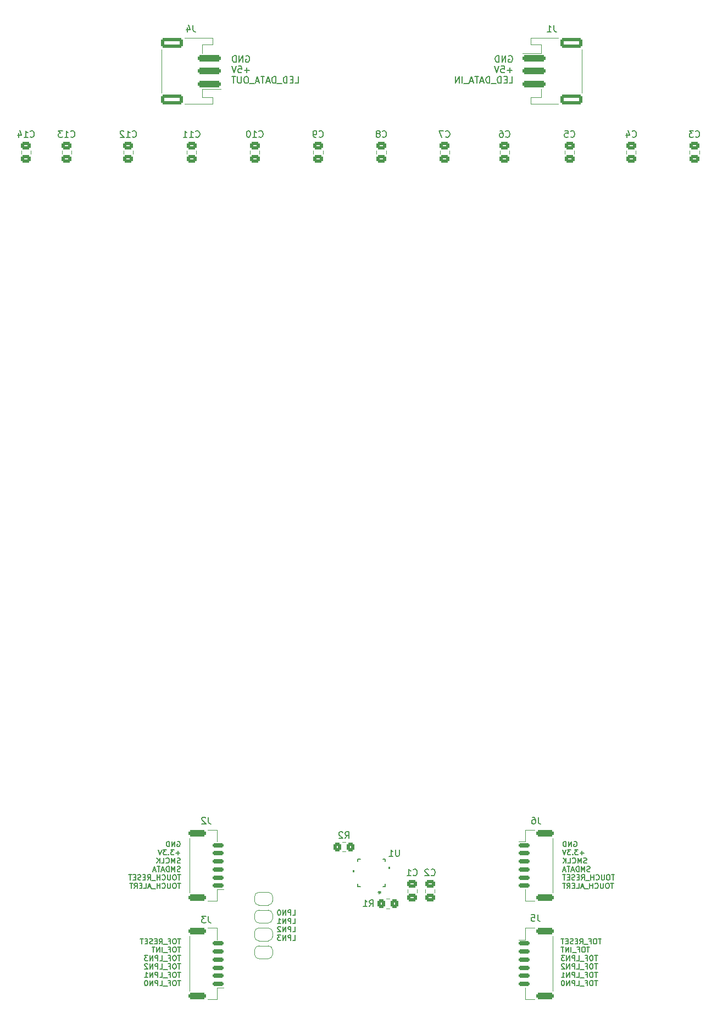
<source format=gbo>
G04 #@! TF.GenerationSoftware,KiCad,Pcbnew,9.0.2*
G04 #@! TF.CreationDate,2025-05-28T22:14:58-05:00*
G04 #@! TF.ProjectId,touch-pads,746f7563-682d-4706-9164-732e6b696361,rev?*
G04 #@! TF.SameCoordinates,Original*
G04 #@! TF.FileFunction,Legend,Bot*
G04 #@! TF.FilePolarity,Positive*
%FSLAX46Y46*%
G04 Gerber Fmt 4.6, Leading zero omitted, Abs format (unit mm)*
G04 Created by KiCad (PCBNEW 9.0.2) date 2025-05-28 22:14:58*
%MOMM*%
%LPD*%
G01*
G04 APERTURE LIST*
G04 Aperture macros list*
%AMRoundRect*
0 Rectangle with rounded corners*
0 $1 Rounding radius*
0 $2 $3 $4 $5 $6 $7 $8 $9 X,Y pos of 4 corners*
0 Add a 4 corners polygon primitive as box body*
4,1,4,$2,$3,$4,$5,$6,$7,$8,$9,$2,$3,0*
0 Add four circle primitives for the rounded corners*
1,1,$1+$1,$2,$3*
1,1,$1+$1,$4,$5*
1,1,$1+$1,$6,$7*
1,1,$1+$1,$8,$9*
0 Add four rect primitives between the rounded corners*
20,1,$1+$1,$2,$3,$4,$5,0*
20,1,$1+$1,$4,$5,$6,$7,0*
20,1,$1+$1,$6,$7,$8,$9,0*
20,1,$1+$1,$8,$9,$2,$3,0*%
%AMFreePoly0*
4,1,23,0.500000,-0.750000,0.000000,-0.750000,0.000000,-0.745722,-0.065263,-0.745722,-0.191342,-0.711940,-0.304381,-0.646677,-0.396677,-0.554381,-0.461940,-0.441342,-0.495722,-0.315263,-0.495722,-0.250000,-0.500000,-0.250000,-0.500000,0.250000,-0.495722,0.250000,-0.495722,0.315263,-0.461940,0.441342,-0.396677,0.554381,-0.304381,0.646677,-0.191342,0.711940,-0.065263,0.745722,0.000000,0.745722,
0.000000,0.750000,0.500000,0.750000,0.500000,-0.750000,0.500000,-0.750000,$1*%
%AMFreePoly1*
4,1,23,0.000000,0.745722,0.065263,0.745722,0.191342,0.711940,0.304381,0.646677,0.396677,0.554381,0.461940,0.441342,0.495722,0.315263,0.495722,0.250000,0.500000,0.250000,0.500000,-0.250000,0.495722,-0.250000,0.495722,-0.315263,0.461940,-0.441342,0.396677,-0.554381,0.304381,-0.646677,0.191342,-0.711940,0.065263,-0.745722,0.000000,-0.745722,0.000000,-0.750000,-0.500000,-0.750000,
-0.500000,0.750000,0.000000,0.750000,0.000000,0.745722,0.000000,0.745722,$1*%
G04 Aperture macros list end*
%ADD10C,0.150000*%
%ADD11C,0.120000*%
%ADD12C,0.152400*%
%ADD13C,0.000000*%
%ADD14C,3.200000*%
%ADD15C,1.524000*%
%ADD16RoundRect,0.250000X0.350000X0.450000X-0.350000X0.450000X-0.350000X-0.450000X0.350000X-0.450000X0*%
%ADD17RoundRect,0.250000X0.475000X-0.337500X0.475000X0.337500X-0.475000X0.337500X-0.475000X-0.337500X0*%
%ADD18R,0.254000X0.812800*%
%ADD19R,0.812800X0.254000*%
%ADD20R,2.590800X2.590800*%
%ADD21FreePoly0,0.000000*%
%ADD22FreePoly1,0.000000*%
%ADD23RoundRect,0.250000X-1.500000X0.250000X-1.500000X-0.250000X1.500000X-0.250000X1.500000X0.250000X0*%
%ADD24RoundRect,0.250001X-1.449999X0.499999X-1.449999X-0.499999X1.449999X-0.499999X1.449999X0.499999X0*%
%ADD25RoundRect,0.150000X-0.700000X0.150000X-0.700000X-0.150000X0.700000X-0.150000X0.700000X0.150000X0*%
%ADD26RoundRect,0.250000X-1.100000X0.250000X-1.100000X-0.250000X1.100000X-0.250000X1.100000X0.250000X0*%
%ADD27RoundRect,0.250000X-0.475000X0.337500X-0.475000X-0.337500X0.475000X-0.337500X0.475000X0.337500X0*%
%ADD28RoundRect,0.250000X1.500000X-0.250000X1.500000X0.250000X-1.500000X0.250000X-1.500000X-0.250000X0*%
%ADD29RoundRect,0.250001X1.449999X-0.499999X1.449999X0.499999X-1.449999X0.499999X-1.449999X-0.499999X0*%
%ADD30RoundRect,0.150000X0.700000X-0.150000X0.700000X0.150000X-0.700000X0.150000X-0.700000X-0.150000X0*%
%ADD31RoundRect,0.250000X1.100000X-0.250000X1.100000X0.250000X-1.100000X0.250000X-1.100000X-0.250000X0*%
G04 APERTURE END LIST*
D10*
X284389411Y-115197550D02*
X284484649Y-115149931D01*
X284484649Y-115149931D02*
X284627506Y-115149931D01*
X284627506Y-115149931D02*
X284770363Y-115197550D01*
X284770363Y-115197550D02*
X284865601Y-115292788D01*
X284865601Y-115292788D02*
X284913220Y-115388026D01*
X284913220Y-115388026D02*
X284960839Y-115578502D01*
X284960839Y-115578502D02*
X284960839Y-115721359D01*
X284960839Y-115721359D02*
X284913220Y-115911835D01*
X284913220Y-115911835D02*
X284865601Y-116007073D01*
X284865601Y-116007073D02*
X284770363Y-116102312D01*
X284770363Y-116102312D02*
X284627506Y-116149931D01*
X284627506Y-116149931D02*
X284532268Y-116149931D01*
X284532268Y-116149931D02*
X284389411Y-116102312D01*
X284389411Y-116102312D02*
X284341792Y-116054692D01*
X284341792Y-116054692D02*
X284341792Y-115721359D01*
X284341792Y-115721359D02*
X284532268Y-115721359D01*
X283913220Y-116149931D02*
X283913220Y-115149931D01*
X283913220Y-115149931D02*
X283341792Y-116149931D01*
X283341792Y-116149931D02*
X283341792Y-115149931D01*
X282865601Y-116149931D02*
X282865601Y-115149931D01*
X282865601Y-115149931D02*
X282627506Y-115149931D01*
X282627506Y-115149931D02*
X282484649Y-115197550D01*
X282484649Y-115197550D02*
X282389411Y-115292788D01*
X282389411Y-115292788D02*
X282341792Y-115388026D01*
X282341792Y-115388026D02*
X282294173Y-115578502D01*
X282294173Y-115578502D02*
X282294173Y-115721359D01*
X282294173Y-115721359D02*
X282341792Y-115911835D01*
X282341792Y-115911835D02*
X282389411Y-116007073D01*
X282389411Y-116007073D02*
X282484649Y-116102312D01*
X282484649Y-116102312D02*
X282627506Y-116149931D01*
X282627506Y-116149931D02*
X282865601Y-116149931D01*
X284913220Y-117378922D02*
X284151316Y-117378922D01*
X284532268Y-117759875D02*
X284532268Y-116997970D01*
X283198935Y-116759875D02*
X283675125Y-116759875D01*
X283675125Y-116759875D02*
X283722744Y-117236065D01*
X283722744Y-117236065D02*
X283675125Y-117188446D01*
X283675125Y-117188446D02*
X283579887Y-117140827D01*
X283579887Y-117140827D02*
X283341792Y-117140827D01*
X283341792Y-117140827D02*
X283246554Y-117188446D01*
X283246554Y-117188446D02*
X283198935Y-117236065D01*
X283198935Y-117236065D02*
X283151316Y-117331303D01*
X283151316Y-117331303D02*
X283151316Y-117569398D01*
X283151316Y-117569398D02*
X283198935Y-117664636D01*
X283198935Y-117664636D02*
X283246554Y-117712256D01*
X283246554Y-117712256D02*
X283341792Y-117759875D01*
X283341792Y-117759875D02*
X283579887Y-117759875D01*
X283579887Y-117759875D02*
X283675125Y-117712256D01*
X283675125Y-117712256D02*
X283722744Y-117664636D01*
X282865601Y-116759875D02*
X282532268Y-117759875D01*
X282532268Y-117759875D02*
X282198935Y-116759875D01*
X284437030Y-119369819D02*
X284913220Y-119369819D01*
X284913220Y-119369819D02*
X284913220Y-118369819D01*
X284103696Y-118846009D02*
X283770363Y-118846009D01*
X283627506Y-119369819D02*
X284103696Y-119369819D01*
X284103696Y-119369819D02*
X284103696Y-118369819D01*
X284103696Y-118369819D02*
X283627506Y-118369819D01*
X283198934Y-119369819D02*
X283198934Y-118369819D01*
X283198934Y-118369819D02*
X282960839Y-118369819D01*
X282960839Y-118369819D02*
X282817982Y-118417438D01*
X282817982Y-118417438D02*
X282722744Y-118512676D01*
X282722744Y-118512676D02*
X282675125Y-118607914D01*
X282675125Y-118607914D02*
X282627506Y-118798390D01*
X282627506Y-118798390D02*
X282627506Y-118941247D01*
X282627506Y-118941247D02*
X282675125Y-119131723D01*
X282675125Y-119131723D02*
X282722744Y-119226961D01*
X282722744Y-119226961D02*
X282817982Y-119322200D01*
X282817982Y-119322200D02*
X282960839Y-119369819D01*
X282960839Y-119369819D02*
X283198934Y-119369819D01*
X282437030Y-119465057D02*
X281675125Y-119465057D01*
X281437029Y-119369819D02*
X281437029Y-118369819D01*
X281437029Y-118369819D02*
X281198934Y-118369819D01*
X281198934Y-118369819D02*
X281056077Y-118417438D01*
X281056077Y-118417438D02*
X280960839Y-118512676D01*
X280960839Y-118512676D02*
X280913220Y-118607914D01*
X280913220Y-118607914D02*
X280865601Y-118798390D01*
X280865601Y-118798390D02*
X280865601Y-118941247D01*
X280865601Y-118941247D02*
X280913220Y-119131723D01*
X280913220Y-119131723D02*
X280960839Y-119226961D01*
X280960839Y-119226961D02*
X281056077Y-119322200D01*
X281056077Y-119322200D02*
X281198934Y-119369819D01*
X281198934Y-119369819D02*
X281437029Y-119369819D01*
X280484648Y-119084104D02*
X280008458Y-119084104D01*
X280579886Y-119369819D02*
X280246553Y-118369819D01*
X280246553Y-118369819D02*
X279913220Y-119369819D01*
X279722743Y-118369819D02*
X279151315Y-118369819D01*
X279437029Y-119369819D02*
X279437029Y-118369819D01*
X278865600Y-119084104D02*
X278389410Y-119084104D01*
X278960838Y-119369819D02*
X278627505Y-118369819D01*
X278627505Y-118369819D02*
X278294172Y-119369819D01*
X278198934Y-119465057D02*
X277437029Y-119465057D01*
X277198933Y-119369819D02*
X277198933Y-118369819D01*
X276722743Y-119369819D02*
X276722743Y-118369819D01*
X276722743Y-118369819D02*
X276151315Y-119369819D01*
X276151315Y-119369819D02*
X276151315Y-118369819D01*
X294427255Y-236192615D02*
X294503445Y-236154520D01*
X294503445Y-236154520D02*
X294617731Y-236154520D01*
X294617731Y-236154520D02*
X294732017Y-236192615D01*
X294732017Y-236192615D02*
X294808207Y-236268805D01*
X294808207Y-236268805D02*
X294846302Y-236344996D01*
X294846302Y-236344996D02*
X294884398Y-236497377D01*
X294884398Y-236497377D02*
X294884398Y-236611663D01*
X294884398Y-236611663D02*
X294846302Y-236764044D01*
X294846302Y-236764044D02*
X294808207Y-236840234D01*
X294808207Y-236840234D02*
X294732017Y-236916425D01*
X294732017Y-236916425D02*
X294617731Y-236954520D01*
X294617731Y-236954520D02*
X294541540Y-236954520D01*
X294541540Y-236954520D02*
X294427255Y-236916425D01*
X294427255Y-236916425D02*
X294389159Y-236878329D01*
X294389159Y-236878329D02*
X294389159Y-236611663D01*
X294389159Y-236611663D02*
X294541540Y-236611663D01*
X294046302Y-236954520D02*
X294046302Y-236154520D01*
X294046302Y-236154520D02*
X293589159Y-236954520D01*
X293589159Y-236954520D02*
X293589159Y-236154520D01*
X293208207Y-236954520D02*
X293208207Y-236154520D01*
X293208207Y-236154520D02*
X293017731Y-236154520D01*
X293017731Y-236154520D02*
X292903445Y-236192615D01*
X292903445Y-236192615D02*
X292827255Y-236268805D01*
X292827255Y-236268805D02*
X292789160Y-236344996D01*
X292789160Y-236344996D02*
X292751064Y-236497377D01*
X292751064Y-236497377D02*
X292751064Y-236611663D01*
X292751064Y-236611663D02*
X292789160Y-236764044D01*
X292789160Y-236764044D02*
X292827255Y-236840234D01*
X292827255Y-236840234D02*
X292903445Y-236916425D01*
X292903445Y-236916425D02*
X293017731Y-236954520D01*
X293017731Y-236954520D02*
X293208207Y-236954520D01*
X295989159Y-237937713D02*
X295379636Y-237937713D01*
X295684397Y-238242475D02*
X295684397Y-237632951D01*
X295074874Y-237442475D02*
X294579636Y-237442475D01*
X294579636Y-237442475D02*
X294846302Y-237747237D01*
X294846302Y-237747237D02*
X294732017Y-237747237D01*
X294732017Y-237747237D02*
X294655826Y-237785332D01*
X294655826Y-237785332D02*
X294617731Y-237823427D01*
X294617731Y-237823427D02*
X294579636Y-237899618D01*
X294579636Y-237899618D02*
X294579636Y-238090094D01*
X294579636Y-238090094D02*
X294617731Y-238166284D01*
X294617731Y-238166284D02*
X294655826Y-238204380D01*
X294655826Y-238204380D02*
X294732017Y-238242475D01*
X294732017Y-238242475D02*
X294960588Y-238242475D01*
X294960588Y-238242475D02*
X295036779Y-238204380D01*
X295036779Y-238204380D02*
X295074874Y-238166284D01*
X294236778Y-238166284D02*
X294198683Y-238204380D01*
X294198683Y-238204380D02*
X294236778Y-238242475D01*
X294236778Y-238242475D02*
X294274874Y-238204380D01*
X294274874Y-238204380D02*
X294236778Y-238166284D01*
X294236778Y-238166284D02*
X294236778Y-238242475D01*
X293932017Y-237442475D02*
X293436779Y-237442475D01*
X293436779Y-237442475D02*
X293703445Y-237747237D01*
X293703445Y-237747237D02*
X293589160Y-237747237D01*
X293589160Y-237747237D02*
X293512969Y-237785332D01*
X293512969Y-237785332D02*
X293474874Y-237823427D01*
X293474874Y-237823427D02*
X293436779Y-237899618D01*
X293436779Y-237899618D02*
X293436779Y-238090094D01*
X293436779Y-238090094D02*
X293474874Y-238166284D01*
X293474874Y-238166284D02*
X293512969Y-238204380D01*
X293512969Y-238204380D02*
X293589160Y-238242475D01*
X293589160Y-238242475D02*
X293817731Y-238242475D01*
X293817731Y-238242475D02*
X293893922Y-238204380D01*
X293893922Y-238204380D02*
X293932017Y-238166284D01*
X293208207Y-237442475D02*
X292941540Y-238242475D01*
X292941540Y-238242475D02*
X292674874Y-237442475D01*
X296370113Y-239492335D02*
X296255827Y-239530430D01*
X296255827Y-239530430D02*
X296065351Y-239530430D01*
X296065351Y-239530430D02*
X295989160Y-239492335D01*
X295989160Y-239492335D02*
X295951065Y-239454239D01*
X295951065Y-239454239D02*
X295912970Y-239378049D01*
X295912970Y-239378049D02*
X295912970Y-239301858D01*
X295912970Y-239301858D02*
X295951065Y-239225668D01*
X295951065Y-239225668D02*
X295989160Y-239187573D01*
X295989160Y-239187573D02*
X296065351Y-239149477D01*
X296065351Y-239149477D02*
X296217732Y-239111382D01*
X296217732Y-239111382D02*
X296293922Y-239073287D01*
X296293922Y-239073287D02*
X296332017Y-239035192D01*
X296332017Y-239035192D02*
X296370113Y-238959001D01*
X296370113Y-238959001D02*
X296370113Y-238882811D01*
X296370113Y-238882811D02*
X296332017Y-238806620D01*
X296332017Y-238806620D02*
X296293922Y-238768525D01*
X296293922Y-238768525D02*
X296217732Y-238730430D01*
X296217732Y-238730430D02*
X296027255Y-238730430D01*
X296027255Y-238730430D02*
X295912970Y-238768525D01*
X295570112Y-239530430D02*
X295570112Y-238730430D01*
X295570112Y-238730430D02*
X295303446Y-239301858D01*
X295303446Y-239301858D02*
X295036779Y-238730430D01*
X295036779Y-238730430D02*
X295036779Y-239530430D01*
X294198683Y-239454239D02*
X294236779Y-239492335D01*
X294236779Y-239492335D02*
X294351064Y-239530430D01*
X294351064Y-239530430D02*
X294427255Y-239530430D01*
X294427255Y-239530430D02*
X294541541Y-239492335D01*
X294541541Y-239492335D02*
X294617731Y-239416144D01*
X294617731Y-239416144D02*
X294655826Y-239339954D01*
X294655826Y-239339954D02*
X294693922Y-239187573D01*
X294693922Y-239187573D02*
X294693922Y-239073287D01*
X294693922Y-239073287D02*
X294655826Y-238920906D01*
X294655826Y-238920906D02*
X294617731Y-238844715D01*
X294617731Y-238844715D02*
X294541541Y-238768525D01*
X294541541Y-238768525D02*
X294427255Y-238730430D01*
X294427255Y-238730430D02*
X294351064Y-238730430D01*
X294351064Y-238730430D02*
X294236779Y-238768525D01*
X294236779Y-238768525D02*
X294198683Y-238806620D01*
X293474874Y-239530430D02*
X293855826Y-239530430D01*
X293855826Y-239530430D02*
X293855826Y-238730430D01*
X293208207Y-239530430D02*
X293208207Y-238730430D01*
X292751064Y-239530430D02*
X293093922Y-239073287D01*
X292751064Y-238730430D02*
X293208207Y-239187573D01*
X296903446Y-240780290D02*
X296789160Y-240818385D01*
X296789160Y-240818385D02*
X296598684Y-240818385D01*
X296598684Y-240818385D02*
X296522493Y-240780290D01*
X296522493Y-240780290D02*
X296484398Y-240742194D01*
X296484398Y-240742194D02*
X296446303Y-240666004D01*
X296446303Y-240666004D02*
X296446303Y-240589813D01*
X296446303Y-240589813D02*
X296484398Y-240513623D01*
X296484398Y-240513623D02*
X296522493Y-240475528D01*
X296522493Y-240475528D02*
X296598684Y-240437432D01*
X296598684Y-240437432D02*
X296751065Y-240399337D01*
X296751065Y-240399337D02*
X296827255Y-240361242D01*
X296827255Y-240361242D02*
X296865350Y-240323147D01*
X296865350Y-240323147D02*
X296903446Y-240246956D01*
X296903446Y-240246956D02*
X296903446Y-240170766D01*
X296903446Y-240170766D02*
X296865350Y-240094575D01*
X296865350Y-240094575D02*
X296827255Y-240056480D01*
X296827255Y-240056480D02*
X296751065Y-240018385D01*
X296751065Y-240018385D02*
X296560588Y-240018385D01*
X296560588Y-240018385D02*
X296446303Y-240056480D01*
X296103445Y-240818385D02*
X296103445Y-240018385D01*
X296103445Y-240018385D02*
X295836779Y-240589813D01*
X295836779Y-240589813D02*
X295570112Y-240018385D01*
X295570112Y-240018385D02*
X295570112Y-240818385D01*
X295189159Y-240818385D02*
X295189159Y-240018385D01*
X295189159Y-240018385D02*
X294998683Y-240018385D01*
X294998683Y-240018385D02*
X294884397Y-240056480D01*
X294884397Y-240056480D02*
X294808207Y-240132670D01*
X294808207Y-240132670D02*
X294770112Y-240208861D01*
X294770112Y-240208861D02*
X294732016Y-240361242D01*
X294732016Y-240361242D02*
X294732016Y-240475528D01*
X294732016Y-240475528D02*
X294770112Y-240627909D01*
X294770112Y-240627909D02*
X294808207Y-240704099D01*
X294808207Y-240704099D02*
X294884397Y-240780290D01*
X294884397Y-240780290D02*
X294998683Y-240818385D01*
X294998683Y-240818385D02*
X295189159Y-240818385D01*
X294427255Y-240589813D02*
X294046302Y-240589813D01*
X294503445Y-240818385D02*
X294236778Y-240018385D01*
X294236778Y-240018385D02*
X293970112Y-240818385D01*
X293817731Y-240018385D02*
X293360588Y-240018385D01*
X293589160Y-240818385D02*
X293589160Y-240018385D01*
X293132017Y-240589813D02*
X292751064Y-240589813D01*
X293208207Y-240818385D02*
X292941540Y-240018385D01*
X292941540Y-240018385D02*
X292674874Y-240818385D01*
X300674875Y-241306340D02*
X300217732Y-241306340D01*
X300446304Y-242106340D02*
X300446304Y-241306340D01*
X299798684Y-241306340D02*
X299646303Y-241306340D01*
X299646303Y-241306340D02*
X299570113Y-241344435D01*
X299570113Y-241344435D02*
X299493922Y-241420625D01*
X299493922Y-241420625D02*
X299455827Y-241573006D01*
X299455827Y-241573006D02*
X299455827Y-241839673D01*
X299455827Y-241839673D02*
X299493922Y-241992054D01*
X299493922Y-241992054D02*
X299570113Y-242068245D01*
X299570113Y-242068245D02*
X299646303Y-242106340D01*
X299646303Y-242106340D02*
X299798684Y-242106340D01*
X299798684Y-242106340D02*
X299874875Y-242068245D01*
X299874875Y-242068245D02*
X299951065Y-241992054D01*
X299951065Y-241992054D02*
X299989161Y-241839673D01*
X299989161Y-241839673D02*
X299989161Y-241573006D01*
X299989161Y-241573006D02*
X299951065Y-241420625D01*
X299951065Y-241420625D02*
X299874875Y-241344435D01*
X299874875Y-241344435D02*
X299798684Y-241306340D01*
X299112970Y-241306340D02*
X299112970Y-241953959D01*
X299112970Y-241953959D02*
X299074875Y-242030149D01*
X299074875Y-242030149D02*
X299036780Y-242068245D01*
X299036780Y-242068245D02*
X298960589Y-242106340D01*
X298960589Y-242106340D02*
X298808208Y-242106340D01*
X298808208Y-242106340D02*
X298732018Y-242068245D01*
X298732018Y-242068245D02*
X298693923Y-242030149D01*
X298693923Y-242030149D02*
X298655827Y-241953959D01*
X298655827Y-241953959D02*
X298655827Y-241306340D01*
X297817732Y-242030149D02*
X297855828Y-242068245D01*
X297855828Y-242068245D02*
X297970113Y-242106340D01*
X297970113Y-242106340D02*
X298046304Y-242106340D01*
X298046304Y-242106340D02*
X298160590Y-242068245D01*
X298160590Y-242068245D02*
X298236780Y-241992054D01*
X298236780Y-241992054D02*
X298274875Y-241915864D01*
X298274875Y-241915864D02*
X298312971Y-241763483D01*
X298312971Y-241763483D02*
X298312971Y-241649197D01*
X298312971Y-241649197D02*
X298274875Y-241496816D01*
X298274875Y-241496816D02*
X298236780Y-241420625D01*
X298236780Y-241420625D02*
X298160590Y-241344435D01*
X298160590Y-241344435D02*
X298046304Y-241306340D01*
X298046304Y-241306340D02*
X297970113Y-241306340D01*
X297970113Y-241306340D02*
X297855828Y-241344435D01*
X297855828Y-241344435D02*
X297817732Y-241382530D01*
X297474875Y-242106340D02*
X297474875Y-241306340D01*
X297474875Y-241687292D02*
X297017732Y-241687292D01*
X297017732Y-242106340D02*
X297017732Y-241306340D01*
X296827257Y-242182530D02*
X296217733Y-242182530D01*
X295570113Y-242106340D02*
X295836780Y-241725387D01*
X296027256Y-242106340D02*
X296027256Y-241306340D01*
X296027256Y-241306340D02*
X295722494Y-241306340D01*
X295722494Y-241306340D02*
X295646304Y-241344435D01*
X295646304Y-241344435D02*
X295608209Y-241382530D01*
X295608209Y-241382530D02*
X295570113Y-241458721D01*
X295570113Y-241458721D02*
X295570113Y-241573006D01*
X295570113Y-241573006D02*
X295608209Y-241649197D01*
X295608209Y-241649197D02*
X295646304Y-241687292D01*
X295646304Y-241687292D02*
X295722494Y-241725387D01*
X295722494Y-241725387D02*
X296027256Y-241725387D01*
X295227256Y-241687292D02*
X294960590Y-241687292D01*
X294846304Y-242106340D02*
X295227256Y-242106340D01*
X295227256Y-242106340D02*
X295227256Y-241306340D01*
X295227256Y-241306340D02*
X294846304Y-241306340D01*
X294541542Y-242068245D02*
X294427256Y-242106340D01*
X294427256Y-242106340D02*
X294236780Y-242106340D01*
X294236780Y-242106340D02*
X294160589Y-242068245D01*
X294160589Y-242068245D02*
X294122494Y-242030149D01*
X294122494Y-242030149D02*
X294084399Y-241953959D01*
X294084399Y-241953959D02*
X294084399Y-241877768D01*
X294084399Y-241877768D02*
X294122494Y-241801578D01*
X294122494Y-241801578D02*
X294160589Y-241763483D01*
X294160589Y-241763483D02*
X294236780Y-241725387D01*
X294236780Y-241725387D02*
X294389161Y-241687292D01*
X294389161Y-241687292D02*
X294465351Y-241649197D01*
X294465351Y-241649197D02*
X294503446Y-241611102D01*
X294503446Y-241611102D02*
X294541542Y-241534911D01*
X294541542Y-241534911D02*
X294541542Y-241458721D01*
X294541542Y-241458721D02*
X294503446Y-241382530D01*
X294503446Y-241382530D02*
X294465351Y-241344435D01*
X294465351Y-241344435D02*
X294389161Y-241306340D01*
X294389161Y-241306340D02*
X294198684Y-241306340D01*
X294198684Y-241306340D02*
X294084399Y-241344435D01*
X293741541Y-241687292D02*
X293474875Y-241687292D01*
X293360589Y-242106340D02*
X293741541Y-242106340D01*
X293741541Y-242106340D02*
X293741541Y-241306340D01*
X293741541Y-241306340D02*
X293360589Y-241306340D01*
X293132017Y-241306340D02*
X292674874Y-241306340D01*
X292903446Y-242106340D02*
X292903446Y-241306340D01*
X300522493Y-242594295D02*
X300065350Y-242594295D01*
X300293922Y-243394295D02*
X300293922Y-242594295D01*
X299646302Y-242594295D02*
X299493921Y-242594295D01*
X299493921Y-242594295D02*
X299417731Y-242632390D01*
X299417731Y-242632390D02*
X299341540Y-242708580D01*
X299341540Y-242708580D02*
X299303445Y-242860961D01*
X299303445Y-242860961D02*
X299303445Y-243127628D01*
X299303445Y-243127628D02*
X299341540Y-243280009D01*
X299341540Y-243280009D02*
X299417731Y-243356200D01*
X299417731Y-243356200D02*
X299493921Y-243394295D01*
X299493921Y-243394295D02*
X299646302Y-243394295D01*
X299646302Y-243394295D02*
X299722493Y-243356200D01*
X299722493Y-243356200D02*
X299798683Y-243280009D01*
X299798683Y-243280009D02*
X299836779Y-243127628D01*
X299836779Y-243127628D02*
X299836779Y-242860961D01*
X299836779Y-242860961D02*
X299798683Y-242708580D01*
X299798683Y-242708580D02*
X299722493Y-242632390D01*
X299722493Y-242632390D02*
X299646302Y-242594295D01*
X298960588Y-242594295D02*
X298960588Y-243241914D01*
X298960588Y-243241914D02*
X298922493Y-243318104D01*
X298922493Y-243318104D02*
X298884398Y-243356200D01*
X298884398Y-243356200D02*
X298808207Y-243394295D01*
X298808207Y-243394295D02*
X298655826Y-243394295D01*
X298655826Y-243394295D02*
X298579636Y-243356200D01*
X298579636Y-243356200D02*
X298541541Y-243318104D01*
X298541541Y-243318104D02*
X298503445Y-243241914D01*
X298503445Y-243241914D02*
X298503445Y-242594295D01*
X297665350Y-243318104D02*
X297703446Y-243356200D01*
X297703446Y-243356200D02*
X297817731Y-243394295D01*
X297817731Y-243394295D02*
X297893922Y-243394295D01*
X297893922Y-243394295D02*
X298008208Y-243356200D01*
X298008208Y-243356200D02*
X298084398Y-243280009D01*
X298084398Y-243280009D02*
X298122493Y-243203819D01*
X298122493Y-243203819D02*
X298160589Y-243051438D01*
X298160589Y-243051438D02*
X298160589Y-242937152D01*
X298160589Y-242937152D02*
X298122493Y-242784771D01*
X298122493Y-242784771D02*
X298084398Y-242708580D01*
X298084398Y-242708580D02*
X298008208Y-242632390D01*
X298008208Y-242632390D02*
X297893922Y-242594295D01*
X297893922Y-242594295D02*
X297817731Y-242594295D01*
X297817731Y-242594295D02*
X297703446Y-242632390D01*
X297703446Y-242632390D02*
X297665350Y-242670485D01*
X297322493Y-243394295D02*
X297322493Y-242594295D01*
X297322493Y-242975247D02*
X296865350Y-242975247D01*
X296865350Y-243394295D02*
X296865350Y-242594295D01*
X296674875Y-243470485D02*
X296065351Y-243470485D01*
X295912970Y-243165723D02*
X295532017Y-243165723D01*
X295989160Y-243394295D02*
X295722493Y-242594295D01*
X295722493Y-242594295D02*
X295455827Y-243394295D01*
X294808208Y-243394295D02*
X295189160Y-243394295D01*
X295189160Y-243394295D02*
X295189160Y-242594295D01*
X294541541Y-242975247D02*
X294274875Y-242975247D01*
X294160589Y-243394295D02*
X294541541Y-243394295D01*
X294541541Y-243394295D02*
X294541541Y-242594295D01*
X294541541Y-242594295D02*
X294160589Y-242594295D01*
X293360588Y-243394295D02*
X293627255Y-243013342D01*
X293817731Y-243394295D02*
X293817731Y-242594295D01*
X293817731Y-242594295D02*
X293512969Y-242594295D01*
X293512969Y-242594295D02*
X293436779Y-242632390D01*
X293436779Y-242632390D02*
X293398684Y-242670485D01*
X293398684Y-242670485D02*
X293360588Y-242746676D01*
X293360588Y-242746676D02*
X293360588Y-242860961D01*
X293360588Y-242860961D02*
X293398684Y-242937152D01*
X293398684Y-242937152D02*
X293436779Y-242975247D01*
X293436779Y-242975247D02*
X293512969Y-243013342D01*
X293512969Y-243013342D02*
X293817731Y-243013342D01*
X293132017Y-242594295D02*
X292674874Y-242594295D01*
X292903446Y-243394295D02*
X292903446Y-242594295D01*
X251079887Y-247530430D02*
X251460839Y-247530430D01*
X251460839Y-247530430D02*
X251460839Y-246730430D01*
X250813220Y-247530430D02*
X250813220Y-246730430D01*
X250813220Y-246730430D02*
X250508458Y-246730430D01*
X250508458Y-246730430D02*
X250432268Y-246768525D01*
X250432268Y-246768525D02*
X250394173Y-246806620D01*
X250394173Y-246806620D02*
X250356077Y-246882811D01*
X250356077Y-246882811D02*
X250356077Y-246997096D01*
X250356077Y-246997096D02*
X250394173Y-247073287D01*
X250394173Y-247073287D02*
X250432268Y-247111382D01*
X250432268Y-247111382D02*
X250508458Y-247149477D01*
X250508458Y-247149477D02*
X250813220Y-247149477D01*
X250013220Y-247530430D02*
X250013220Y-246730430D01*
X250013220Y-246730430D02*
X249556077Y-247530430D01*
X249556077Y-247530430D02*
X249556077Y-246730430D01*
X249022744Y-246730430D02*
X248946554Y-246730430D01*
X248946554Y-246730430D02*
X248870363Y-246768525D01*
X248870363Y-246768525D02*
X248832268Y-246806620D01*
X248832268Y-246806620D02*
X248794173Y-246882811D01*
X248794173Y-246882811D02*
X248756078Y-247035192D01*
X248756078Y-247035192D02*
X248756078Y-247225668D01*
X248756078Y-247225668D02*
X248794173Y-247378049D01*
X248794173Y-247378049D02*
X248832268Y-247454239D01*
X248832268Y-247454239D02*
X248870363Y-247492335D01*
X248870363Y-247492335D02*
X248946554Y-247530430D01*
X248946554Y-247530430D02*
X249022744Y-247530430D01*
X249022744Y-247530430D02*
X249098935Y-247492335D01*
X249098935Y-247492335D02*
X249137030Y-247454239D01*
X249137030Y-247454239D02*
X249175125Y-247378049D01*
X249175125Y-247378049D02*
X249213221Y-247225668D01*
X249213221Y-247225668D02*
X249213221Y-247035192D01*
X249213221Y-247035192D02*
X249175125Y-246882811D01*
X249175125Y-246882811D02*
X249137030Y-246806620D01*
X249137030Y-246806620D02*
X249098935Y-246768525D01*
X249098935Y-246768525D02*
X249022744Y-246730430D01*
X251079887Y-248818385D02*
X251460839Y-248818385D01*
X251460839Y-248818385D02*
X251460839Y-248018385D01*
X250813220Y-248818385D02*
X250813220Y-248018385D01*
X250813220Y-248018385D02*
X250508458Y-248018385D01*
X250508458Y-248018385D02*
X250432268Y-248056480D01*
X250432268Y-248056480D02*
X250394173Y-248094575D01*
X250394173Y-248094575D02*
X250356077Y-248170766D01*
X250356077Y-248170766D02*
X250356077Y-248285051D01*
X250356077Y-248285051D02*
X250394173Y-248361242D01*
X250394173Y-248361242D02*
X250432268Y-248399337D01*
X250432268Y-248399337D02*
X250508458Y-248437432D01*
X250508458Y-248437432D02*
X250813220Y-248437432D01*
X250013220Y-248818385D02*
X250013220Y-248018385D01*
X250013220Y-248018385D02*
X249556077Y-248818385D01*
X249556077Y-248818385D02*
X249556077Y-248018385D01*
X248756078Y-248818385D02*
X249213221Y-248818385D01*
X248984649Y-248818385D02*
X248984649Y-248018385D01*
X248984649Y-248018385D02*
X249060840Y-248132670D01*
X249060840Y-248132670D02*
X249137030Y-248208861D01*
X249137030Y-248208861D02*
X249213221Y-248246956D01*
X251079887Y-250106340D02*
X251460839Y-250106340D01*
X251460839Y-250106340D02*
X251460839Y-249306340D01*
X250813220Y-250106340D02*
X250813220Y-249306340D01*
X250813220Y-249306340D02*
X250508458Y-249306340D01*
X250508458Y-249306340D02*
X250432268Y-249344435D01*
X250432268Y-249344435D02*
X250394173Y-249382530D01*
X250394173Y-249382530D02*
X250356077Y-249458721D01*
X250356077Y-249458721D02*
X250356077Y-249573006D01*
X250356077Y-249573006D02*
X250394173Y-249649197D01*
X250394173Y-249649197D02*
X250432268Y-249687292D01*
X250432268Y-249687292D02*
X250508458Y-249725387D01*
X250508458Y-249725387D02*
X250813220Y-249725387D01*
X250013220Y-250106340D02*
X250013220Y-249306340D01*
X250013220Y-249306340D02*
X249556077Y-250106340D01*
X249556077Y-250106340D02*
X249556077Y-249306340D01*
X249213221Y-249382530D02*
X249175125Y-249344435D01*
X249175125Y-249344435D02*
X249098935Y-249306340D01*
X249098935Y-249306340D02*
X248908459Y-249306340D01*
X248908459Y-249306340D02*
X248832268Y-249344435D01*
X248832268Y-249344435D02*
X248794173Y-249382530D01*
X248794173Y-249382530D02*
X248756078Y-249458721D01*
X248756078Y-249458721D02*
X248756078Y-249534911D01*
X248756078Y-249534911D02*
X248794173Y-249649197D01*
X248794173Y-249649197D02*
X249251316Y-250106340D01*
X249251316Y-250106340D02*
X248756078Y-250106340D01*
X251079887Y-251394295D02*
X251460839Y-251394295D01*
X251460839Y-251394295D02*
X251460839Y-250594295D01*
X250813220Y-251394295D02*
X250813220Y-250594295D01*
X250813220Y-250594295D02*
X250508458Y-250594295D01*
X250508458Y-250594295D02*
X250432268Y-250632390D01*
X250432268Y-250632390D02*
X250394173Y-250670485D01*
X250394173Y-250670485D02*
X250356077Y-250746676D01*
X250356077Y-250746676D02*
X250356077Y-250860961D01*
X250356077Y-250860961D02*
X250394173Y-250937152D01*
X250394173Y-250937152D02*
X250432268Y-250975247D01*
X250432268Y-250975247D02*
X250508458Y-251013342D01*
X250508458Y-251013342D02*
X250813220Y-251013342D01*
X250013220Y-251394295D02*
X250013220Y-250594295D01*
X250013220Y-250594295D02*
X249556077Y-251394295D01*
X249556077Y-251394295D02*
X249556077Y-250594295D01*
X249251316Y-250594295D02*
X248756078Y-250594295D01*
X248756078Y-250594295D02*
X249022744Y-250899057D01*
X249022744Y-250899057D02*
X248908459Y-250899057D01*
X248908459Y-250899057D02*
X248832268Y-250937152D01*
X248832268Y-250937152D02*
X248794173Y-250975247D01*
X248794173Y-250975247D02*
X248756078Y-251051438D01*
X248756078Y-251051438D02*
X248756078Y-251241914D01*
X248756078Y-251241914D02*
X248794173Y-251318104D01*
X248794173Y-251318104D02*
X248832268Y-251356200D01*
X248832268Y-251356200D02*
X248908459Y-251394295D01*
X248908459Y-251394295D02*
X249137030Y-251394295D01*
X249137030Y-251394295D02*
X249213221Y-251356200D01*
X249213221Y-251356200D02*
X249251316Y-251318104D01*
X298634399Y-251154520D02*
X298177256Y-251154520D01*
X298405828Y-251954520D02*
X298405828Y-251154520D01*
X297758208Y-251154520D02*
X297605827Y-251154520D01*
X297605827Y-251154520D02*
X297529637Y-251192615D01*
X297529637Y-251192615D02*
X297453446Y-251268805D01*
X297453446Y-251268805D02*
X297415351Y-251421186D01*
X297415351Y-251421186D02*
X297415351Y-251687853D01*
X297415351Y-251687853D02*
X297453446Y-251840234D01*
X297453446Y-251840234D02*
X297529637Y-251916425D01*
X297529637Y-251916425D02*
X297605827Y-251954520D01*
X297605827Y-251954520D02*
X297758208Y-251954520D01*
X297758208Y-251954520D02*
X297834399Y-251916425D01*
X297834399Y-251916425D02*
X297910589Y-251840234D01*
X297910589Y-251840234D02*
X297948685Y-251687853D01*
X297948685Y-251687853D02*
X297948685Y-251421186D01*
X297948685Y-251421186D02*
X297910589Y-251268805D01*
X297910589Y-251268805D02*
X297834399Y-251192615D01*
X297834399Y-251192615D02*
X297758208Y-251154520D01*
X296805828Y-251535472D02*
X297072494Y-251535472D01*
X297072494Y-251954520D02*
X297072494Y-251154520D01*
X297072494Y-251154520D02*
X296691542Y-251154520D01*
X296577257Y-252030710D02*
X295967733Y-252030710D01*
X295320113Y-251954520D02*
X295586780Y-251573567D01*
X295777256Y-251954520D02*
X295777256Y-251154520D01*
X295777256Y-251154520D02*
X295472494Y-251154520D01*
X295472494Y-251154520D02*
X295396304Y-251192615D01*
X295396304Y-251192615D02*
X295358209Y-251230710D01*
X295358209Y-251230710D02*
X295320113Y-251306901D01*
X295320113Y-251306901D02*
X295320113Y-251421186D01*
X295320113Y-251421186D02*
X295358209Y-251497377D01*
X295358209Y-251497377D02*
X295396304Y-251535472D01*
X295396304Y-251535472D02*
X295472494Y-251573567D01*
X295472494Y-251573567D02*
X295777256Y-251573567D01*
X294977256Y-251535472D02*
X294710590Y-251535472D01*
X294596304Y-251954520D02*
X294977256Y-251954520D01*
X294977256Y-251954520D02*
X294977256Y-251154520D01*
X294977256Y-251154520D02*
X294596304Y-251154520D01*
X294291542Y-251916425D02*
X294177256Y-251954520D01*
X294177256Y-251954520D02*
X293986780Y-251954520D01*
X293986780Y-251954520D02*
X293910589Y-251916425D01*
X293910589Y-251916425D02*
X293872494Y-251878329D01*
X293872494Y-251878329D02*
X293834399Y-251802139D01*
X293834399Y-251802139D02*
X293834399Y-251725948D01*
X293834399Y-251725948D02*
X293872494Y-251649758D01*
X293872494Y-251649758D02*
X293910589Y-251611663D01*
X293910589Y-251611663D02*
X293986780Y-251573567D01*
X293986780Y-251573567D02*
X294139161Y-251535472D01*
X294139161Y-251535472D02*
X294215351Y-251497377D01*
X294215351Y-251497377D02*
X294253446Y-251459282D01*
X294253446Y-251459282D02*
X294291542Y-251383091D01*
X294291542Y-251383091D02*
X294291542Y-251306901D01*
X294291542Y-251306901D02*
X294253446Y-251230710D01*
X294253446Y-251230710D02*
X294215351Y-251192615D01*
X294215351Y-251192615D02*
X294139161Y-251154520D01*
X294139161Y-251154520D02*
X293948684Y-251154520D01*
X293948684Y-251154520D02*
X293834399Y-251192615D01*
X293491541Y-251535472D02*
X293224875Y-251535472D01*
X293110589Y-251954520D02*
X293491541Y-251954520D01*
X293491541Y-251954520D02*
X293491541Y-251154520D01*
X293491541Y-251154520D02*
X293110589Y-251154520D01*
X292882017Y-251154520D02*
X292424874Y-251154520D01*
X292653446Y-251954520D02*
X292653446Y-251154520D01*
X296843921Y-252442475D02*
X296386778Y-252442475D01*
X296615350Y-253242475D02*
X296615350Y-252442475D01*
X295967730Y-252442475D02*
X295815349Y-252442475D01*
X295815349Y-252442475D02*
X295739159Y-252480570D01*
X295739159Y-252480570D02*
X295662968Y-252556760D01*
X295662968Y-252556760D02*
X295624873Y-252709141D01*
X295624873Y-252709141D02*
X295624873Y-252975808D01*
X295624873Y-252975808D02*
X295662968Y-253128189D01*
X295662968Y-253128189D02*
X295739159Y-253204380D01*
X295739159Y-253204380D02*
X295815349Y-253242475D01*
X295815349Y-253242475D02*
X295967730Y-253242475D01*
X295967730Y-253242475D02*
X296043921Y-253204380D01*
X296043921Y-253204380D02*
X296120111Y-253128189D01*
X296120111Y-253128189D02*
X296158207Y-252975808D01*
X296158207Y-252975808D02*
X296158207Y-252709141D01*
X296158207Y-252709141D02*
X296120111Y-252556760D01*
X296120111Y-252556760D02*
X296043921Y-252480570D01*
X296043921Y-252480570D02*
X295967730Y-252442475D01*
X295015350Y-252823427D02*
X295282016Y-252823427D01*
X295282016Y-253242475D02*
X295282016Y-252442475D01*
X295282016Y-252442475D02*
X294901064Y-252442475D01*
X294786779Y-253318665D02*
X294177255Y-253318665D01*
X293986778Y-253242475D02*
X293986778Y-252442475D01*
X293605826Y-253242475D02*
X293605826Y-252442475D01*
X293605826Y-252442475D02*
X293148683Y-253242475D01*
X293148683Y-253242475D02*
X293148683Y-252442475D01*
X292882017Y-252442475D02*
X292424874Y-252442475D01*
X292653446Y-253242475D02*
X292653446Y-252442475D01*
X298062969Y-253730430D02*
X297605826Y-253730430D01*
X297834398Y-254530430D02*
X297834398Y-253730430D01*
X297186778Y-253730430D02*
X297034397Y-253730430D01*
X297034397Y-253730430D02*
X296958207Y-253768525D01*
X296958207Y-253768525D02*
X296882016Y-253844715D01*
X296882016Y-253844715D02*
X296843921Y-253997096D01*
X296843921Y-253997096D02*
X296843921Y-254263763D01*
X296843921Y-254263763D02*
X296882016Y-254416144D01*
X296882016Y-254416144D02*
X296958207Y-254492335D01*
X296958207Y-254492335D02*
X297034397Y-254530430D01*
X297034397Y-254530430D02*
X297186778Y-254530430D01*
X297186778Y-254530430D02*
X297262969Y-254492335D01*
X297262969Y-254492335D02*
X297339159Y-254416144D01*
X297339159Y-254416144D02*
X297377255Y-254263763D01*
X297377255Y-254263763D02*
X297377255Y-253997096D01*
X297377255Y-253997096D02*
X297339159Y-253844715D01*
X297339159Y-253844715D02*
X297262969Y-253768525D01*
X297262969Y-253768525D02*
X297186778Y-253730430D01*
X296234398Y-254111382D02*
X296501064Y-254111382D01*
X296501064Y-254530430D02*
X296501064Y-253730430D01*
X296501064Y-253730430D02*
X296120112Y-253730430D01*
X296005827Y-254606620D02*
X295396303Y-254606620D01*
X294824874Y-254530430D02*
X295205826Y-254530430D01*
X295205826Y-254530430D02*
X295205826Y-253730430D01*
X294558207Y-254530430D02*
X294558207Y-253730430D01*
X294558207Y-253730430D02*
X294253445Y-253730430D01*
X294253445Y-253730430D02*
X294177255Y-253768525D01*
X294177255Y-253768525D02*
X294139160Y-253806620D01*
X294139160Y-253806620D02*
X294101064Y-253882811D01*
X294101064Y-253882811D02*
X294101064Y-253997096D01*
X294101064Y-253997096D02*
X294139160Y-254073287D01*
X294139160Y-254073287D02*
X294177255Y-254111382D01*
X294177255Y-254111382D02*
X294253445Y-254149477D01*
X294253445Y-254149477D02*
X294558207Y-254149477D01*
X293758207Y-254530430D02*
X293758207Y-253730430D01*
X293758207Y-253730430D02*
X293301064Y-254530430D01*
X293301064Y-254530430D02*
X293301064Y-253730430D01*
X292996303Y-253730430D02*
X292501065Y-253730430D01*
X292501065Y-253730430D02*
X292767731Y-254035192D01*
X292767731Y-254035192D02*
X292653446Y-254035192D01*
X292653446Y-254035192D02*
X292577255Y-254073287D01*
X292577255Y-254073287D02*
X292539160Y-254111382D01*
X292539160Y-254111382D02*
X292501065Y-254187573D01*
X292501065Y-254187573D02*
X292501065Y-254378049D01*
X292501065Y-254378049D02*
X292539160Y-254454239D01*
X292539160Y-254454239D02*
X292577255Y-254492335D01*
X292577255Y-254492335D02*
X292653446Y-254530430D01*
X292653446Y-254530430D02*
X292882017Y-254530430D01*
X292882017Y-254530430D02*
X292958208Y-254492335D01*
X292958208Y-254492335D02*
X292996303Y-254454239D01*
X298062969Y-255018385D02*
X297605826Y-255018385D01*
X297834398Y-255818385D02*
X297834398Y-255018385D01*
X297186778Y-255018385D02*
X297034397Y-255018385D01*
X297034397Y-255018385D02*
X296958207Y-255056480D01*
X296958207Y-255056480D02*
X296882016Y-255132670D01*
X296882016Y-255132670D02*
X296843921Y-255285051D01*
X296843921Y-255285051D02*
X296843921Y-255551718D01*
X296843921Y-255551718D02*
X296882016Y-255704099D01*
X296882016Y-255704099D02*
X296958207Y-255780290D01*
X296958207Y-255780290D02*
X297034397Y-255818385D01*
X297034397Y-255818385D02*
X297186778Y-255818385D01*
X297186778Y-255818385D02*
X297262969Y-255780290D01*
X297262969Y-255780290D02*
X297339159Y-255704099D01*
X297339159Y-255704099D02*
X297377255Y-255551718D01*
X297377255Y-255551718D02*
X297377255Y-255285051D01*
X297377255Y-255285051D02*
X297339159Y-255132670D01*
X297339159Y-255132670D02*
X297262969Y-255056480D01*
X297262969Y-255056480D02*
X297186778Y-255018385D01*
X296234398Y-255399337D02*
X296501064Y-255399337D01*
X296501064Y-255818385D02*
X296501064Y-255018385D01*
X296501064Y-255018385D02*
X296120112Y-255018385D01*
X296005827Y-255894575D02*
X295396303Y-255894575D01*
X294824874Y-255818385D02*
X295205826Y-255818385D01*
X295205826Y-255818385D02*
X295205826Y-255018385D01*
X294558207Y-255818385D02*
X294558207Y-255018385D01*
X294558207Y-255018385D02*
X294253445Y-255018385D01*
X294253445Y-255018385D02*
X294177255Y-255056480D01*
X294177255Y-255056480D02*
X294139160Y-255094575D01*
X294139160Y-255094575D02*
X294101064Y-255170766D01*
X294101064Y-255170766D02*
X294101064Y-255285051D01*
X294101064Y-255285051D02*
X294139160Y-255361242D01*
X294139160Y-255361242D02*
X294177255Y-255399337D01*
X294177255Y-255399337D02*
X294253445Y-255437432D01*
X294253445Y-255437432D02*
X294558207Y-255437432D01*
X293758207Y-255818385D02*
X293758207Y-255018385D01*
X293758207Y-255018385D02*
X293301064Y-255818385D01*
X293301064Y-255818385D02*
X293301064Y-255018385D01*
X292958208Y-255094575D02*
X292920112Y-255056480D01*
X292920112Y-255056480D02*
X292843922Y-255018385D01*
X292843922Y-255018385D02*
X292653446Y-255018385D01*
X292653446Y-255018385D02*
X292577255Y-255056480D01*
X292577255Y-255056480D02*
X292539160Y-255094575D01*
X292539160Y-255094575D02*
X292501065Y-255170766D01*
X292501065Y-255170766D02*
X292501065Y-255246956D01*
X292501065Y-255246956D02*
X292539160Y-255361242D01*
X292539160Y-255361242D02*
X292996303Y-255818385D01*
X292996303Y-255818385D02*
X292501065Y-255818385D01*
X298062969Y-256306340D02*
X297605826Y-256306340D01*
X297834398Y-257106340D02*
X297834398Y-256306340D01*
X297186778Y-256306340D02*
X297034397Y-256306340D01*
X297034397Y-256306340D02*
X296958207Y-256344435D01*
X296958207Y-256344435D02*
X296882016Y-256420625D01*
X296882016Y-256420625D02*
X296843921Y-256573006D01*
X296843921Y-256573006D02*
X296843921Y-256839673D01*
X296843921Y-256839673D02*
X296882016Y-256992054D01*
X296882016Y-256992054D02*
X296958207Y-257068245D01*
X296958207Y-257068245D02*
X297034397Y-257106340D01*
X297034397Y-257106340D02*
X297186778Y-257106340D01*
X297186778Y-257106340D02*
X297262969Y-257068245D01*
X297262969Y-257068245D02*
X297339159Y-256992054D01*
X297339159Y-256992054D02*
X297377255Y-256839673D01*
X297377255Y-256839673D02*
X297377255Y-256573006D01*
X297377255Y-256573006D02*
X297339159Y-256420625D01*
X297339159Y-256420625D02*
X297262969Y-256344435D01*
X297262969Y-256344435D02*
X297186778Y-256306340D01*
X296234398Y-256687292D02*
X296501064Y-256687292D01*
X296501064Y-257106340D02*
X296501064Y-256306340D01*
X296501064Y-256306340D02*
X296120112Y-256306340D01*
X296005827Y-257182530D02*
X295396303Y-257182530D01*
X294824874Y-257106340D02*
X295205826Y-257106340D01*
X295205826Y-257106340D02*
X295205826Y-256306340D01*
X294558207Y-257106340D02*
X294558207Y-256306340D01*
X294558207Y-256306340D02*
X294253445Y-256306340D01*
X294253445Y-256306340D02*
X294177255Y-256344435D01*
X294177255Y-256344435D02*
X294139160Y-256382530D01*
X294139160Y-256382530D02*
X294101064Y-256458721D01*
X294101064Y-256458721D02*
X294101064Y-256573006D01*
X294101064Y-256573006D02*
X294139160Y-256649197D01*
X294139160Y-256649197D02*
X294177255Y-256687292D01*
X294177255Y-256687292D02*
X294253445Y-256725387D01*
X294253445Y-256725387D02*
X294558207Y-256725387D01*
X293758207Y-257106340D02*
X293758207Y-256306340D01*
X293758207Y-256306340D02*
X293301064Y-257106340D01*
X293301064Y-257106340D02*
X293301064Y-256306340D01*
X292501065Y-257106340D02*
X292958208Y-257106340D01*
X292729636Y-257106340D02*
X292729636Y-256306340D01*
X292729636Y-256306340D02*
X292805827Y-256420625D01*
X292805827Y-256420625D02*
X292882017Y-256496816D01*
X292882017Y-256496816D02*
X292958208Y-256534911D01*
X298062969Y-257594295D02*
X297605826Y-257594295D01*
X297834398Y-258394295D02*
X297834398Y-257594295D01*
X297186778Y-257594295D02*
X297034397Y-257594295D01*
X297034397Y-257594295D02*
X296958207Y-257632390D01*
X296958207Y-257632390D02*
X296882016Y-257708580D01*
X296882016Y-257708580D02*
X296843921Y-257860961D01*
X296843921Y-257860961D02*
X296843921Y-258127628D01*
X296843921Y-258127628D02*
X296882016Y-258280009D01*
X296882016Y-258280009D02*
X296958207Y-258356200D01*
X296958207Y-258356200D02*
X297034397Y-258394295D01*
X297034397Y-258394295D02*
X297186778Y-258394295D01*
X297186778Y-258394295D02*
X297262969Y-258356200D01*
X297262969Y-258356200D02*
X297339159Y-258280009D01*
X297339159Y-258280009D02*
X297377255Y-258127628D01*
X297377255Y-258127628D02*
X297377255Y-257860961D01*
X297377255Y-257860961D02*
X297339159Y-257708580D01*
X297339159Y-257708580D02*
X297262969Y-257632390D01*
X297262969Y-257632390D02*
X297186778Y-257594295D01*
X296234398Y-257975247D02*
X296501064Y-257975247D01*
X296501064Y-258394295D02*
X296501064Y-257594295D01*
X296501064Y-257594295D02*
X296120112Y-257594295D01*
X296005827Y-258470485D02*
X295396303Y-258470485D01*
X294824874Y-258394295D02*
X295205826Y-258394295D01*
X295205826Y-258394295D02*
X295205826Y-257594295D01*
X294558207Y-258394295D02*
X294558207Y-257594295D01*
X294558207Y-257594295D02*
X294253445Y-257594295D01*
X294253445Y-257594295D02*
X294177255Y-257632390D01*
X294177255Y-257632390D02*
X294139160Y-257670485D01*
X294139160Y-257670485D02*
X294101064Y-257746676D01*
X294101064Y-257746676D02*
X294101064Y-257860961D01*
X294101064Y-257860961D02*
X294139160Y-257937152D01*
X294139160Y-257937152D02*
X294177255Y-257975247D01*
X294177255Y-257975247D02*
X294253445Y-258013342D01*
X294253445Y-258013342D02*
X294558207Y-258013342D01*
X293758207Y-258394295D02*
X293758207Y-257594295D01*
X293758207Y-257594295D02*
X293301064Y-258394295D01*
X293301064Y-258394295D02*
X293301064Y-257594295D01*
X292767731Y-257594295D02*
X292691541Y-257594295D01*
X292691541Y-257594295D02*
X292615350Y-257632390D01*
X292615350Y-257632390D02*
X292577255Y-257670485D01*
X292577255Y-257670485D02*
X292539160Y-257746676D01*
X292539160Y-257746676D02*
X292501065Y-257899057D01*
X292501065Y-257899057D02*
X292501065Y-258089533D01*
X292501065Y-258089533D02*
X292539160Y-258241914D01*
X292539160Y-258241914D02*
X292577255Y-258318104D01*
X292577255Y-258318104D02*
X292615350Y-258356200D01*
X292615350Y-258356200D02*
X292691541Y-258394295D01*
X292691541Y-258394295D02*
X292767731Y-258394295D01*
X292767731Y-258394295D02*
X292843922Y-258356200D01*
X292843922Y-258356200D02*
X292882017Y-258318104D01*
X292882017Y-258318104D02*
X292920112Y-258241914D01*
X292920112Y-258241914D02*
X292958208Y-258089533D01*
X292958208Y-258089533D02*
X292958208Y-257899057D01*
X292958208Y-257899057D02*
X292920112Y-257746676D01*
X292920112Y-257746676D02*
X292882017Y-257670485D01*
X292882017Y-257670485D02*
X292843922Y-257632390D01*
X292843922Y-257632390D02*
X292767731Y-257594295D01*
X243884398Y-115197550D02*
X243979636Y-115149931D01*
X243979636Y-115149931D02*
X244122493Y-115149931D01*
X244122493Y-115149931D02*
X244265350Y-115197550D01*
X244265350Y-115197550D02*
X244360588Y-115292788D01*
X244360588Y-115292788D02*
X244408207Y-115388026D01*
X244408207Y-115388026D02*
X244455826Y-115578502D01*
X244455826Y-115578502D02*
X244455826Y-115721359D01*
X244455826Y-115721359D02*
X244408207Y-115911835D01*
X244408207Y-115911835D02*
X244360588Y-116007073D01*
X244360588Y-116007073D02*
X244265350Y-116102312D01*
X244265350Y-116102312D02*
X244122493Y-116149931D01*
X244122493Y-116149931D02*
X244027255Y-116149931D01*
X244027255Y-116149931D02*
X243884398Y-116102312D01*
X243884398Y-116102312D02*
X243836779Y-116054692D01*
X243836779Y-116054692D02*
X243836779Y-115721359D01*
X243836779Y-115721359D02*
X244027255Y-115721359D01*
X243408207Y-116149931D02*
X243408207Y-115149931D01*
X243408207Y-115149931D02*
X242836779Y-116149931D01*
X242836779Y-116149931D02*
X242836779Y-115149931D01*
X242360588Y-116149931D02*
X242360588Y-115149931D01*
X242360588Y-115149931D02*
X242122493Y-115149931D01*
X242122493Y-115149931D02*
X241979636Y-115197550D01*
X241979636Y-115197550D02*
X241884398Y-115292788D01*
X241884398Y-115292788D02*
X241836779Y-115388026D01*
X241836779Y-115388026D02*
X241789160Y-115578502D01*
X241789160Y-115578502D02*
X241789160Y-115721359D01*
X241789160Y-115721359D02*
X241836779Y-115911835D01*
X241836779Y-115911835D02*
X241884398Y-116007073D01*
X241884398Y-116007073D02*
X241979636Y-116102312D01*
X241979636Y-116102312D02*
X242122493Y-116149931D01*
X242122493Y-116149931D02*
X242360588Y-116149931D01*
X244408207Y-117378922D02*
X243646303Y-117378922D01*
X244027255Y-117759875D02*
X244027255Y-116997970D01*
X242693922Y-116759875D02*
X243170112Y-116759875D01*
X243170112Y-116759875D02*
X243217731Y-117236065D01*
X243217731Y-117236065D02*
X243170112Y-117188446D01*
X243170112Y-117188446D02*
X243074874Y-117140827D01*
X243074874Y-117140827D02*
X242836779Y-117140827D01*
X242836779Y-117140827D02*
X242741541Y-117188446D01*
X242741541Y-117188446D02*
X242693922Y-117236065D01*
X242693922Y-117236065D02*
X242646303Y-117331303D01*
X242646303Y-117331303D02*
X242646303Y-117569398D01*
X242646303Y-117569398D02*
X242693922Y-117664636D01*
X242693922Y-117664636D02*
X242741541Y-117712256D01*
X242741541Y-117712256D02*
X242836779Y-117759875D01*
X242836779Y-117759875D02*
X243074874Y-117759875D01*
X243074874Y-117759875D02*
X243170112Y-117712256D01*
X243170112Y-117712256D02*
X243217731Y-117664636D01*
X242360588Y-116759875D02*
X242027255Y-117759875D01*
X242027255Y-117759875D02*
X241693922Y-116759875D01*
X251455828Y-119369819D02*
X251932018Y-119369819D01*
X251932018Y-119369819D02*
X251932018Y-118369819D01*
X251122494Y-118846009D02*
X250789161Y-118846009D01*
X250646304Y-119369819D02*
X251122494Y-119369819D01*
X251122494Y-119369819D02*
X251122494Y-118369819D01*
X251122494Y-118369819D02*
X250646304Y-118369819D01*
X250217732Y-119369819D02*
X250217732Y-118369819D01*
X250217732Y-118369819D02*
X249979637Y-118369819D01*
X249979637Y-118369819D02*
X249836780Y-118417438D01*
X249836780Y-118417438D02*
X249741542Y-118512676D01*
X249741542Y-118512676D02*
X249693923Y-118607914D01*
X249693923Y-118607914D02*
X249646304Y-118798390D01*
X249646304Y-118798390D02*
X249646304Y-118941247D01*
X249646304Y-118941247D02*
X249693923Y-119131723D01*
X249693923Y-119131723D02*
X249741542Y-119226961D01*
X249741542Y-119226961D02*
X249836780Y-119322200D01*
X249836780Y-119322200D02*
X249979637Y-119369819D01*
X249979637Y-119369819D02*
X250217732Y-119369819D01*
X249455828Y-119465057D02*
X248693923Y-119465057D01*
X248455827Y-119369819D02*
X248455827Y-118369819D01*
X248455827Y-118369819D02*
X248217732Y-118369819D01*
X248217732Y-118369819D02*
X248074875Y-118417438D01*
X248074875Y-118417438D02*
X247979637Y-118512676D01*
X247979637Y-118512676D02*
X247932018Y-118607914D01*
X247932018Y-118607914D02*
X247884399Y-118798390D01*
X247884399Y-118798390D02*
X247884399Y-118941247D01*
X247884399Y-118941247D02*
X247932018Y-119131723D01*
X247932018Y-119131723D02*
X247979637Y-119226961D01*
X247979637Y-119226961D02*
X248074875Y-119322200D01*
X248074875Y-119322200D02*
X248217732Y-119369819D01*
X248217732Y-119369819D02*
X248455827Y-119369819D01*
X247503446Y-119084104D02*
X247027256Y-119084104D01*
X247598684Y-119369819D02*
X247265351Y-118369819D01*
X247265351Y-118369819D02*
X246932018Y-119369819D01*
X246741541Y-118369819D02*
X246170113Y-118369819D01*
X246455827Y-119369819D02*
X246455827Y-118369819D01*
X245884398Y-119084104D02*
X245408208Y-119084104D01*
X245979636Y-119369819D02*
X245646303Y-118369819D01*
X245646303Y-118369819D02*
X245312970Y-119369819D01*
X245217732Y-119465057D02*
X244455827Y-119465057D01*
X244027255Y-118369819D02*
X243836779Y-118369819D01*
X243836779Y-118369819D02*
X243741541Y-118417438D01*
X243741541Y-118417438D02*
X243646303Y-118512676D01*
X243646303Y-118512676D02*
X243598684Y-118703152D01*
X243598684Y-118703152D02*
X243598684Y-119036485D01*
X243598684Y-119036485D02*
X243646303Y-119226961D01*
X243646303Y-119226961D02*
X243741541Y-119322200D01*
X243741541Y-119322200D02*
X243836779Y-119369819D01*
X243836779Y-119369819D02*
X244027255Y-119369819D01*
X244027255Y-119369819D02*
X244122493Y-119322200D01*
X244122493Y-119322200D02*
X244217731Y-119226961D01*
X244217731Y-119226961D02*
X244265350Y-119036485D01*
X244265350Y-119036485D02*
X244265350Y-118703152D01*
X244265350Y-118703152D02*
X244217731Y-118512676D01*
X244217731Y-118512676D02*
X244122493Y-118417438D01*
X244122493Y-118417438D02*
X244027255Y-118369819D01*
X243170112Y-118369819D02*
X243170112Y-119179342D01*
X243170112Y-119179342D02*
X243122493Y-119274580D01*
X243122493Y-119274580D02*
X243074874Y-119322200D01*
X243074874Y-119322200D02*
X242979636Y-119369819D01*
X242979636Y-119369819D02*
X242789160Y-119369819D01*
X242789160Y-119369819D02*
X242693922Y-119322200D01*
X242693922Y-119322200D02*
X242646303Y-119274580D01*
X242646303Y-119274580D02*
X242598684Y-119179342D01*
X242598684Y-119179342D02*
X242598684Y-118369819D01*
X242265350Y-118369819D02*
X241693922Y-118369819D01*
X241979636Y-119369819D02*
X241979636Y-118369819D01*
X233291792Y-236192615D02*
X233367982Y-236154520D01*
X233367982Y-236154520D02*
X233482268Y-236154520D01*
X233482268Y-236154520D02*
X233596554Y-236192615D01*
X233596554Y-236192615D02*
X233672744Y-236268805D01*
X233672744Y-236268805D02*
X233710839Y-236344996D01*
X233710839Y-236344996D02*
X233748935Y-236497377D01*
X233748935Y-236497377D02*
X233748935Y-236611663D01*
X233748935Y-236611663D02*
X233710839Y-236764044D01*
X233710839Y-236764044D02*
X233672744Y-236840234D01*
X233672744Y-236840234D02*
X233596554Y-236916425D01*
X233596554Y-236916425D02*
X233482268Y-236954520D01*
X233482268Y-236954520D02*
X233406077Y-236954520D01*
X233406077Y-236954520D02*
X233291792Y-236916425D01*
X233291792Y-236916425D02*
X233253696Y-236878329D01*
X233253696Y-236878329D02*
X233253696Y-236611663D01*
X233253696Y-236611663D02*
X233406077Y-236611663D01*
X232910839Y-236954520D02*
X232910839Y-236154520D01*
X232910839Y-236154520D02*
X232453696Y-236954520D01*
X232453696Y-236954520D02*
X232453696Y-236154520D01*
X232072744Y-236954520D02*
X232072744Y-236154520D01*
X232072744Y-236154520D02*
X231882268Y-236154520D01*
X231882268Y-236154520D02*
X231767982Y-236192615D01*
X231767982Y-236192615D02*
X231691792Y-236268805D01*
X231691792Y-236268805D02*
X231653697Y-236344996D01*
X231653697Y-236344996D02*
X231615601Y-236497377D01*
X231615601Y-236497377D02*
X231615601Y-236611663D01*
X231615601Y-236611663D02*
X231653697Y-236764044D01*
X231653697Y-236764044D02*
X231691792Y-236840234D01*
X231691792Y-236840234D02*
X231767982Y-236916425D01*
X231767982Y-236916425D02*
X231882268Y-236954520D01*
X231882268Y-236954520D02*
X232072744Y-236954520D01*
X233710839Y-237937713D02*
X233101316Y-237937713D01*
X233406077Y-238242475D02*
X233406077Y-237632951D01*
X232796554Y-237442475D02*
X232301316Y-237442475D01*
X232301316Y-237442475D02*
X232567982Y-237747237D01*
X232567982Y-237747237D02*
X232453697Y-237747237D01*
X232453697Y-237747237D02*
X232377506Y-237785332D01*
X232377506Y-237785332D02*
X232339411Y-237823427D01*
X232339411Y-237823427D02*
X232301316Y-237899618D01*
X232301316Y-237899618D02*
X232301316Y-238090094D01*
X232301316Y-238090094D02*
X232339411Y-238166284D01*
X232339411Y-238166284D02*
X232377506Y-238204380D01*
X232377506Y-238204380D02*
X232453697Y-238242475D01*
X232453697Y-238242475D02*
X232682268Y-238242475D01*
X232682268Y-238242475D02*
X232758459Y-238204380D01*
X232758459Y-238204380D02*
X232796554Y-238166284D01*
X231958458Y-238166284D02*
X231920363Y-238204380D01*
X231920363Y-238204380D02*
X231958458Y-238242475D01*
X231958458Y-238242475D02*
X231996554Y-238204380D01*
X231996554Y-238204380D02*
X231958458Y-238166284D01*
X231958458Y-238166284D02*
X231958458Y-238242475D01*
X231653697Y-237442475D02*
X231158459Y-237442475D01*
X231158459Y-237442475D02*
X231425125Y-237747237D01*
X231425125Y-237747237D02*
X231310840Y-237747237D01*
X231310840Y-237747237D02*
X231234649Y-237785332D01*
X231234649Y-237785332D02*
X231196554Y-237823427D01*
X231196554Y-237823427D02*
X231158459Y-237899618D01*
X231158459Y-237899618D02*
X231158459Y-238090094D01*
X231158459Y-238090094D02*
X231196554Y-238166284D01*
X231196554Y-238166284D02*
X231234649Y-238204380D01*
X231234649Y-238204380D02*
X231310840Y-238242475D01*
X231310840Y-238242475D02*
X231539411Y-238242475D01*
X231539411Y-238242475D02*
X231615602Y-238204380D01*
X231615602Y-238204380D02*
X231653697Y-238166284D01*
X230929887Y-237442475D02*
X230663220Y-238242475D01*
X230663220Y-238242475D02*
X230396554Y-237442475D01*
X233748935Y-239492335D02*
X233634649Y-239530430D01*
X233634649Y-239530430D02*
X233444173Y-239530430D01*
X233444173Y-239530430D02*
X233367982Y-239492335D01*
X233367982Y-239492335D02*
X233329887Y-239454239D01*
X233329887Y-239454239D02*
X233291792Y-239378049D01*
X233291792Y-239378049D02*
X233291792Y-239301858D01*
X233291792Y-239301858D02*
X233329887Y-239225668D01*
X233329887Y-239225668D02*
X233367982Y-239187573D01*
X233367982Y-239187573D02*
X233444173Y-239149477D01*
X233444173Y-239149477D02*
X233596554Y-239111382D01*
X233596554Y-239111382D02*
X233672744Y-239073287D01*
X233672744Y-239073287D02*
X233710839Y-239035192D01*
X233710839Y-239035192D02*
X233748935Y-238959001D01*
X233748935Y-238959001D02*
X233748935Y-238882811D01*
X233748935Y-238882811D02*
X233710839Y-238806620D01*
X233710839Y-238806620D02*
X233672744Y-238768525D01*
X233672744Y-238768525D02*
X233596554Y-238730430D01*
X233596554Y-238730430D02*
X233406077Y-238730430D01*
X233406077Y-238730430D02*
X233291792Y-238768525D01*
X232948934Y-239530430D02*
X232948934Y-238730430D01*
X232948934Y-238730430D02*
X232682268Y-239301858D01*
X232682268Y-239301858D02*
X232415601Y-238730430D01*
X232415601Y-238730430D02*
X232415601Y-239530430D01*
X231577505Y-239454239D02*
X231615601Y-239492335D01*
X231615601Y-239492335D02*
X231729886Y-239530430D01*
X231729886Y-239530430D02*
X231806077Y-239530430D01*
X231806077Y-239530430D02*
X231920363Y-239492335D01*
X231920363Y-239492335D02*
X231996553Y-239416144D01*
X231996553Y-239416144D02*
X232034648Y-239339954D01*
X232034648Y-239339954D02*
X232072744Y-239187573D01*
X232072744Y-239187573D02*
X232072744Y-239073287D01*
X232072744Y-239073287D02*
X232034648Y-238920906D01*
X232034648Y-238920906D02*
X231996553Y-238844715D01*
X231996553Y-238844715D02*
X231920363Y-238768525D01*
X231920363Y-238768525D02*
X231806077Y-238730430D01*
X231806077Y-238730430D02*
X231729886Y-238730430D01*
X231729886Y-238730430D02*
X231615601Y-238768525D01*
X231615601Y-238768525D02*
X231577505Y-238806620D01*
X230853696Y-239530430D02*
X231234648Y-239530430D01*
X231234648Y-239530430D02*
X231234648Y-238730430D01*
X230587029Y-239530430D02*
X230587029Y-238730430D01*
X230129886Y-239530430D02*
X230472744Y-239073287D01*
X230129886Y-238730430D02*
X230587029Y-239187573D01*
X233748935Y-240780290D02*
X233634649Y-240818385D01*
X233634649Y-240818385D02*
X233444173Y-240818385D01*
X233444173Y-240818385D02*
X233367982Y-240780290D01*
X233367982Y-240780290D02*
X233329887Y-240742194D01*
X233329887Y-240742194D02*
X233291792Y-240666004D01*
X233291792Y-240666004D02*
X233291792Y-240589813D01*
X233291792Y-240589813D02*
X233329887Y-240513623D01*
X233329887Y-240513623D02*
X233367982Y-240475528D01*
X233367982Y-240475528D02*
X233444173Y-240437432D01*
X233444173Y-240437432D02*
X233596554Y-240399337D01*
X233596554Y-240399337D02*
X233672744Y-240361242D01*
X233672744Y-240361242D02*
X233710839Y-240323147D01*
X233710839Y-240323147D02*
X233748935Y-240246956D01*
X233748935Y-240246956D02*
X233748935Y-240170766D01*
X233748935Y-240170766D02*
X233710839Y-240094575D01*
X233710839Y-240094575D02*
X233672744Y-240056480D01*
X233672744Y-240056480D02*
X233596554Y-240018385D01*
X233596554Y-240018385D02*
X233406077Y-240018385D01*
X233406077Y-240018385D02*
X233291792Y-240056480D01*
X232948934Y-240818385D02*
X232948934Y-240018385D01*
X232948934Y-240018385D02*
X232682268Y-240589813D01*
X232682268Y-240589813D02*
X232415601Y-240018385D01*
X232415601Y-240018385D02*
X232415601Y-240818385D01*
X232034648Y-240818385D02*
X232034648Y-240018385D01*
X232034648Y-240018385D02*
X231844172Y-240018385D01*
X231844172Y-240018385D02*
X231729886Y-240056480D01*
X231729886Y-240056480D02*
X231653696Y-240132670D01*
X231653696Y-240132670D02*
X231615601Y-240208861D01*
X231615601Y-240208861D02*
X231577505Y-240361242D01*
X231577505Y-240361242D02*
X231577505Y-240475528D01*
X231577505Y-240475528D02*
X231615601Y-240627909D01*
X231615601Y-240627909D02*
X231653696Y-240704099D01*
X231653696Y-240704099D02*
X231729886Y-240780290D01*
X231729886Y-240780290D02*
X231844172Y-240818385D01*
X231844172Y-240818385D02*
X232034648Y-240818385D01*
X231272744Y-240589813D02*
X230891791Y-240589813D01*
X231348934Y-240818385D02*
X231082267Y-240018385D01*
X231082267Y-240018385D02*
X230815601Y-240818385D01*
X230663220Y-240018385D02*
X230206077Y-240018385D01*
X230434649Y-240818385D02*
X230434649Y-240018385D01*
X229977506Y-240589813D02*
X229596553Y-240589813D01*
X230053696Y-240818385D02*
X229787029Y-240018385D01*
X229787029Y-240018385D02*
X229520363Y-240818385D01*
X233825125Y-241306340D02*
X233367982Y-241306340D01*
X233596554Y-242106340D02*
X233596554Y-241306340D01*
X232948934Y-241306340D02*
X232796553Y-241306340D01*
X232796553Y-241306340D02*
X232720363Y-241344435D01*
X232720363Y-241344435D02*
X232644172Y-241420625D01*
X232644172Y-241420625D02*
X232606077Y-241573006D01*
X232606077Y-241573006D02*
X232606077Y-241839673D01*
X232606077Y-241839673D02*
X232644172Y-241992054D01*
X232644172Y-241992054D02*
X232720363Y-242068245D01*
X232720363Y-242068245D02*
X232796553Y-242106340D01*
X232796553Y-242106340D02*
X232948934Y-242106340D01*
X232948934Y-242106340D02*
X233025125Y-242068245D01*
X233025125Y-242068245D02*
X233101315Y-241992054D01*
X233101315Y-241992054D02*
X233139411Y-241839673D01*
X233139411Y-241839673D02*
X233139411Y-241573006D01*
X233139411Y-241573006D02*
X233101315Y-241420625D01*
X233101315Y-241420625D02*
X233025125Y-241344435D01*
X233025125Y-241344435D02*
X232948934Y-241306340D01*
X232263220Y-241306340D02*
X232263220Y-241953959D01*
X232263220Y-241953959D02*
X232225125Y-242030149D01*
X232225125Y-242030149D02*
X232187030Y-242068245D01*
X232187030Y-242068245D02*
X232110839Y-242106340D01*
X232110839Y-242106340D02*
X231958458Y-242106340D01*
X231958458Y-242106340D02*
X231882268Y-242068245D01*
X231882268Y-242068245D02*
X231844173Y-242030149D01*
X231844173Y-242030149D02*
X231806077Y-241953959D01*
X231806077Y-241953959D02*
X231806077Y-241306340D01*
X230967982Y-242030149D02*
X231006078Y-242068245D01*
X231006078Y-242068245D02*
X231120363Y-242106340D01*
X231120363Y-242106340D02*
X231196554Y-242106340D01*
X231196554Y-242106340D02*
X231310840Y-242068245D01*
X231310840Y-242068245D02*
X231387030Y-241992054D01*
X231387030Y-241992054D02*
X231425125Y-241915864D01*
X231425125Y-241915864D02*
X231463221Y-241763483D01*
X231463221Y-241763483D02*
X231463221Y-241649197D01*
X231463221Y-241649197D02*
X231425125Y-241496816D01*
X231425125Y-241496816D02*
X231387030Y-241420625D01*
X231387030Y-241420625D02*
X231310840Y-241344435D01*
X231310840Y-241344435D02*
X231196554Y-241306340D01*
X231196554Y-241306340D02*
X231120363Y-241306340D01*
X231120363Y-241306340D02*
X231006078Y-241344435D01*
X231006078Y-241344435D02*
X230967982Y-241382530D01*
X230625125Y-242106340D02*
X230625125Y-241306340D01*
X230625125Y-241687292D02*
X230167982Y-241687292D01*
X230167982Y-242106340D02*
X230167982Y-241306340D01*
X229977507Y-242182530D02*
X229367983Y-242182530D01*
X228720363Y-242106340D02*
X228987030Y-241725387D01*
X229177506Y-242106340D02*
X229177506Y-241306340D01*
X229177506Y-241306340D02*
X228872744Y-241306340D01*
X228872744Y-241306340D02*
X228796554Y-241344435D01*
X228796554Y-241344435D02*
X228758459Y-241382530D01*
X228758459Y-241382530D02*
X228720363Y-241458721D01*
X228720363Y-241458721D02*
X228720363Y-241573006D01*
X228720363Y-241573006D02*
X228758459Y-241649197D01*
X228758459Y-241649197D02*
X228796554Y-241687292D01*
X228796554Y-241687292D02*
X228872744Y-241725387D01*
X228872744Y-241725387D02*
X229177506Y-241725387D01*
X228377506Y-241687292D02*
X228110840Y-241687292D01*
X227996554Y-242106340D02*
X228377506Y-242106340D01*
X228377506Y-242106340D02*
X228377506Y-241306340D01*
X228377506Y-241306340D02*
X227996554Y-241306340D01*
X227691792Y-242068245D02*
X227577506Y-242106340D01*
X227577506Y-242106340D02*
X227387030Y-242106340D01*
X227387030Y-242106340D02*
X227310839Y-242068245D01*
X227310839Y-242068245D02*
X227272744Y-242030149D01*
X227272744Y-242030149D02*
X227234649Y-241953959D01*
X227234649Y-241953959D02*
X227234649Y-241877768D01*
X227234649Y-241877768D02*
X227272744Y-241801578D01*
X227272744Y-241801578D02*
X227310839Y-241763483D01*
X227310839Y-241763483D02*
X227387030Y-241725387D01*
X227387030Y-241725387D02*
X227539411Y-241687292D01*
X227539411Y-241687292D02*
X227615601Y-241649197D01*
X227615601Y-241649197D02*
X227653696Y-241611102D01*
X227653696Y-241611102D02*
X227691792Y-241534911D01*
X227691792Y-241534911D02*
X227691792Y-241458721D01*
X227691792Y-241458721D02*
X227653696Y-241382530D01*
X227653696Y-241382530D02*
X227615601Y-241344435D01*
X227615601Y-241344435D02*
X227539411Y-241306340D01*
X227539411Y-241306340D02*
X227348934Y-241306340D01*
X227348934Y-241306340D02*
X227234649Y-241344435D01*
X226891791Y-241687292D02*
X226625125Y-241687292D01*
X226510839Y-242106340D02*
X226891791Y-242106340D01*
X226891791Y-242106340D02*
X226891791Y-241306340D01*
X226891791Y-241306340D02*
X226510839Y-241306340D01*
X226282267Y-241306340D02*
X225825124Y-241306340D01*
X226053696Y-242106340D02*
X226053696Y-241306340D01*
X233825125Y-242594295D02*
X233367982Y-242594295D01*
X233596554Y-243394295D02*
X233596554Y-242594295D01*
X232948934Y-242594295D02*
X232796553Y-242594295D01*
X232796553Y-242594295D02*
X232720363Y-242632390D01*
X232720363Y-242632390D02*
X232644172Y-242708580D01*
X232644172Y-242708580D02*
X232606077Y-242860961D01*
X232606077Y-242860961D02*
X232606077Y-243127628D01*
X232606077Y-243127628D02*
X232644172Y-243280009D01*
X232644172Y-243280009D02*
X232720363Y-243356200D01*
X232720363Y-243356200D02*
X232796553Y-243394295D01*
X232796553Y-243394295D02*
X232948934Y-243394295D01*
X232948934Y-243394295D02*
X233025125Y-243356200D01*
X233025125Y-243356200D02*
X233101315Y-243280009D01*
X233101315Y-243280009D02*
X233139411Y-243127628D01*
X233139411Y-243127628D02*
X233139411Y-242860961D01*
X233139411Y-242860961D02*
X233101315Y-242708580D01*
X233101315Y-242708580D02*
X233025125Y-242632390D01*
X233025125Y-242632390D02*
X232948934Y-242594295D01*
X232263220Y-242594295D02*
X232263220Y-243241914D01*
X232263220Y-243241914D02*
X232225125Y-243318104D01*
X232225125Y-243318104D02*
X232187030Y-243356200D01*
X232187030Y-243356200D02*
X232110839Y-243394295D01*
X232110839Y-243394295D02*
X231958458Y-243394295D01*
X231958458Y-243394295D02*
X231882268Y-243356200D01*
X231882268Y-243356200D02*
X231844173Y-243318104D01*
X231844173Y-243318104D02*
X231806077Y-243241914D01*
X231806077Y-243241914D02*
X231806077Y-242594295D01*
X230967982Y-243318104D02*
X231006078Y-243356200D01*
X231006078Y-243356200D02*
X231120363Y-243394295D01*
X231120363Y-243394295D02*
X231196554Y-243394295D01*
X231196554Y-243394295D02*
X231310840Y-243356200D01*
X231310840Y-243356200D02*
X231387030Y-243280009D01*
X231387030Y-243280009D02*
X231425125Y-243203819D01*
X231425125Y-243203819D02*
X231463221Y-243051438D01*
X231463221Y-243051438D02*
X231463221Y-242937152D01*
X231463221Y-242937152D02*
X231425125Y-242784771D01*
X231425125Y-242784771D02*
X231387030Y-242708580D01*
X231387030Y-242708580D02*
X231310840Y-242632390D01*
X231310840Y-242632390D02*
X231196554Y-242594295D01*
X231196554Y-242594295D02*
X231120363Y-242594295D01*
X231120363Y-242594295D02*
X231006078Y-242632390D01*
X231006078Y-242632390D02*
X230967982Y-242670485D01*
X230625125Y-243394295D02*
X230625125Y-242594295D01*
X230625125Y-242975247D02*
X230167982Y-242975247D01*
X230167982Y-243394295D02*
X230167982Y-242594295D01*
X229977507Y-243470485D02*
X229367983Y-243470485D01*
X229215602Y-243165723D02*
X228834649Y-243165723D01*
X229291792Y-243394295D02*
X229025125Y-242594295D01*
X229025125Y-242594295D02*
X228758459Y-243394295D01*
X228110840Y-243394295D02*
X228491792Y-243394295D01*
X228491792Y-243394295D02*
X228491792Y-242594295D01*
X227844173Y-242975247D02*
X227577507Y-242975247D01*
X227463221Y-243394295D02*
X227844173Y-243394295D01*
X227844173Y-243394295D02*
X227844173Y-242594295D01*
X227844173Y-242594295D02*
X227463221Y-242594295D01*
X226663220Y-243394295D02*
X226929887Y-243013342D01*
X227120363Y-243394295D02*
X227120363Y-242594295D01*
X227120363Y-242594295D02*
X226815601Y-242594295D01*
X226815601Y-242594295D02*
X226739411Y-242632390D01*
X226739411Y-242632390D02*
X226701316Y-242670485D01*
X226701316Y-242670485D02*
X226663220Y-242746676D01*
X226663220Y-242746676D02*
X226663220Y-242860961D01*
X226663220Y-242860961D02*
X226701316Y-242937152D01*
X226701316Y-242937152D02*
X226739411Y-242975247D01*
X226739411Y-242975247D02*
X226815601Y-243013342D01*
X226815601Y-243013342D02*
X227120363Y-243013342D01*
X226434649Y-242594295D02*
X225977506Y-242594295D01*
X226206078Y-243394295D02*
X226206078Y-242594295D01*
X233825125Y-251154520D02*
X233367982Y-251154520D01*
X233596554Y-251954520D02*
X233596554Y-251154520D01*
X232948934Y-251154520D02*
X232796553Y-251154520D01*
X232796553Y-251154520D02*
X232720363Y-251192615D01*
X232720363Y-251192615D02*
X232644172Y-251268805D01*
X232644172Y-251268805D02*
X232606077Y-251421186D01*
X232606077Y-251421186D02*
X232606077Y-251687853D01*
X232606077Y-251687853D02*
X232644172Y-251840234D01*
X232644172Y-251840234D02*
X232720363Y-251916425D01*
X232720363Y-251916425D02*
X232796553Y-251954520D01*
X232796553Y-251954520D02*
X232948934Y-251954520D01*
X232948934Y-251954520D02*
X233025125Y-251916425D01*
X233025125Y-251916425D02*
X233101315Y-251840234D01*
X233101315Y-251840234D02*
X233139411Y-251687853D01*
X233139411Y-251687853D02*
X233139411Y-251421186D01*
X233139411Y-251421186D02*
X233101315Y-251268805D01*
X233101315Y-251268805D02*
X233025125Y-251192615D01*
X233025125Y-251192615D02*
X232948934Y-251154520D01*
X231996554Y-251535472D02*
X232263220Y-251535472D01*
X232263220Y-251954520D02*
X232263220Y-251154520D01*
X232263220Y-251154520D02*
X231882268Y-251154520D01*
X231767983Y-252030710D02*
X231158459Y-252030710D01*
X230510839Y-251954520D02*
X230777506Y-251573567D01*
X230967982Y-251954520D02*
X230967982Y-251154520D01*
X230967982Y-251154520D02*
X230663220Y-251154520D01*
X230663220Y-251154520D02*
X230587030Y-251192615D01*
X230587030Y-251192615D02*
X230548935Y-251230710D01*
X230548935Y-251230710D02*
X230510839Y-251306901D01*
X230510839Y-251306901D02*
X230510839Y-251421186D01*
X230510839Y-251421186D02*
X230548935Y-251497377D01*
X230548935Y-251497377D02*
X230587030Y-251535472D01*
X230587030Y-251535472D02*
X230663220Y-251573567D01*
X230663220Y-251573567D02*
X230967982Y-251573567D01*
X230167982Y-251535472D02*
X229901316Y-251535472D01*
X229787030Y-251954520D02*
X230167982Y-251954520D01*
X230167982Y-251954520D02*
X230167982Y-251154520D01*
X230167982Y-251154520D02*
X229787030Y-251154520D01*
X229482268Y-251916425D02*
X229367982Y-251954520D01*
X229367982Y-251954520D02*
X229177506Y-251954520D01*
X229177506Y-251954520D02*
X229101315Y-251916425D01*
X229101315Y-251916425D02*
X229063220Y-251878329D01*
X229063220Y-251878329D02*
X229025125Y-251802139D01*
X229025125Y-251802139D02*
X229025125Y-251725948D01*
X229025125Y-251725948D02*
X229063220Y-251649758D01*
X229063220Y-251649758D02*
X229101315Y-251611663D01*
X229101315Y-251611663D02*
X229177506Y-251573567D01*
X229177506Y-251573567D02*
X229329887Y-251535472D01*
X229329887Y-251535472D02*
X229406077Y-251497377D01*
X229406077Y-251497377D02*
X229444172Y-251459282D01*
X229444172Y-251459282D02*
X229482268Y-251383091D01*
X229482268Y-251383091D02*
X229482268Y-251306901D01*
X229482268Y-251306901D02*
X229444172Y-251230710D01*
X229444172Y-251230710D02*
X229406077Y-251192615D01*
X229406077Y-251192615D02*
X229329887Y-251154520D01*
X229329887Y-251154520D02*
X229139410Y-251154520D01*
X229139410Y-251154520D02*
X229025125Y-251192615D01*
X228682267Y-251535472D02*
X228415601Y-251535472D01*
X228301315Y-251954520D02*
X228682267Y-251954520D01*
X228682267Y-251954520D02*
X228682267Y-251154520D01*
X228682267Y-251154520D02*
X228301315Y-251154520D01*
X228072743Y-251154520D02*
X227615600Y-251154520D01*
X227844172Y-251954520D02*
X227844172Y-251154520D01*
X233825125Y-252442475D02*
X233367982Y-252442475D01*
X233596554Y-253242475D02*
X233596554Y-252442475D01*
X232948934Y-252442475D02*
X232796553Y-252442475D01*
X232796553Y-252442475D02*
X232720363Y-252480570D01*
X232720363Y-252480570D02*
X232644172Y-252556760D01*
X232644172Y-252556760D02*
X232606077Y-252709141D01*
X232606077Y-252709141D02*
X232606077Y-252975808D01*
X232606077Y-252975808D02*
X232644172Y-253128189D01*
X232644172Y-253128189D02*
X232720363Y-253204380D01*
X232720363Y-253204380D02*
X232796553Y-253242475D01*
X232796553Y-253242475D02*
X232948934Y-253242475D01*
X232948934Y-253242475D02*
X233025125Y-253204380D01*
X233025125Y-253204380D02*
X233101315Y-253128189D01*
X233101315Y-253128189D02*
X233139411Y-252975808D01*
X233139411Y-252975808D02*
X233139411Y-252709141D01*
X233139411Y-252709141D02*
X233101315Y-252556760D01*
X233101315Y-252556760D02*
X233025125Y-252480570D01*
X233025125Y-252480570D02*
X232948934Y-252442475D01*
X231996554Y-252823427D02*
X232263220Y-252823427D01*
X232263220Y-253242475D02*
X232263220Y-252442475D01*
X232263220Y-252442475D02*
X231882268Y-252442475D01*
X231767983Y-253318665D02*
X231158459Y-253318665D01*
X230967982Y-253242475D02*
X230967982Y-252442475D01*
X230587030Y-253242475D02*
X230587030Y-252442475D01*
X230587030Y-252442475D02*
X230129887Y-253242475D01*
X230129887Y-253242475D02*
X230129887Y-252442475D01*
X229863221Y-252442475D02*
X229406078Y-252442475D01*
X229634650Y-253242475D02*
X229634650Y-252442475D01*
X233825125Y-253730430D02*
X233367982Y-253730430D01*
X233596554Y-254530430D02*
X233596554Y-253730430D01*
X232948934Y-253730430D02*
X232796553Y-253730430D01*
X232796553Y-253730430D02*
X232720363Y-253768525D01*
X232720363Y-253768525D02*
X232644172Y-253844715D01*
X232644172Y-253844715D02*
X232606077Y-253997096D01*
X232606077Y-253997096D02*
X232606077Y-254263763D01*
X232606077Y-254263763D02*
X232644172Y-254416144D01*
X232644172Y-254416144D02*
X232720363Y-254492335D01*
X232720363Y-254492335D02*
X232796553Y-254530430D01*
X232796553Y-254530430D02*
X232948934Y-254530430D01*
X232948934Y-254530430D02*
X233025125Y-254492335D01*
X233025125Y-254492335D02*
X233101315Y-254416144D01*
X233101315Y-254416144D02*
X233139411Y-254263763D01*
X233139411Y-254263763D02*
X233139411Y-253997096D01*
X233139411Y-253997096D02*
X233101315Y-253844715D01*
X233101315Y-253844715D02*
X233025125Y-253768525D01*
X233025125Y-253768525D02*
X232948934Y-253730430D01*
X231996554Y-254111382D02*
X232263220Y-254111382D01*
X232263220Y-254530430D02*
X232263220Y-253730430D01*
X232263220Y-253730430D02*
X231882268Y-253730430D01*
X231767983Y-254606620D02*
X231158459Y-254606620D01*
X230587030Y-254530430D02*
X230967982Y-254530430D01*
X230967982Y-254530430D02*
X230967982Y-253730430D01*
X230320363Y-254530430D02*
X230320363Y-253730430D01*
X230320363Y-253730430D02*
X230015601Y-253730430D01*
X230015601Y-253730430D02*
X229939411Y-253768525D01*
X229939411Y-253768525D02*
X229901316Y-253806620D01*
X229901316Y-253806620D02*
X229863220Y-253882811D01*
X229863220Y-253882811D02*
X229863220Y-253997096D01*
X229863220Y-253997096D02*
X229901316Y-254073287D01*
X229901316Y-254073287D02*
X229939411Y-254111382D01*
X229939411Y-254111382D02*
X230015601Y-254149477D01*
X230015601Y-254149477D02*
X230320363Y-254149477D01*
X229520363Y-254530430D02*
X229520363Y-253730430D01*
X229520363Y-253730430D02*
X229063220Y-254530430D01*
X229063220Y-254530430D02*
X229063220Y-253730430D01*
X228758459Y-253730430D02*
X228263221Y-253730430D01*
X228263221Y-253730430D02*
X228529887Y-254035192D01*
X228529887Y-254035192D02*
X228415602Y-254035192D01*
X228415602Y-254035192D02*
X228339411Y-254073287D01*
X228339411Y-254073287D02*
X228301316Y-254111382D01*
X228301316Y-254111382D02*
X228263221Y-254187573D01*
X228263221Y-254187573D02*
X228263221Y-254378049D01*
X228263221Y-254378049D02*
X228301316Y-254454239D01*
X228301316Y-254454239D02*
X228339411Y-254492335D01*
X228339411Y-254492335D02*
X228415602Y-254530430D01*
X228415602Y-254530430D02*
X228644173Y-254530430D01*
X228644173Y-254530430D02*
X228720364Y-254492335D01*
X228720364Y-254492335D02*
X228758459Y-254454239D01*
X233825125Y-255018385D02*
X233367982Y-255018385D01*
X233596554Y-255818385D02*
X233596554Y-255018385D01*
X232948934Y-255018385D02*
X232796553Y-255018385D01*
X232796553Y-255018385D02*
X232720363Y-255056480D01*
X232720363Y-255056480D02*
X232644172Y-255132670D01*
X232644172Y-255132670D02*
X232606077Y-255285051D01*
X232606077Y-255285051D02*
X232606077Y-255551718D01*
X232606077Y-255551718D02*
X232644172Y-255704099D01*
X232644172Y-255704099D02*
X232720363Y-255780290D01*
X232720363Y-255780290D02*
X232796553Y-255818385D01*
X232796553Y-255818385D02*
X232948934Y-255818385D01*
X232948934Y-255818385D02*
X233025125Y-255780290D01*
X233025125Y-255780290D02*
X233101315Y-255704099D01*
X233101315Y-255704099D02*
X233139411Y-255551718D01*
X233139411Y-255551718D02*
X233139411Y-255285051D01*
X233139411Y-255285051D02*
X233101315Y-255132670D01*
X233101315Y-255132670D02*
X233025125Y-255056480D01*
X233025125Y-255056480D02*
X232948934Y-255018385D01*
X231996554Y-255399337D02*
X232263220Y-255399337D01*
X232263220Y-255818385D02*
X232263220Y-255018385D01*
X232263220Y-255018385D02*
X231882268Y-255018385D01*
X231767983Y-255894575D02*
X231158459Y-255894575D01*
X230587030Y-255818385D02*
X230967982Y-255818385D01*
X230967982Y-255818385D02*
X230967982Y-255018385D01*
X230320363Y-255818385D02*
X230320363Y-255018385D01*
X230320363Y-255018385D02*
X230015601Y-255018385D01*
X230015601Y-255018385D02*
X229939411Y-255056480D01*
X229939411Y-255056480D02*
X229901316Y-255094575D01*
X229901316Y-255094575D02*
X229863220Y-255170766D01*
X229863220Y-255170766D02*
X229863220Y-255285051D01*
X229863220Y-255285051D02*
X229901316Y-255361242D01*
X229901316Y-255361242D02*
X229939411Y-255399337D01*
X229939411Y-255399337D02*
X230015601Y-255437432D01*
X230015601Y-255437432D02*
X230320363Y-255437432D01*
X229520363Y-255818385D02*
X229520363Y-255018385D01*
X229520363Y-255018385D02*
X229063220Y-255818385D01*
X229063220Y-255818385D02*
X229063220Y-255018385D01*
X228720364Y-255094575D02*
X228682268Y-255056480D01*
X228682268Y-255056480D02*
X228606078Y-255018385D01*
X228606078Y-255018385D02*
X228415602Y-255018385D01*
X228415602Y-255018385D02*
X228339411Y-255056480D01*
X228339411Y-255056480D02*
X228301316Y-255094575D01*
X228301316Y-255094575D02*
X228263221Y-255170766D01*
X228263221Y-255170766D02*
X228263221Y-255246956D01*
X228263221Y-255246956D02*
X228301316Y-255361242D01*
X228301316Y-255361242D02*
X228758459Y-255818385D01*
X228758459Y-255818385D02*
X228263221Y-255818385D01*
X233825125Y-256306340D02*
X233367982Y-256306340D01*
X233596554Y-257106340D02*
X233596554Y-256306340D01*
X232948934Y-256306340D02*
X232796553Y-256306340D01*
X232796553Y-256306340D02*
X232720363Y-256344435D01*
X232720363Y-256344435D02*
X232644172Y-256420625D01*
X232644172Y-256420625D02*
X232606077Y-256573006D01*
X232606077Y-256573006D02*
X232606077Y-256839673D01*
X232606077Y-256839673D02*
X232644172Y-256992054D01*
X232644172Y-256992054D02*
X232720363Y-257068245D01*
X232720363Y-257068245D02*
X232796553Y-257106340D01*
X232796553Y-257106340D02*
X232948934Y-257106340D01*
X232948934Y-257106340D02*
X233025125Y-257068245D01*
X233025125Y-257068245D02*
X233101315Y-256992054D01*
X233101315Y-256992054D02*
X233139411Y-256839673D01*
X233139411Y-256839673D02*
X233139411Y-256573006D01*
X233139411Y-256573006D02*
X233101315Y-256420625D01*
X233101315Y-256420625D02*
X233025125Y-256344435D01*
X233025125Y-256344435D02*
X232948934Y-256306340D01*
X231996554Y-256687292D02*
X232263220Y-256687292D01*
X232263220Y-257106340D02*
X232263220Y-256306340D01*
X232263220Y-256306340D02*
X231882268Y-256306340D01*
X231767983Y-257182530D02*
X231158459Y-257182530D01*
X230587030Y-257106340D02*
X230967982Y-257106340D01*
X230967982Y-257106340D02*
X230967982Y-256306340D01*
X230320363Y-257106340D02*
X230320363Y-256306340D01*
X230320363Y-256306340D02*
X230015601Y-256306340D01*
X230015601Y-256306340D02*
X229939411Y-256344435D01*
X229939411Y-256344435D02*
X229901316Y-256382530D01*
X229901316Y-256382530D02*
X229863220Y-256458721D01*
X229863220Y-256458721D02*
X229863220Y-256573006D01*
X229863220Y-256573006D02*
X229901316Y-256649197D01*
X229901316Y-256649197D02*
X229939411Y-256687292D01*
X229939411Y-256687292D02*
X230015601Y-256725387D01*
X230015601Y-256725387D02*
X230320363Y-256725387D01*
X229520363Y-257106340D02*
X229520363Y-256306340D01*
X229520363Y-256306340D02*
X229063220Y-257106340D01*
X229063220Y-257106340D02*
X229063220Y-256306340D01*
X228263221Y-257106340D02*
X228720364Y-257106340D01*
X228491792Y-257106340D02*
X228491792Y-256306340D01*
X228491792Y-256306340D02*
X228567983Y-256420625D01*
X228567983Y-256420625D02*
X228644173Y-256496816D01*
X228644173Y-256496816D02*
X228720364Y-256534911D01*
X233825125Y-257594295D02*
X233367982Y-257594295D01*
X233596554Y-258394295D02*
X233596554Y-257594295D01*
X232948934Y-257594295D02*
X232796553Y-257594295D01*
X232796553Y-257594295D02*
X232720363Y-257632390D01*
X232720363Y-257632390D02*
X232644172Y-257708580D01*
X232644172Y-257708580D02*
X232606077Y-257860961D01*
X232606077Y-257860961D02*
X232606077Y-258127628D01*
X232606077Y-258127628D02*
X232644172Y-258280009D01*
X232644172Y-258280009D02*
X232720363Y-258356200D01*
X232720363Y-258356200D02*
X232796553Y-258394295D01*
X232796553Y-258394295D02*
X232948934Y-258394295D01*
X232948934Y-258394295D02*
X233025125Y-258356200D01*
X233025125Y-258356200D02*
X233101315Y-258280009D01*
X233101315Y-258280009D02*
X233139411Y-258127628D01*
X233139411Y-258127628D02*
X233139411Y-257860961D01*
X233139411Y-257860961D02*
X233101315Y-257708580D01*
X233101315Y-257708580D02*
X233025125Y-257632390D01*
X233025125Y-257632390D02*
X232948934Y-257594295D01*
X231996554Y-257975247D02*
X232263220Y-257975247D01*
X232263220Y-258394295D02*
X232263220Y-257594295D01*
X232263220Y-257594295D02*
X231882268Y-257594295D01*
X231767983Y-258470485D02*
X231158459Y-258470485D01*
X230587030Y-258394295D02*
X230967982Y-258394295D01*
X230967982Y-258394295D02*
X230967982Y-257594295D01*
X230320363Y-258394295D02*
X230320363Y-257594295D01*
X230320363Y-257594295D02*
X230015601Y-257594295D01*
X230015601Y-257594295D02*
X229939411Y-257632390D01*
X229939411Y-257632390D02*
X229901316Y-257670485D01*
X229901316Y-257670485D02*
X229863220Y-257746676D01*
X229863220Y-257746676D02*
X229863220Y-257860961D01*
X229863220Y-257860961D02*
X229901316Y-257937152D01*
X229901316Y-257937152D02*
X229939411Y-257975247D01*
X229939411Y-257975247D02*
X230015601Y-258013342D01*
X230015601Y-258013342D02*
X230320363Y-258013342D01*
X229520363Y-258394295D02*
X229520363Y-257594295D01*
X229520363Y-257594295D02*
X229063220Y-258394295D01*
X229063220Y-258394295D02*
X229063220Y-257594295D01*
X228529887Y-257594295D02*
X228453697Y-257594295D01*
X228453697Y-257594295D02*
X228377506Y-257632390D01*
X228377506Y-257632390D02*
X228339411Y-257670485D01*
X228339411Y-257670485D02*
X228301316Y-257746676D01*
X228301316Y-257746676D02*
X228263221Y-257899057D01*
X228263221Y-257899057D02*
X228263221Y-258089533D01*
X228263221Y-258089533D02*
X228301316Y-258241914D01*
X228301316Y-258241914D02*
X228339411Y-258318104D01*
X228339411Y-258318104D02*
X228377506Y-258356200D01*
X228377506Y-258356200D02*
X228453697Y-258394295D01*
X228453697Y-258394295D02*
X228529887Y-258394295D01*
X228529887Y-258394295D02*
X228606078Y-258356200D01*
X228606078Y-258356200D02*
X228644173Y-258318104D01*
X228644173Y-258318104D02*
X228682268Y-258241914D01*
X228682268Y-258241914D02*
X228720364Y-258089533D01*
X228720364Y-258089533D02*
X228720364Y-257899057D01*
X228720364Y-257899057D02*
X228682268Y-257746676D01*
X228682268Y-257746676D02*
X228644173Y-257670485D01*
X228644173Y-257670485D02*
X228606078Y-257632390D01*
X228606078Y-257632390D02*
X228529887Y-257594295D01*
X262916666Y-246204819D02*
X263249999Y-245728628D01*
X263488094Y-246204819D02*
X263488094Y-245204819D01*
X263488094Y-245204819D02*
X263107142Y-245204819D01*
X263107142Y-245204819D02*
X263011904Y-245252438D01*
X263011904Y-245252438D02*
X262964285Y-245300057D01*
X262964285Y-245300057D02*
X262916666Y-245395295D01*
X262916666Y-245395295D02*
X262916666Y-245538152D01*
X262916666Y-245538152D02*
X262964285Y-245633390D01*
X262964285Y-245633390D02*
X263011904Y-245681009D01*
X263011904Y-245681009D02*
X263107142Y-245728628D01*
X263107142Y-245728628D02*
X263488094Y-245728628D01*
X261964285Y-246204819D02*
X262535713Y-246204819D01*
X262249999Y-246204819D02*
X262249999Y-245204819D01*
X262249999Y-245204819D02*
X262345237Y-245347676D01*
X262345237Y-245347676D02*
X262440475Y-245442914D01*
X262440475Y-245442914D02*
X262535713Y-245490533D01*
X313166666Y-127609580D02*
X313214285Y-127657200D01*
X313214285Y-127657200D02*
X313357142Y-127704819D01*
X313357142Y-127704819D02*
X313452380Y-127704819D01*
X313452380Y-127704819D02*
X313595237Y-127657200D01*
X313595237Y-127657200D02*
X313690475Y-127561961D01*
X313690475Y-127561961D02*
X313738094Y-127466723D01*
X313738094Y-127466723D02*
X313785713Y-127276247D01*
X313785713Y-127276247D02*
X313785713Y-127133390D01*
X313785713Y-127133390D02*
X313738094Y-126942914D01*
X313738094Y-126942914D02*
X313690475Y-126847676D01*
X313690475Y-126847676D02*
X313595237Y-126752438D01*
X313595237Y-126752438D02*
X313452380Y-126704819D01*
X313452380Y-126704819D02*
X313357142Y-126704819D01*
X313357142Y-126704819D02*
X313214285Y-126752438D01*
X313214285Y-126752438D02*
X313166666Y-126800057D01*
X312833332Y-126704819D02*
X312214285Y-126704819D01*
X312214285Y-126704819D02*
X312547618Y-127085771D01*
X312547618Y-127085771D02*
X312404761Y-127085771D01*
X312404761Y-127085771D02*
X312309523Y-127133390D01*
X312309523Y-127133390D02*
X312261904Y-127181009D01*
X312261904Y-127181009D02*
X312214285Y-127276247D01*
X312214285Y-127276247D02*
X312214285Y-127514342D01*
X312214285Y-127514342D02*
X312261904Y-127609580D01*
X312261904Y-127609580D02*
X312309523Y-127657200D01*
X312309523Y-127657200D02*
X312404761Y-127704819D01*
X312404761Y-127704819D02*
X312690475Y-127704819D01*
X312690475Y-127704819D02*
X312785713Y-127657200D01*
X312785713Y-127657200D02*
X312833332Y-127609580D01*
X236142857Y-127609580D02*
X236190476Y-127657200D01*
X236190476Y-127657200D02*
X236333333Y-127704819D01*
X236333333Y-127704819D02*
X236428571Y-127704819D01*
X236428571Y-127704819D02*
X236571428Y-127657200D01*
X236571428Y-127657200D02*
X236666666Y-127561961D01*
X236666666Y-127561961D02*
X236714285Y-127466723D01*
X236714285Y-127466723D02*
X236761904Y-127276247D01*
X236761904Y-127276247D02*
X236761904Y-127133390D01*
X236761904Y-127133390D02*
X236714285Y-126942914D01*
X236714285Y-126942914D02*
X236666666Y-126847676D01*
X236666666Y-126847676D02*
X236571428Y-126752438D01*
X236571428Y-126752438D02*
X236428571Y-126704819D01*
X236428571Y-126704819D02*
X236333333Y-126704819D01*
X236333333Y-126704819D02*
X236190476Y-126752438D01*
X236190476Y-126752438D02*
X236142857Y-126800057D01*
X235190476Y-127704819D02*
X235761904Y-127704819D01*
X235476190Y-127704819D02*
X235476190Y-126704819D01*
X235476190Y-126704819D02*
X235571428Y-126847676D01*
X235571428Y-126847676D02*
X235666666Y-126942914D01*
X235666666Y-126942914D02*
X235761904Y-126990533D01*
X234238095Y-127704819D02*
X234809523Y-127704819D01*
X234523809Y-127704819D02*
X234523809Y-126704819D01*
X234523809Y-126704819D02*
X234619047Y-126847676D01*
X234619047Y-126847676D02*
X234714285Y-126942914D01*
X234714285Y-126942914D02*
X234809523Y-126990533D01*
X210642857Y-127609580D02*
X210690476Y-127657200D01*
X210690476Y-127657200D02*
X210833333Y-127704819D01*
X210833333Y-127704819D02*
X210928571Y-127704819D01*
X210928571Y-127704819D02*
X211071428Y-127657200D01*
X211071428Y-127657200D02*
X211166666Y-127561961D01*
X211166666Y-127561961D02*
X211214285Y-127466723D01*
X211214285Y-127466723D02*
X211261904Y-127276247D01*
X211261904Y-127276247D02*
X211261904Y-127133390D01*
X211261904Y-127133390D02*
X211214285Y-126942914D01*
X211214285Y-126942914D02*
X211166666Y-126847676D01*
X211166666Y-126847676D02*
X211071428Y-126752438D01*
X211071428Y-126752438D02*
X210928571Y-126704819D01*
X210928571Y-126704819D02*
X210833333Y-126704819D01*
X210833333Y-126704819D02*
X210690476Y-126752438D01*
X210690476Y-126752438D02*
X210642857Y-126800057D01*
X209690476Y-127704819D02*
X210261904Y-127704819D01*
X209976190Y-127704819D02*
X209976190Y-126704819D01*
X209976190Y-126704819D02*
X210071428Y-126847676D01*
X210071428Y-126847676D02*
X210166666Y-126942914D01*
X210166666Y-126942914D02*
X210261904Y-126990533D01*
X208833333Y-127038152D02*
X208833333Y-127704819D01*
X209071428Y-126657200D02*
X209309523Y-127371485D01*
X209309523Y-127371485D02*
X208690476Y-127371485D01*
X259166666Y-235704819D02*
X259499999Y-235228628D01*
X259738094Y-235704819D02*
X259738094Y-234704819D01*
X259738094Y-234704819D02*
X259357142Y-234704819D01*
X259357142Y-234704819D02*
X259261904Y-234752438D01*
X259261904Y-234752438D02*
X259214285Y-234800057D01*
X259214285Y-234800057D02*
X259166666Y-234895295D01*
X259166666Y-234895295D02*
X259166666Y-235038152D01*
X259166666Y-235038152D02*
X259214285Y-235133390D01*
X259214285Y-235133390D02*
X259261904Y-235181009D01*
X259261904Y-235181009D02*
X259357142Y-235228628D01*
X259357142Y-235228628D02*
X259738094Y-235228628D01*
X258785713Y-234800057D02*
X258738094Y-234752438D01*
X258738094Y-234752438D02*
X258642856Y-234704819D01*
X258642856Y-234704819D02*
X258404761Y-234704819D01*
X258404761Y-234704819D02*
X258309523Y-234752438D01*
X258309523Y-234752438D02*
X258261904Y-234800057D01*
X258261904Y-234800057D02*
X258214285Y-234895295D01*
X258214285Y-234895295D02*
X258214285Y-234990533D01*
X258214285Y-234990533D02*
X258261904Y-235133390D01*
X258261904Y-235133390D02*
X258833332Y-235704819D01*
X258833332Y-235704819D02*
X258214285Y-235704819D01*
X226392857Y-127609580D02*
X226440476Y-127657200D01*
X226440476Y-127657200D02*
X226583333Y-127704819D01*
X226583333Y-127704819D02*
X226678571Y-127704819D01*
X226678571Y-127704819D02*
X226821428Y-127657200D01*
X226821428Y-127657200D02*
X226916666Y-127561961D01*
X226916666Y-127561961D02*
X226964285Y-127466723D01*
X226964285Y-127466723D02*
X227011904Y-127276247D01*
X227011904Y-127276247D02*
X227011904Y-127133390D01*
X227011904Y-127133390D02*
X226964285Y-126942914D01*
X226964285Y-126942914D02*
X226916666Y-126847676D01*
X226916666Y-126847676D02*
X226821428Y-126752438D01*
X226821428Y-126752438D02*
X226678571Y-126704819D01*
X226678571Y-126704819D02*
X226583333Y-126704819D01*
X226583333Y-126704819D02*
X226440476Y-126752438D01*
X226440476Y-126752438D02*
X226392857Y-126800057D01*
X225440476Y-127704819D02*
X226011904Y-127704819D01*
X225726190Y-127704819D02*
X225726190Y-126704819D01*
X225726190Y-126704819D02*
X225821428Y-126847676D01*
X225821428Y-126847676D02*
X225916666Y-126942914D01*
X225916666Y-126942914D02*
X226011904Y-126990533D01*
X225059523Y-126800057D02*
X225011904Y-126752438D01*
X225011904Y-126752438D02*
X224916666Y-126704819D01*
X224916666Y-126704819D02*
X224678571Y-126704819D01*
X224678571Y-126704819D02*
X224583333Y-126752438D01*
X224583333Y-126752438D02*
X224535714Y-126800057D01*
X224535714Y-126800057D02*
X224488095Y-126895295D01*
X224488095Y-126895295D02*
X224488095Y-126990533D01*
X224488095Y-126990533D02*
X224535714Y-127133390D01*
X224535714Y-127133390D02*
X225107142Y-127704819D01*
X225107142Y-127704819D02*
X224488095Y-127704819D01*
X267511904Y-237454819D02*
X267511904Y-238264342D01*
X267511904Y-238264342D02*
X267464285Y-238359580D01*
X267464285Y-238359580D02*
X267416666Y-238407200D01*
X267416666Y-238407200D02*
X267321428Y-238454819D01*
X267321428Y-238454819D02*
X267130952Y-238454819D01*
X267130952Y-238454819D02*
X267035714Y-238407200D01*
X267035714Y-238407200D02*
X266988095Y-238359580D01*
X266988095Y-238359580D02*
X266940476Y-238264342D01*
X266940476Y-238264342D02*
X266940476Y-237454819D01*
X265940476Y-238454819D02*
X266511904Y-238454819D01*
X266226190Y-238454819D02*
X266226190Y-237454819D01*
X266226190Y-237454819D02*
X266321428Y-237597676D01*
X266321428Y-237597676D02*
X266416666Y-237692914D01*
X266416666Y-237692914D02*
X266511904Y-237740533D01*
X264228819Y-244009900D02*
X264466914Y-244009900D01*
X264371676Y-243771805D02*
X264466914Y-244009900D01*
X264466914Y-244009900D02*
X264371676Y-244247995D01*
X264657390Y-243867043D02*
X264466914Y-244009900D01*
X264466914Y-244009900D02*
X264657390Y-244152757D01*
X264228819Y-244009900D02*
X264466914Y-244009900D01*
X264371676Y-243771805D02*
X264466914Y-244009900D01*
X264466914Y-244009900D02*
X264371676Y-244247995D01*
X264657390Y-243867043D02*
X264466914Y-244009900D01*
X264466914Y-244009900D02*
X264657390Y-244152757D01*
X291333333Y-110454819D02*
X291333333Y-111169104D01*
X291333333Y-111169104D02*
X291380952Y-111311961D01*
X291380952Y-111311961D02*
X291476190Y-111407200D01*
X291476190Y-111407200D02*
X291619047Y-111454819D01*
X291619047Y-111454819D02*
X291714285Y-111454819D01*
X290333333Y-111454819D02*
X290904761Y-111454819D01*
X290619047Y-111454819D02*
X290619047Y-110454819D01*
X290619047Y-110454819D02*
X290714285Y-110597676D01*
X290714285Y-110597676D02*
X290809523Y-110692914D01*
X290809523Y-110692914D02*
X290904761Y-110740533D01*
X264916666Y-127609580D02*
X264964285Y-127657200D01*
X264964285Y-127657200D02*
X265107142Y-127704819D01*
X265107142Y-127704819D02*
X265202380Y-127704819D01*
X265202380Y-127704819D02*
X265345237Y-127657200D01*
X265345237Y-127657200D02*
X265440475Y-127561961D01*
X265440475Y-127561961D02*
X265488094Y-127466723D01*
X265488094Y-127466723D02*
X265535713Y-127276247D01*
X265535713Y-127276247D02*
X265535713Y-127133390D01*
X265535713Y-127133390D02*
X265488094Y-126942914D01*
X265488094Y-126942914D02*
X265440475Y-126847676D01*
X265440475Y-126847676D02*
X265345237Y-126752438D01*
X265345237Y-126752438D02*
X265202380Y-126704819D01*
X265202380Y-126704819D02*
X265107142Y-126704819D01*
X265107142Y-126704819D02*
X264964285Y-126752438D01*
X264964285Y-126752438D02*
X264916666Y-126800057D01*
X264345237Y-127133390D02*
X264440475Y-127085771D01*
X264440475Y-127085771D02*
X264488094Y-127038152D01*
X264488094Y-127038152D02*
X264535713Y-126942914D01*
X264535713Y-126942914D02*
X264535713Y-126895295D01*
X264535713Y-126895295D02*
X264488094Y-126800057D01*
X264488094Y-126800057D02*
X264440475Y-126752438D01*
X264440475Y-126752438D02*
X264345237Y-126704819D01*
X264345237Y-126704819D02*
X264154761Y-126704819D01*
X264154761Y-126704819D02*
X264059523Y-126752438D01*
X264059523Y-126752438D02*
X264011904Y-126800057D01*
X264011904Y-126800057D02*
X263964285Y-126895295D01*
X263964285Y-126895295D02*
X263964285Y-126942914D01*
X263964285Y-126942914D02*
X264011904Y-127038152D01*
X264011904Y-127038152D02*
X264059523Y-127085771D01*
X264059523Y-127085771D02*
X264154761Y-127133390D01*
X264154761Y-127133390D02*
X264345237Y-127133390D01*
X264345237Y-127133390D02*
X264440475Y-127181009D01*
X264440475Y-127181009D02*
X264488094Y-127228628D01*
X264488094Y-127228628D02*
X264535713Y-127323866D01*
X264535713Y-127323866D02*
X264535713Y-127514342D01*
X264535713Y-127514342D02*
X264488094Y-127609580D01*
X264488094Y-127609580D02*
X264440475Y-127657200D01*
X264440475Y-127657200D02*
X264345237Y-127704819D01*
X264345237Y-127704819D02*
X264154761Y-127704819D01*
X264154761Y-127704819D02*
X264059523Y-127657200D01*
X264059523Y-127657200D02*
X264011904Y-127609580D01*
X264011904Y-127609580D02*
X263964285Y-127514342D01*
X263964285Y-127514342D02*
X263964285Y-127323866D01*
X263964285Y-127323866D02*
X264011904Y-127228628D01*
X264011904Y-127228628D02*
X264059523Y-127181009D01*
X264059523Y-127181009D02*
X264154761Y-127133390D01*
X288833333Y-247454819D02*
X288833333Y-248169104D01*
X288833333Y-248169104D02*
X288880952Y-248311961D01*
X288880952Y-248311961D02*
X288976190Y-248407200D01*
X288976190Y-248407200D02*
X289119047Y-248454819D01*
X289119047Y-248454819D02*
X289214285Y-248454819D01*
X287880952Y-247454819D02*
X288357142Y-247454819D01*
X288357142Y-247454819D02*
X288404761Y-247931009D01*
X288404761Y-247931009D02*
X288357142Y-247883390D01*
X288357142Y-247883390D02*
X288261904Y-247835771D01*
X288261904Y-247835771D02*
X288023809Y-247835771D01*
X288023809Y-247835771D02*
X287928571Y-247883390D01*
X287928571Y-247883390D02*
X287880952Y-247931009D01*
X287880952Y-247931009D02*
X287833333Y-248026247D01*
X287833333Y-248026247D02*
X287833333Y-248264342D01*
X287833333Y-248264342D02*
X287880952Y-248359580D01*
X287880952Y-248359580D02*
X287928571Y-248407200D01*
X287928571Y-248407200D02*
X288023809Y-248454819D01*
X288023809Y-248454819D02*
X288261904Y-248454819D01*
X288261904Y-248454819D02*
X288357142Y-248407200D01*
X288357142Y-248407200D02*
X288404761Y-248359580D01*
X274666666Y-127609580D02*
X274714285Y-127657200D01*
X274714285Y-127657200D02*
X274857142Y-127704819D01*
X274857142Y-127704819D02*
X274952380Y-127704819D01*
X274952380Y-127704819D02*
X275095237Y-127657200D01*
X275095237Y-127657200D02*
X275190475Y-127561961D01*
X275190475Y-127561961D02*
X275238094Y-127466723D01*
X275238094Y-127466723D02*
X275285713Y-127276247D01*
X275285713Y-127276247D02*
X275285713Y-127133390D01*
X275285713Y-127133390D02*
X275238094Y-126942914D01*
X275238094Y-126942914D02*
X275190475Y-126847676D01*
X275190475Y-126847676D02*
X275095237Y-126752438D01*
X275095237Y-126752438D02*
X274952380Y-126704819D01*
X274952380Y-126704819D02*
X274857142Y-126704819D01*
X274857142Y-126704819D02*
X274714285Y-126752438D01*
X274714285Y-126752438D02*
X274666666Y-126800057D01*
X274333332Y-126704819D02*
X273666666Y-126704819D01*
X273666666Y-126704819D02*
X274095237Y-127704819D01*
X272416666Y-241359580D02*
X272464285Y-241407200D01*
X272464285Y-241407200D02*
X272607142Y-241454819D01*
X272607142Y-241454819D02*
X272702380Y-241454819D01*
X272702380Y-241454819D02*
X272845237Y-241407200D01*
X272845237Y-241407200D02*
X272940475Y-241311961D01*
X272940475Y-241311961D02*
X272988094Y-241216723D01*
X272988094Y-241216723D02*
X273035713Y-241026247D01*
X273035713Y-241026247D02*
X273035713Y-240883390D01*
X273035713Y-240883390D02*
X272988094Y-240692914D01*
X272988094Y-240692914D02*
X272940475Y-240597676D01*
X272940475Y-240597676D02*
X272845237Y-240502438D01*
X272845237Y-240502438D02*
X272702380Y-240454819D01*
X272702380Y-240454819D02*
X272607142Y-240454819D01*
X272607142Y-240454819D02*
X272464285Y-240502438D01*
X272464285Y-240502438D02*
X272416666Y-240550057D01*
X272035713Y-240550057D02*
X271988094Y-240502438D01*
X271988094Y-240502438D02*
X271892856Y-240454819D01*
X271892856Y-240454819D02*
X271654761Y-240454819D01*
X271654761Y-240454819D02*
X271559523Y-240502438D01*
X271559523Y-240502438D02*
X271511904Y-240550057D01*
X271511904Y-240550057D02*
X271464285Y-240645295D01*
X271464285Y-240645295D02*
X271464285Y-240740533D01*
X271464285Y-240740533D02*
X271511904Y-240883390D01*
X271511904Y-240883390D02*
X272083332Y-241454819D01*
X272083332Y-241454819D02*
X271464285Y-241454819D01*
X255166666Y-127609580D02*
X255214285Y-127657200D01*
X255214285Y-127657200D02*
X255357142Y-127704819D01*
X255357142Y-127704819D02*
X255452380Y-127704819D01*
X255452380Y-127704819D02*
X255595237Y-127657200D01*
X255595237Y-127657200D02*
X255690475Y-127561961D01*
X255690475Y-127561961D02*
X255738094Y-127466723D01*
X255738094Y-127466723D02*
X255785713Y-127276247D01*
X255785713Y-127276247D02*
X255785713Y-127133390D01*
X255785713Y-127133390D02*
X255738094Y-126942914D01*
X255738094Y-126942914D02*
X255690475Y-126847676D01*
X255690475Y-126847676D02*
X255595237Y-126752438D01*
X255595237Y-126752438D02*
X255452380Y-126704819D01*
X255452380Y-126704819D02*
X255357142Y-126704819D01*
X255357142Y-126704819D02*
X255214285Y-126752438D01*
X255214285Y-126752438D02*
X255166666Y-126800057D01*
X254690475Y-127704819D02*
X254499999Y-127704819D01*
X254499999Y-127704819D02*
X254404761Y-127657200D01*
X254404761Y-127657200D02*
X254357142Y-127609580D01*
X254357142Y-127609580D02*
X254261904Y-127466723D01*
X254261904Y-127466723D02*
X254214285Y-127276247D01*
X254214285Y-127276247D02*
X254214285Y-126895295D01*
X254214285Y-126895295D02*
X254261904Y-126800057D01*
X254261904Y-126800057D02*
X254309523Y-126752438D01*
X254309523Y-126752438D02*
X254404761Y-126704819D01*
X254404761Y-126704819D02*
X254595237Y-126704819D01*
X254595237Y-126704819D02*
X254690475Y-126752438D01*
X254690475Y-126752438D02*
X254738094Y-126800057D01*
X254738094Y-126800057D02*
X254785713Y-126895295D01*
X254785713Y-126895295D02*
X254785713Y-127133390D01*
X254785713Y-127133390D02*
X254738094Y-127228628D01*
X254738094Y-127228628D02*
X254690475Y-127276247D01*
X254690475Y-127276247D02*
X254595237Y-127323866D01*
X254595237Y-127323866D02*
X254404761Y-127323866D01*
X254404761Y-127323866D02*
X254309523Y-127276247D01*
X254309523Y-127276247D02*
X254261904Y-127228628D01*
X254261904Y-127228628D02*
X254214285Y-127133390D01*
X283916666Y-127609580D02*
X283964285Y-127657200D01*
X283964285Y-127657200D02*
X284107142Y-127704819D01*
X284107142Y-127704819D02*
X284202380Y-127704819D01*
X284202380Y-127704819D02*
X284345237Y-127657200D01*
X284345237Y-127657200D02*
X284440475Y-127561961D01*
X284440475Y-127561961D02*
X284488094Y-127466723D01*
X284488094Y-127466723D02*
X284535713Y-127276247D01*
X284535713Y-127276247D02*
X284535713Y-127133390D01*
X284535713Y-127133390D02*
X284488094Y-126942914D01*
X284488094Y-126942914D02*
X284440475Y-126847676D01*
X284440475Y-126847676D02*
X284345237Y-126752438D01*
X284345237Y-126752438D02*
X284202380Y-126704819D01*
X284202380Y-126704819D02*
X284107142Y-126704819D01*
X284107142Y-126704819D02*
X283964285Y-126752438D01*
X283964285Y-126752438D02*
X283916666Y-126800057D01*
X283059523Y-126704819D02*
X283249999Y-126704819D01*
X283249999Y-126704819D02*
X283345237Y-126752438D01*
X283345237Y-126752438D02*
X283392856Y-126800057D01*
X283392856Y-126800057D02*
X283488094Y-126942914D01*
X283488094Y-126942914D02*
X283535713Y-127133390D01*
X283535713Y-127133390D02*
X283535713Y-127514342D01*
X283535713Y-127514342D02*
X283488094Y-127609580D01*
X283488094Y-127609580D02*
X283440475Y-127657200D01*
X283440475Y-127657200D02*
X283345237Y-127704819D01*
X283345237Y-127704819D02*
X283154761Y-127704819D01*
X283154761Y-127704819D02*
X283059523Y-127657200D01*
X283059523Y-127657200D02*
X283011904Y-127609580D01*
X283011904Y-127609580D02*
X282964285Y-127514342D01*
X282964285Y-127514342D02*
X282964285Y-127276247D01*
X282964285Y-127276247D02*
X283011904Y-127181009D01*
X283011904Y-127181009D02*
X283059523Y-127133390D01*
X283059523Y-127133390D02*
X283154761Y-127085771D01*
X283154761Y-127085771D02*
X283345237Y-127085771D01*
X283345237Y-127085771D02*
X283440475Y-127133390D01*
X283440475Y-127133390D02*
X283488094Y-127181009D01*
X283488094Y-127181009D02*
X283535713Y-127276247D01*
X293916666Y-127609580D02*
X293964285Y-127657200D01*
X293964285Y-127657200D02*
X294107142Y-127704819D01*
X294107142Y-127704819D02*
X294202380Y-127704819D01*
X294202380Y-127704819D02*
X294345237Y-127657200D01*
X294345237Y-127657200D02*
X294440475Y-127561961D01*
X294440475Y-127561961D02*
X294488094Y-127466723D01*
X294488094Y-127466723D02*
X294535713Y-127276247D01*
X294535713Y-127276247D02*
X294535713Y-127133390D01*
X294535713Y-127133390D02*
X294488094Y-126942914D01*
X294488094Y-126942914D02*
X294440475Y-126847676D01*
X294440475Y-126847676D02*
X294345237Y-126752438D01*
X294345237Y-126752438D02*
X294202380Y-126704819D01*
X294202380Y-126704819D02*
X294107142Y-126704819D01*
X294107142Y-126704819D02*
X293964285Y-126752438D01*
X293964285Y-126752438D02*
X293916666Y-126800057D01*
X293011904Y-126704819D02*
X293488094Y-126704819D01*
X293488094Y-126704819D02*
X293535713Y-127181009D01*
X293535713Y-127181009D02*
X293488094Y-127133390D01*
X293488094Y-127133390D02*
X293392856Y-127085771D01*
X293392856Y-127085771D02*
X293154761Y-127085771D01*
X293154761Y-127085771D02*
X293059523Y-127133390D01*
X293059523Y-127133390D02*
X293011904Y-127181009D01*
X293011904Y-127181009D02*
X292964285Y-127276247D01*
X292964285Y-127276247D02*
X292964285Y-127514342D01*
X292964285Y-127514342D02*
X293011904Y-127609580D01*
X293011904Y-127609580D02*
X293059523Y-127657200D01*
X293059523Y-127657200D02*
X293154761Y-127704819D01*
X293154761Y-127704819D02*
X293392856Y-127704819D01*
X293392856Y-127704819D02*
X293488094Y-127657200D01*
X293488094Y-127657200D02*
X293535713Y-127609580D01*
X216892857Y-127609580D02*
X216940476Y-127657200D01*
X216940476Y-127657200D02*
X217083333Y-127704819D01*
X217083333Y-127704819D02*
X217178571Y-127704819D01*
X217178571Y-127704819D02*
X217321428Y-127657200D01*
X217321428Y-127657200D02*
X217416666Y-127561961D01*
X217416666Y-127561961D02*
X217464285Y-127466723D01*
X217464285Y-127466723D02*
X217511904Y-127276247D01*
X217511904Y-127276247D02*
X217511904Y-127133390D01*
X217511904Y-127133390D02*
X217464285Y-126942914D01*
X217464285Y-126942914D02*
X217416666Y-126847676D01*
X217416666Y-126847676D02*
X217321428Y-126752438D01*
X217321428Y-126752438D02*
X217178571Y-126704819D01*
X217178571Y-126704819D02*
X217083333Y-126704819D01*
X217083333Y-126704819D02*
X216940476Y-126752438D01*
X216940476Y-126752438D02*
X216892857Y-126800057D01*
X215940476Y-127704819D02*
X216511904Y-127704819D01*
X216226190Y-127704819D02*
X216226190Y-126704819D01*
X216226190Y-126704819D02*
X216321428Y-126847676D01*
X216321428Y-126847676D02*
X216416666Y-126942914D01*
X216416666Y-126942914D02*
X216511904Y-126990533D01*
X215607142Y-126704819D02*
X214988095Y-126704819D01*
X214988095Y-126704819D02*
X215321428Y-127085771D01*
X215321428Y-127085771D02*
X215178571Y-127085771D01*
X215178571Y-127085771D02*
X215083333Y-127133390D01*
X215083333Y-127133390D02*
X215035714Y-127181009D01*
X215035714Y-127181009D02*
X214988095Y-127276247D01*
X214988095Y-127276247D02*
X214988095Y-127514342D01*
X214988095Y-127514342D02*
X215035714Y-127609580D01*
X215035714Y-127609580D02*
X215083333Y-127657200D01*
X215083333Y-127657200D02*
X215178571Y-127704819D01*
X215178571Y-127704819D02*
X215464285Y-127704819D01*
X215464285Y-127704819D02*
X215559523Y-127657200D01*
X215559523Y-127657200D02*
X215607142Y-127609580D01*
X269666666Y-241359580D02*
X269714285Y-241407200D01*
X269714285Y-241407200D02*
X269857142Y-241454819D01*
X269857142Y-241454819D02*
X269952380Y-241454819D01*
X269952380Y-241454819D02*
X270095237Y-241407200D01*
X270095237Y-241407200D02*
X270190475Y-241311961D01*
X270190475Y-241311961D02*
X270238094Y-241216723D01*
X270238094Y-241216723D02*
X270285713Y-241026247D01*
X270285713Y-241026247D02*
X270285713Y-240883390D01*
X270285713Y-240883390D02*
X270238094Y-240692914D01*
X270238094Y-240692914D02*
X270190475Y-240597676D01*
X270190475Y-240597676D02*
X270095237Y-240502438D01*
X270095237Y-240502438D02*
X269952380Y-240454819D01*
X269952380Y-240454819D02*
X269857142Y-240454819D01*
X269857142Y-240454819D02*
X269714285Y-240502438D01*
X269714285Y-240502438D02*
X269666666Y-240550057D01*
X268714285Y-241454819D02*
X269285713Y-241454819D01*
X268999999Y-241454819D02*
X268999999Y-240454819D01*
X268999999Y-240454819D02*
X269095237Y-240597676D01*
X269095237Y-240597676D02*
X269190475Y-240692914D01*
X269190475Y-240692914D02*
X269285713Y-240740533D01*
X245892857Y-127609580D02*
X245940476Y-127657200D01*
X245940476Y-127657200D02*
X246083333Y-127704819D01*
X246083333Y-127704819D02*
X246178571Y-127704819D01*
X246178571Y-127704819D02*
X246321428Y-127657200D01*
X246321428Y-127657200D02*
X246416666Y-127561961D01*
X246416666Y-127561961D02*
X246464285Y-127466723D01*
X246464285Y-127466723D02*
X246511904Y-127276247D01*
X246511904Y-127276247D02*
X246511904Y-127133390D01*
X246511904Y-127133390D02*
X246464285Y-126942914D01*
X246464285Y-126942914D02*
X246416666Y-126847676D01*
X246416666Y-126847676D02*
X246321428Y-126752438D01*
X246321428Y-126752438D02*
X246178571Y-126704819D01*
X246178571Y-126704819D02*
X246083333Y-126704819D01*
X246083333Y-126704819D02*
X245940476Y-126752438D01*
X245940476Y-126752438D02*
X245892857Y-126800057D01*
X244940476Y-127704819D02*
X245511904Y-127704819D01*
X245226190Y-127704819D02*
X245226190Y-126704819D01*
X245226190Y-126704819D02*
X245321428Y-126847676D01*
X245321428Y-126847676D02*
X245416666Y-126942914D01*
X245416666Y-126942914D02*
X245511904Y-126990533D01*
X244321428Y-126704819D02*
X244226190Y-126704819D01*
X244226190Y-126704819D02*
X244130952Y-126752438D01*
X244130952Y-126752438D02*
X244083333Y-126800057D01*
X244083333Y-126800057D02*
X244035714Y-126895295D01*
X244035714Y-126895295D02*
X243988095Y-127085771D01*
X243988095Y-127085771D02*
X243988095Y-127323866D01*
X243988095Y-127323866D02*
X244035714Y-127514342D01*
X244035714Y-127514342D02*
X244083333Y-127609580D01*
X244083333Y-127609580D02*
X244130952Y-127657200D01*
X244130952Y-127657200D02*
X244226190Y-127704819D01*
X244226190Y-127704819D02*
X244321428Y-127704819D01*
X244321428Y-127704819D02*
X244416666Y-127657200D01*
X244416666Y-127657200D02*
X244464285Y-127609580D01*
X244464285Y-127609580D02*
X244511904Y-127514342D01*
X244511904Y-127514342D02*
X244559523Y-127323866D01*
X244559523Y-127323866D02*
X244559523Y-127085771D01*
X244559523Y-127085771D02*
X244511904Y-126895295D01*
X244511904Y-126895295D02*
X244464285Y-126800057D01*
X244464285Y-126800057D02*
X244416666Y-126752438D01*
X244416666Y-126752438D02*
X244321428Y-126704819D01*
X235733333Y-110454819D02*
X235733333Y-111169104D01*
X235733333Y-111169104D02*
X235780952Y-111311961D01*
X235780952Y-111311961D02*
X235876190Y-111407200D01*
X235876190Y-111407200D02*
X236019047Y-111454819D01*
X236019047Y-111454819D02*
X236114285Y-111454819D01*
X234828571Y-110788152D02*
X234828571Y-111454819D01*
X235066666Y-110407200D02*
X235304761Y-111121485D01*
X235304761Y-111121485D02*
X234685714Y-111121485D01*
X288933333Y-232454819D02*
X288933333Y-233169104D01*
X288933333Y-233169104D02*
X288980952Y-233311961D01*
X288980952Y-233311961D02*
X289076190Y-233407200D01*
X289076190Y-233407200D02*
X289219047Y-233454819D01*
X289219047Y-233454819D02*
X289314285Y-233454819D01*
X288028571Y-232454819D02*
X288219047Y-232454819D01*
X288219047Y-232454819D02*
X288314285Y-232502438D01*
X288314285Y-232502438D02*
X288361904Y-232550057D01*
X288361904Y-232550057D02*
X288457142Y-232692914D01*
X288457142Y-232692914D02*
X288504761Y-232883390D01*
X288504761Y-232883390D02*
X288504761Y-233264342D01*
X288504761Y-233264342D02*
X288457142Y-233359580D01*
X288457142Y-233359580D02*
X288409523Y-233407200D01*
X288409523Y-233407200D02*
X288314285Y-233454819D01*
X288314285Y-233454819D02*
X288123809Y-233454819D01*
X288123809Y-233454819D02*
X288028571Y-233407200D01*
X288028571Y-233407200D02*
X287980952Y-233359580D01*
X287980952Y-233359580D02*
X287933333Y-233264342D01*
X287933333Y-233264342D02*
X287933333Y-233026247D01*
X287933333Y-233026247D02*
X287980952Y-232931009D01*
X287980952Y-232931009D02*
X288028571Y-232883390D01*
X288028571Y-232883390D02*
X288123809Y-232835771D01*
X288123809Y-232835771D02*
X288314285Y-232835771D01*
X288314285Y-232835771D02*
X288409523Y-232883390D01*
X288409523Y-232883390D02*
X288457142Y-232931009D01*
X288457142Y-232931009D02*
X288504761Y-233026247D01*
X238083333Y-247704819D02*
X238083333Y-248419104D01*
X238083333Y-248419104D02*
X238130952Y-248561961D01*
X238130952Y-248561961D02*
X238226190Y-248657200D01*
X238226190Y-248657200D02*
X238369047Y-248704819D01*
X238369047Y-248704819D02*
X238464285Y-248704819D01*
X237702380Y-247704819D02*
X237083333Y-247704819D01*
X237083333Y-247704819D02*
X237416666Y-248085771D01*
X237416666Y-248085771D02*
X237273809Y-248085771D01*
X237273809Y-248085771D02*
X237178571Y-248133390D01*
X237178571Y-248133390D02*
X237130952Y-248181009D01*
X237130952Y-248181009D02*
X237083333Y-248276247D01*
X237083333Y-248276247D02*
X237083333Y-248514342D01*
X237083333Y-248514342D02*
X237130952Y-248609580D01*
X237130952Y-248609580D02*
X237178571Y-248657200D01*
X237178571Y-248657200D02*
X237273809Y-248704819D01*
X237273809Y-248704819D02*
X237559523Y-248704819D01*
X237559523Y-248704819D02*
X237654761Y-248657200D01*
X237654761Y-248657200D02*
X237702380Y-248609580D01*
X303416666Y-127609580D02*
X303464285Y-127657200D01*
X303464285Y-127657200D02*
X303607142Y-127704819D01*
X303607142Y-127704819D02*
X303702380Y-127704819D01*
X303702380Y-127704819D02*
X303845237Y-127657200D01*
X303845237Y-127657200D02*
X303940475Y-127561961D01*
X303940475Y-127561961D02*
X303988094Y-127466723D01*
X303988094Y-127466723D02*
X304035713Y-127276247D01*
X304035713Y-127276247D02*
X304035713Y-127133390D01*
X304035713Y-127133390D02*
X303988094Y-126942914D01*
X303988094Y-126942914D02*
X303940475Y-126847676D01*
X303940475Y-126847676D02*
X303845237Y-126752438D01*
X303845237Y-126752438D02*
X303702380Y-126704819D01*
X303702380Y-126704819D02*
X303607142Y-126704819D01*
X303607142Y-126704819D02*
X303464285Y-126752438D01*
X303464285Y-126752438D02*
X303416666Y-126800057D01*
X302559523Y-127038152D02*
X302559523Y-127704819D01*
X302797618Y-126657200D02*
X303035713Y-127371485D01*
X303035713Y-127371485D02*
X302416666Y-127371485D01*
X238083333Y-232454819D02*
X238083333Y-233169104D01*
X238083333Y-233169104D02*
X238130952Y-233311961D01*
X238130952Y-233311961D02*
X238226190Y-233407200D01*
X238226190Y-233407200D02*
X238369047Y-233454819D01*
X238369047Y-233454819D02*
X238464285Y-233454819D01*
X237654761Y-232550057D02*
X237607142Y-232502438D01*
X237607142Y-232502438D02*
X237511904Y-232454819D01*
X237511904Y-232454819D02*
X237273809Y-232454819D01*
X237273809Y-232454819D02*
X237178571Y-232502438D01*
X237178571Y-232502438D02*
X237130952Y-232550057D01*
X237130952Y-232550057D02*
X237083333Y-232645295D01*
X237083333Y-232645295D02*
X237083333Y-232740533D01*
X237083333Y-232740533D02*
X237130952Y-232883390D01*
X237130952Y-232883390D02*
X237702380Y-233454819D01*
X237702380Y-233454819D02*
X237083333Y-233454819D01*
D11*
X265977064Y-245015000D02*
X265522936Y-245015000D01*
X265977064Y-246485000D02*
X265522936Y-246485000D01*
X313735000Y-130298752D02*
X313735000Y-129776248D01*
X312265000Y-130298752D02*
X312265000Y-129776248D01*
X236235000Y-130298752D02*
X236235000Y-129776248D01*
X234765000Y-130298752D02*
X234765000Y-129776248D01*
X210735000Y-130298752D02*
X210735000Y-129776248D01*
X209265000Y-130298752D02*
X209265000Y-129776248D01*
X259227064Y-236265000D02*
X258772936Y-236265000D01*
X259227064Y-237735000D02*
X258772936Y-237735000D01*
X226485000Y-130298752D02*
X226485000Y-129776248D01*
X225015000Y-130298752D02*
X225015000Y-129776248D01*
D12*
X265358200Y-243108200D02*
X264979740Y-243108200D01*
X261520260Y-243108200D02*
X261141800Y-243108200D01*
X261141800Y-243108200D02*
X261141800Y-242729740D01*
X265358200Y-242729740D02*
X265358200Y-243108200D01*
X261141800Y-239270260D02*
X261141800Y-238891800D01*
X265358200Y-238891800D02*
X265358200Y-239270260D01*
X264979740Y-238891800D02*
X265358200Y-238891800D01*
X261141800Y-238891800D02*
X261520260Y-238891800D01*
D13*
G36*
X260621100Y-240936500D02*
G01*
X260367100Y-240936500D01*
X260367100Y-240555500D01*
X260621100Y-240555500D01*
X260621100Y-240936500D01*
G37*
G36*
X266132900Y-240428500D02*
G01*
X265878900Y-240428500D01*
X265878900Y-240047500D01*
X266132900Y-240047500D01*
X266132900Y-240428500D01*
G37*
D11*
X245200000Y-247450000D02*
X245200000Y-248050000D01*
X245900000Y-248750000D02*
X247300000Y-248750000D01*
X247300000Y-246750000D02*
X245900000Y-246750000D01*
X248000000Y-248050000D02*
X248000000Y-247450000D01*
X245900000Y-248750000D02*
G75*
G02*
X245200000Y-248050000I-1J699999D01*
G01*
X245200000Y-247450000D02*
G75*
G02*
X245900000Y-246750000I699999J1D01*
G01*
X248000000Y-248050000D02*
G75*
G02*
X247300000Y-248750000I-700000J0D01*
G01*
X247300000Y-246750000D02*
G75*
G02*
X248000000Y-247450000I0J-700000D01*
G01*
X245200000Y-250200000D02*
X245200000Y-250800000D01*
X245900000Y-251500000D02*
X247300000Y-251500000D01*
X247300000Y-249500000D02*
X245900000Y-249500000D01*
X248000000Y-250800000D02*
X248000000Y-250200000D01*
X245900000Y-251500000D02*
G75*
G02*
X245200000Y-250800000I-1J699999D01*
G01*
X245200000Y-250200000D02*
G75*
G02*
X245900000Y-249500000I699999J1D01*
G01*
X248000000Y-250800000D02*
G75*
G02*
X247300000Y-251500000I-700000J0D01*
G01*
X247300000Y-249500000D02*
G75*
G02*
X248000000Y-250200000I0J-700000D01*
G01*
X287790000Y-112440000D02*
X287790000Y-113460000D01*
X292040000Y-112440000D02*
X287790000Y-112440000D01*
X287790000Y-113460000D02*
X289390000Y-113460000D01*
X289390000Y-113460000D02*
X289390000Y-114740000D01*
X295610000Y-114160000D02*
X295610000Y-120840000D01*
X289390000Y-114740000D02*
X286500000Y-114740000D01*
X287790000Y-121540000D02*
X289390000Y-121540000D01*
X289390000Y-121540000D02*
X289390000Y-120260000D01*
X287790000Y-122560000D02*
X287790000Y-121540000D01*
X292040000Y-122560000D02*
X287790000Y-122560000D01*
X265485000Y-130298752D02*
X265485000Y-129776248D01*
X264015000Y-130298752D02*
X264015000Y-129776248D01*
X286890000Y-249515000D02*
X286890000Y-251315000D01*
X288340000Y-249515000D02*
X286890000Y-249515000D01*
X291160000Y-250785000D02*
X291160000Y-259215000D01*
X286890000Y-251315000D02*
X285900000Y-251315000D01*
X286890000Y-260485000D02*
X286890000Y-258685000D01*
X288340000Y-260485000D02*
X286890000Y-260485000D01*
X275235000Y-130298752D02*
X275235000Y-129776248D01*
X273765000Y-130298752D02*
X273765000Y-129776248D01*
X271515000Y-243526248D02*
X271515000Y-244048752D01*
X272985000Y-243526248D02*
X272985000Y-244048752D01*
X255735000Y-130298752D02*
X255735000Y-129776248D01*
X254265000Y-130298752D02*
X254265000Y-129776248D01*
X284485000Y-130298752D02*
X284485000Y-129776248D01*
X283015000Y-130298752D02*
X283015000Y-129776248D01*
X294485000Y-130298752D02*
X294485000Y-129776248D01*
X293015000Y-130298752D02*
X293015000Y-129776248D01*
X216985000Y-130298752D02*
X216985000Y-129776248D01*
X215515000Y-130298752D02*
X215515000Y-129776248D01*
X268765000Y-243526248D02*
X268765000Y-244048752D01*
X270235000Y-243526248D02*
X270235000Y-244048752D01*
X245985000Y-130298752D02*
X245985000Y-129776248D01*
X244515000Y-130298752D02*
X244515000Y-129776248D01*
X238710000Y-122560000D02*
X238710000Y-121540000D01*
X234460000Y-122560000D02*
X238710000Y-122560000D01*
X238710000Y-121540000D02*
X237110000Y-121540000D01*
X237110000Y-121540000D02*
X237110000Y-120260000D01*
X230890000Y-120840000D02*
X230890000Y-114160000D01*
X237110000Y-120260000D02*
X240000000Y-120260000D01*
X238710000Y-113460000D02*
X237110000Y-113460000D01*
X237110000Y-113460000D02*
X237110000Y-114740000D01*
X238710000Y-112440000D02*
X238710000Y-113460000D01*
X234460000Y-112440000D02*
X238710000Y-112440000D01*
X286890000Y-234390000D02*
X286890000Y-236190000D01*
X288340000Y-234390000D02*
X286890000Y-234390000D01*
X291160000Y-235660000D02*
X291160000Y-244090000D01*
X286890000Y-236190000D02*
X285900000Y-236190000D01*
X286890000Y-245360000D02*
X286890000Y-243560000D01*
X288340000Y-245360000D02*
X286890000Y-245360000D01*
X239460000Y-260485000D02*
X239460000Y-258685000D01*
X238010000Y-260485000D02*
X239460000Y-260485000D01*
X235190000Y-259215000D02*
X235190000Y-250785000D01*
X239460000Y-258685000D02*
X240450000Y-258685000D01*
X239460000Y-249515000D02*
X239460000Y-251315000D01*
X238010000Y-249515000D02*
X239460000Y-249515000D01*
X303985000Y-130298752D02*
X303985000Y-129776248D01*
X302515000Y-130298752D02*
X302515000Y-129776248D01*
X245200000Y-252950000D02*
X245200000Y-253550000D01*
X245900000Y-254250000D02*
X247300000Y-254250000D01*
X247300000Y-252250000D02*
X245900000Y-252250000D01*
X248000000Y-253550000D02*
X248000000Y-252950000D01*
X245900000Y-254250000D02*
G75*
G02*
X245200000Y-253550000I-1J699999D01*
G01*
X245200000Y-252950000D02*
G75*
G02*
X245900000Y-252250000I699999J1D01*
G01*
X248000000Y-253550000D02*
G75*
G02*
X247300000Y-254250000I-700000J0D01*
G01*
X247300000Y-252250000D02*
G75*
G02*
X248000000Y-252950000I0J-700000D01*
G01*
X245200000Y-244700000D02*
X245200000Y-245300000D01*
X245900000Y-246000000D02*
X247300000Y-246000000D01*
X247300000Y-244000000D02*
X245900000Y-244000000D01*
X248000000Y-245300000D02*
X248000000Y-244700000D01*
X245900000Y-246000000D02*
G75*
G02*
X245200000Y-245300000I-1J699999D01*
G01*
X245200000Y-244700000D02*
G75*
G02*
X245900000Y-244000000I699999J1D01*
G01*
X248000000Y-245300000D02*
G75*
G02*
X247300000Y-246000000I-700000J0D01*
G01*
X247300000Y-244000000D02*
G75*
G02*
X248000000Y-244700000I0J-700000D01*
G01*
X239460000Y-245360000D02*
X239460000Y-243560000D01*
X238010000Y-245360000D02*
X239460000Y-245360000D01*
X235190000Y-244090000D02*
X235190000Y-235660000D01*
X239460000Y-243560000D02*
X240450000Y-243560000D01*
X239460000Y-234390000D02*
X239460000Y-236190000D01*
X238010000Y-234390000D02*
X239460000Y-234390000D01*
%LPC*%
G36*
X246450000Y-248500000D02*
G01*
X246750000Y-248500000D01*
X246750000Y-247000000D01*
X246450000Y-247000000D01*
X246450000Y-248500000D01*
G37*
G36*
X246450000Y-251250000D02*
G01*
X246750000Y-251250000D01*
X246750000Y-249750000D01*
X246450000Y-249750000D01*
X246450000Y-251250000D01*
G37*
D13*
G36*
X263627274Y-118389952D02*
G01*
X263634811Y-118410648D01*
X263632292Y-118430061D01*
X263618384Y-118451517D01*
X263595528Y-118466828D01*
X263571069Y-118473021D01*
X263547506Y-118470131D01*
X263531405Y-118457626D01*
X263525443Y-118436656D01*
X263525446Y-118436160D01*
X263532419Y-118410948D01*
X263551697Y-118391978D01*
X263581566Y-118380951D01*
X263583428Y-118380614D01*
X263610396Y-118380080D01*
X263627274Y-118389952D01*
G37*
G36*
X262558373Y-116035275D02*
G01*
X262574607Y-116047786D01*
X262585547Y-116069195D01*
X262585156Y-116092993D01*
X262573692Y-116115513D01*
X262551418Y-116133090D01*
X262541210Y-116136644D01*
X262517640Y-116136711D01*
X262494751Y-116128614D01*
X262477193Y-116114447D01*
X262469617Y-116096301D01*
X262471392Y-116072121D01*
X262482891Y-116046445D01*
X262502762Y-116030687D01*
X262528693Y-116026433D01*
X262558373Y-116035275D01*
G37*
G36*
X262552357Y-115228092D02*
G01*
X262573706Y-115241061D01*
X262586469Y-115260594D01*
X262585537Y-115282806D01*
X262570420Y-115305593D01*
X262568983Y-115306988D01*
X262544369Y-115321178D01*
X262517083Y-115321809D01*
X262490365Y-115308754D01*
X262483767Y-115303092D01*
X262468078Y-115281205D01*
X262466470Y-115259927D01*
X262478585Y-115241376D01*
X262504066Y-115227671D01*
X262509256Y-115226047D01*
X262531417Y-115222758D01*
X262552357Y-115228092D01*
G37*
G36*
X262161994Y-114943677D02*
G01*
X262186497Y-114963596D01*
X262199246Y-114986485D01*
X262198810Y-115009739D01*
X262184556Y-115030693D01*
X262156959Y-115047982D01*
X262149941Y-115050691D01*
X262121277Y-115054507D01*
X262095159Y-115048029D01*
X262074024Y-115033486D01*
X262060307Y-115013107D01*
X262056447Y-114989121D01*
X262064880Y-114963757D01*
X262079467Y-114947443D01*
X262104677Y-114935606D01*
X262133453Y-114934349D01*
X262161994Y-114943677D01*
G37*
G36*
X261440593Y-118180723D02*
G01*
X261475146Y-118193766D01*
X261496792Y-118207657D01*
X261512267Y-118225186D01*
X261516092Y-118242044D01*
X261507151Y-118256062D01*
X261485688Y-118264925D01*
X261456691Y-118266950D01*
X261426398Y-118262090D01*
X261400600Y-118250639D01*
X261386713Y-118240557D01*
X261375416Y-118227763D01*
X261375654Y-118215008D01*
X261386367Y-118198402D01*
X261390983Y-118193162D01*
X261412750Y-118180511D01*
X261440593Y-118180723D01*
G37*
G36*
X263669056Y-118181951D02*
G01*
X263681651Y-118193221D01*
X263692939Y-118215342D01*
X263690533Y-118236190D01*
X263674702Y-118253883D01*
X263646117Y-118267030D01*
X263639444Y-118268880D01*
X263609651Y-118273512D01*
X263585057Y-118271706D01*
X263569787Y-118263645D01*
X263568380Y-118261819D01*
X263563298Y-118243901D01*
X263570221Y-118224634D01*
X263587139Y-118206281D01*
X263612042Y-118191102D01*
X263642921Y-118181359D01*
X263653370Y-118179821D01*
X263669056Y-118181951D01*
G37*
G36*
X261493380Y-118382512D02*
G01*
X261516271Y-118389211D01*
X261537329Y-118401398D01*
X261544029Y-118407721D01*
X261554087Y-118426318D01*
X261553827Y-118444808D01*
X261542797Y-118458457D01*
X261535843Y-118461821D01*
X261511072Y-118465944D01*
X261486262Y-118461020D01*
X261466112Y-118448571D01*
X261455321Y-118430118D01*
X261452073Y-118415954D01*
X261448559Y-118402413D01*
X261448018Y-118394946D01*
X261455823Y-118385418D01*
X261472087Y-118381261D01*
X261493380Y-118382512D01*
G37*
G36*
X260295316Y-116714178D02*
G01*
X260323135Y-116729730D01*
X260337711Y-116747377D01*
X260345099Y-116773817D01*
X260340767Y-116802018D01*
X260325320Y-116828876D01*
X260299366Y-116851286D01*
X260292920Y-116854835D01*
X260264387Y-116861578D01*
X260236936Y-116855482D01*
X260213805Y-116837867D01*
X260198230Y-116810051D01*
X260194148Y-116784256D01*
X260200363Y-116756293D01*
X260216275Y-116733574D01*
X260239198Y-116717829D01*
X260266441Y-116710788D01*
X260295316Y-116714178D01*
G37*
G36*
X264623865Y-116486100D02*
G01*
X264651004Y-116499466D01*
X264674886Y-116526306D01*
X264684769Y-116545967D01*
X264689735Y-116577582D01*
X264683795Y-116608388D01*
X264667925Y-116634516D01*
X264643102Y-116652098D01*
X264640220Y-116653181D01*
X264613237Y-116655464D01*
X264584347Y-116647105D01*
X264558199Y-116630143D01*
X264539443Y-116606619D01*
X264528749Y-116573969D01*
X264529627Y-116542231D01*
X264541188Y-116514898D01*
X264562210Y-116494828D01*
X264591473Y-116484878D01*
X264623865Y-116486100D01*
G37*
G36*
X264832916Y-116710887D02*
G01*
X264860060Y-116720086D01*
X264881677Y-116737337D01*
X264893782Y-116761597D01*
X264895202Y-116774923D01*
X264889569Y-116804190D01*
X264874229Y-116830002D01*
X264851787Y-116847062D01*
X264838124Y-116852831D01*
X264823424Y-116856971D01*
X264811111Y-116855075D01*
X264794418Y-116847153D01*
X264775956Y-116834337D01*
X264757421Y-116809875D01*
X264749414Y-116781719D01*
X264752735Y-116753472D01*
X264768181Y-116728739D01*
X264777971Y-116720810D01*
X264804225Y-116710781D01*
X264832916Y-116710887D01*
G37*
G36*
X264356313Y-117380345D02*
G01*
X264384858Y-117397553D01*
X264404696Y-117423696D01*
X264413944Y-117456231D01*
X264410719Y-117492618D01*
X264404997Y-117510214D01*
X264390533Y-117534314D01*
X264366657Y-117554251D01*
X264342634Y-117564932D01*
X264314085Y-117565818D01*
X264287224Y-117555945D01*
X264263950Y-117537421D01*
X264246160Y-117512352D01*
X264235754Y-117482843D01*
X264234630Y-117451001D01*
X264244687Y-117418932D01*
X264262103Y-117394850D01*
X264288073Y-117379442D01*
X264323266Y-117374586D01*
X264356313Y-117380345D01*
G37*
G36*
X262966177Y-114982491D02*
G01*
X262975703Y-114994175D01*
X262977807Y-114997602D01*
X262984118Y-115020229D01*
X262976301Y-115039823D01*
X262954844Y-115054961D01*
X262954560Y-115055085D01*
X262932823Y-115061109D01*
X262913128Y-115061353D01*
X262899372Y-115056902D01*
X262879433Y-115046001D01*
X262863997Y-115032966D01*
X262857799Y-115021232D01*
X262863558Y-115008991D01*
X262880157Y-114995862D01*
X262903633Y-114985074D01*
X262929985Y-114978970D01*
X262935308Y-114978400D01*
X262954589Y-114977857D01*
X262966177Y-114982491D01*
G37*
G36*
X260509356Y-116488807D02*
G01*
X260510460Y-116489143D01*
X260538369Y-116503612D01*
X260554545Y-116526610D01*
X260559746Y-116559193D01*
X260559466Y-116566408D01*
X260550878Y-116600403D01*
X260532231Y-116629166D01*
X260506143Y-116648340D01*
X260475421Y-116655764D01*
X260444816Y-116649624D01*
X260417761Y-116629382D01*
X260411987Y-116622305D01*
X260399248Y-116594300D01*
X260398265Y-116564865D01*
X260407314Y-116536644D01*
X260424671Y-116512283D01*
X260448613Y-116494426D01*
X260477415Y-116485719D01*
X260509356Y-116488807D01*
G37*
G36*
X263680254Y-117957280D02*
G01*
X263686848Y-117964878D01*
X263695079Y-117986257D01*
X263688691Y-118008042D01*
X263667773Y-118030055D01*
X263632414Y-118052120D01*
X263625011Y-118055727D01*
X263603266Y-118064188D01*
X263586833Y-118067725D01*
X263586602Y-118067729D01*
X263568823Y-118062773D01*
X263553865Y-118050679D01*
X263547603Y-118036171D01*
X263550874Y-118023478D01*
X263563037Y-118002941D01*
X263580740Y-117982427D01*
X263600300Y-117966789D01*
X263611020Y-117960637D01*
X263640310Y-117948274D01*
X263662796Y-117947225D01*
X263680254Y-117957280D01*
G37*
G36*
X262564882Y-115681219D02*
G01*
X262599486Y-115697028D01*
X262628722Y-115724607D01*
X262640882Y-115746057D01*
X262647879Y-115780258D01*
X262643089Y-115814868D01*
X262627246Y-115846038D01*
X262601080Y-115869919D01*
X262583273Y-115877744D01*
X262550126Y-115883755D01*
X262515616Y-115882579D01*
X262486724Y-115873967D01*
X262455199Y-115851217D01*
X262432206Y-115821670D01*
X262420974Y-115789282D01*
X262419803Y-115771049D01*
X262424117Y-115751397D01*
X262436810Y-115728859D01*
X262459161Y-115703744D01*
X262491691Y-115684644D01*
X262527941Y-115677113D01*
X262564882Y-115681219D01*
G37*
G36*
X260794449Y-117377183D02*
G01*
X260823507Y-117399843D01*
X260837490Y-117417123D01*
X260845505Y-117436039D01*
X260847460Y-117461161D01*
X260847185Y-117469667D01*
X260839019Y-117506583D01*
X260820709Y-117536121D01*
X260793857Y-117555458D01*
X260785367Y-117559040D01*
X260765628Y-117565001D01*
X260748303Y-117563900D01*
X260725687Y-117555774D01*
X260698585Y-117537253D01*
X260680030Y-117509762D01*
X260671310Y-117477089D01*
X260673395Y-117442892D01*
X260687253Y-117410827D01*
X260703570Y-117391440D01*
X260732104Y-117373173D01*
X260763189Y-117368356D01*
X260794449Y-117377183D01*
G37*
G36*
X264386296Y-117034551D02*
G01*
X264396612Y-117043257D01*
X264405373Y-117055200D01*
X264406890Y-117074339D01*
X264395074Y-117094789D01*
X264372074Y-117116950D01*
X264341016Y-117138198D01*
X264304985Y-117156059D01*
X264297361Y-117159061D01*
X264256991Y-117171021D01*
X264221299Y-117175158D01*
X264193874Y-117170992D01*
X264187975Y-117167866D01*
X264186510Y-117160753D01*
X264193005Y-117146050D01*
X264206226Y-117127122D01*
X264233566Y-117100963D01*
X264268807Y-117075774D01*
X264308291Y-117054090D01*
X264348356Y-117038447D01*
X264359155Y-117035300D01*
X264375662Y-117032084D01*
X264386296Y-117034551D01*
G37*
G36*
X261433777Y-117954880D02*
G01*
X261454055Y-117963099D01*
X261460155Y-117966038D01*
X261483703Y-117981297D01*
X261504936Y-118000256D01*
X261520289Y-118019359D01*
X261526198Y-118035053D01*
X261523997Y-118041977D01*
X261513288Y-118052706D01*
X261510687Y-118054220D01*
X261501736Y-118058667D01*
X261492869Y-118059604D01*
X261479340Y-118056810D01*
X261456403Y-118050064D01*
X261447723Y-118047220D01*
X261417366Y-118032593D01*
X261396715Y-118014747D01*
X261386871Y-117995564D01*
X261388937Y-117976923D01*
X261404015Y-117960703D01*
X261409795Y-117957097D01*
X261420944Y-117952971D01*
X261433777Y-117954880D01*
G37*
G36*
X261417065Y-115295177D02*
G01*
X261452626Y-115304411D01*
X261478094Y-115321473D01*
X261492912Y-115344041D01*
X261496524Y-115369791D01*
X261488374Y-115396401D01*
X261467905Y-115421549D01*
X261434562Y-115442912D01*
X261433372Y-115443460D01*
X261397058Y-115454066D01*
X261359259Y-115455196D01*
X261324547Y-115447259D01*
X261297495Y-115430664D01*
X261297405Y-115430577D01*
X261281411Y-115410047D01*
X261275398Y-115390560D01*
X261275399Y-115390361D01*
X261282419Y-115361866D01*
X261301228Y-115335704D01*
X261328882Y-115314173D01*
X261362436Y-115299570D01*
X261398945Y-115294191D01*
X261417065Y-115295177D01*
G37*
G36*
X263671711Y-115294686D02*
G01*
X263718131Y-115302173D01*
X263755680Y-115318946D01*
X263782534Y-115344267D01*
X263783998Y-115346380D01*
X263796307Y-115375405D01*
X263794554Y-115403094D01*
X263779360Y-115427410D01*
X263751348Y-115446318D01*
X263750353Y-115446755D01*
X263724064Y-115452635D01*
X263690894Y-115452886D01*
X263657107Y-115447927D01*
X263628969Y-115438174D01*
X263615366Y-115429701D01*
X263592282Y-115408072D01*
X263575921Y-115383140D01*
X263569707Y-115359454D01*
X263573554Y-115340967D01*
X263591271Y-115315756D01*
X263601955Y-115305947D01*
X263615233Y-115298323D01*
X263632655Y-115295012D01*
X263659511Y-115294353D01*
X263671711Y-115294686D01*
G37*
G36*
X262183714Y-115379792D02*
G01*
X262226506Y-115389180D01*
X262263643Y-115407277D01*
X262291616Y-115433506D01*
X262300304Y-115446525D01*
X262316215Y-115485413D01*
X262318190Y-115523735D01*
X262306726Y-115559518D01*
X262282324Y-115590792D01*
X262245484Y-115615582D01*
X262242151Y-115617059D01*
X262213076Y-115623431D01*
X262171384Y-115624354D01*
X262132599Y-115619943D01*
X262086480Y-115605266D01*
X262049506Y-115581507D01*
X262023109Y-115549667D01*
X262008722Y-115510747D01*
X262009282Y-115481143D01*
X262021776Y-115449065D01*
X262044558Y-115420160D01*
X262075549Y-115397943D01*
X262095203Y-115389452D01*
X262138776Y-115379690D01*
X262183714Y-115379792D01*
G37*
G36*
X261892027Y-115071550D02*
G01*
X261941552Y-115087376D01*
X261961882Y-115098853D01*
X261991362Y-115125265D01*
X262008246Y-115155649D01*
X262012801Y-115188027D01*
X262005295Y-115220422D01*
X261985994Y-115250857D01*
X261955166Y-115277355D01*
X261913079Y-115297938D01*
X261891554Y-115304149D01*
X261848375Y-115309176D01*
X261805160Y-115305851D01*
X261764342Y-115295178D01*
X261728357Y-115278164D01*
X261699640Y-115255813D01*
X261680624Y-115229130D01*
X261673744Y-115199121D01*
X261676202Y-115177460D01*
X261690034Y-115147374D01*
X261716828Y-115120362D01*
X261757467Y-115095330D01*
X261786594Y-115082570D01*
X261839989Y-115069964D01*
X261892027Y-115071550D01*
G37*
G36*
X262944977Y-115382270D02*
G01*
X262987509Y-115395885D01*
X263023026Y-115418006D01*
X263049268Y-115447539D01*
X263063973Y-115483392D01*
X263064027Y-115509669D01*
X263052751Y-115540937D01*
X263031559Y-115570840D01*
X263002674Y-115596335D01*
X262968317Y-115614380D01*
X262949534Y-115619299D01*
X262919606Y-115623738D01*
X262888423Y-115625650D01*
X262870405Y-115625325D01*
X262825713Y-115618308D01*
X262791454Y-115601677D01*
X262766483Y-115574700D01*
X262749657Y-115536643D01*
X262746720Y-115523874D01*
X262747448Y-115486920D01*
X262760516Y-115451854D01*
X262784186Y-115421180D01*
X262816719Y-115397399D01*
X262856376Y-115383014D01*
X262897694Y-115378255D01*
X262944977Y-115382270D01*
G37*
G36*
X260740917Y-117038107D02*
G01*
X260772409Y-117051880D01*
X260787531Y-117060119D01*
X260812832Y-117077504D01*
X260838649Y-117098587D01*
X260862458Y-117120938D01*
X260881737Y-117142132D01*
X260893960Y-117159740D01*
X260896605Y-117171336D01*
X260896213Y-117172246D01*
X260884627Y-117180774D01*
X260863295Y-117182978D01*
X260835111Y-117179709D01*
X260802968Y-117171822D01*
X260769760Y-117160171D01*
X260738382Y-117145610D01*
X260711725Y-117128991D01*
X260692685Y-117111170D01*
X260689464Y-117106955D01*
X260674512Y-117080197D01*
X260673193Y-117058352D01*
X260685453Y-117040910D01*
X260688893Y-117038281D01*
X260702495Y-117031728D01*
X260718724Y-117031530D01*
X260740917Y-117038107D01*
G37*
G36*
X260435937Y-116971899D02*
G01*
X260476201Y-116984660D01*
X260512307Y-117007394D01*
X260542510Y-117039297D01*
X260565066Y-117079564D01*
X260578227Y-117127393D01*
X260580250Y-117181978D01*
X260575579Y-117215547D01*
X260558599Y-117264563D01*
X260530747Y-117304460D01*
X260492772Y-117334287D01*
X260445426Y-117353092D01*
X260413728Y-117355992D01*
X260373343Y-117350128D01*
X260332690Y-117336259D01*
X260296675Y-117316110D01*
X260270201Y-117291410D01*
X260259952Y-117277036D01*
X260234141Y-117227331D01*
X260221945Y-117177025D01*
X260223382Y-117127646D01*
X260238469Y-117080723D01*
X260267225Y-117037782D01*
X260268214Y-117036665D01*
X260307654Y-117001495D01*
X260349918Y-116979513D01*
X260393261Y-116969916D01*
X260435937Y-116971899D01*
G37*
G36*
X263245413Y-115071180D02*
G01*
X263287563Y-115081707D01*
X263332655Y-115101575D01*
X263365593Y-115127847D01*
X263385789Y-115160016D01*
X263392652Y-115197575D01*
X263392285Y-115209990D01*
X263388749Y-115226750D01*
X263379186Y-115241869D01*
X263360859Y-115260788D01*
X263346546Y-115273228D01*
X263323316Y-115289597D01*
X263303685Y-115299346D01*
X263284944Y-115304127D01*
X263238028Y-115308359D01*
X263189047Y-115304005D01*
X263143105Y-115291761D01*
X263105305Y-115272321D01*
X263093086Y-115261697D01*
X263073204Y-115235866D01*
X263058830Y-115206450D01*
X263053297Y-115179408D01*
X263053569Y-115172307D01*
X263062912Y-115138676D01*
X263084055Y-115110208D01*
X263114937Y-115088064D01*
X263153497Y-115073404D01*
X263197676Y-115067389D01*
X263245413Y-115071180D01*
G37*
G36*
X264741888Y-116977342D02*
G01*
X264780100Y-116992345D01*
X264807153Y-117012479D01*
X264838436Y-117048184D01*
X264860320Y-117089197D01*
X264861113Y-117091434D01*
X264866729Y-117121172D01*
X264867579Y-117158321D01*
X264863853Y-117196967D01*
X264855743Y-117231197D01*
X264845323Y-117253518D01*
X264823965Y-117284263D01*
X264797254Y-117313242D01*
X264768920Y-117336525D01*
X264742696Y-117350187D01*
X264720689Y-117355839D01*
X264671238Y-117359133D01*
X264625397Y-117349499D01*
X264585119Y-117327836D01*
X264552359Y-117295040D01*
X264529070Y-117252011D01*
X264516631Y-117203125D01*
X264515027Y-117150813D01*
X264524620Y-117100699D01*
X264544597Y-117055343D01*
X264574149Y-117017300D01*
X264612462Y-116989128D01*
X264613598Y-116988537D01*
X264653076Y-116975331D01*
X264697693Y-116971635D01*
X264741888Y-116977342D01*
G37*
G36*
X261452490Y-115620770D02*
G01*
X261533852Y-115632983D01*
X261604910Y-115655033D01*
X261666209Y-115687100D01*
X261718296Y-115729367D01*
X261727029Y-115738360D01*
X261755776Y-115775504D01*
X261771956Y-115813100D01*
X261777026Y-115854243D01*
X261776859Y-115859144D01*
X261770826Y-115886724D01*
X261758240Y-115911716D01*
X261741984Y-115928047D01*
X261725629Y-115934031D01*
X261698479Y-115934537D01*
X261662623Y-115926916D01*
X261616411Y-115910944D01*
X261588797Y-115900513D01*
X261486033Y-115868005D01*
X261388424Y-115847998D01*
X261293942Y-115840430D01*
X261200562Y-115845236D01*
X261106255Y-115862351D01*
X261008996Y-115891712D01*
X260971106Y-115904959D01*
X260940863Y-115914557D01*
X260920315Y-115919314D01*
X260907353Y-115919525D01*
X260899867Y-115915482D01*
X260895750Y-115907481D01*
X260894727Y-115892921D01*
X260902520Y-115866808D01*
X260919653Y-115836186D01*
X260944526Y-115803371D01*
X260975540Y-115770679D01*
X261011094Y-115740428D01*
X261030401Y-115726676D01*
X261081076Y-115696127D01*
X261137395Y-115668166D01*
X261193938Y-115645344D01*
X261245282Y-115630213D01*
X261246923Y-115629854D01*
X261285816Y-115623650D01*
X261332841Y-115619498D01*
X261381762Y-115617956D01*
X261452490Y-115620770D01*
G37*
G36*
X263776880Y-115622890D02*
G01*
X263869023Y-115639615D01*
X263951854Y-115667708D01*
X264025438Y-115707186D01*
X264041152Y-115717986D01*
X264076452Y-115745916D01*
X264109082Y-115776443D01*
X264137797Y-115807856D01*
X264161353Y-115838444D01*
X264178502Y-115866495D01*
X264188001Y-115890298D01*
X264188603Y-115908141D01*
X264179064Y-115918313D01*
X264177739Y-115918613D01*
X264164018Y-115917123D01*
X264141562Y-115911379D01*
X264114512Y-115902402D01*
X264096270Y-115895824D01*
X264026189Y-115873165D01*
X263962082Y-115857433D01*
X263898901Y-115847561D01*
X263831601Y-115842478D01*
X263790684Y-115841324D01*
X263733163Y-115842669D01*
X263680325Y-115848572D01*
X263627854Y-115859815D01*
X263571429Y-115877184D01*
X263506733Y-115901462D01*
X263465506Y-115917202D01*
X263425559Y-115930848D01*
X263394363Y-115939613D01*
X263374209Y-115942782D01*
X263372669Y-115942786D01*
X263340153Y-115936610D01*
X263316350Y-115918766D01*
X263301726Y-115889811D01*
X263296747Y-115850302D01*
X263299515Y-115821954D01*
X263315611Y-115778333D01*
X263345872Y-115737720D01*
X263390071Y-115700388D01*
X263447982Y-115666614D01*
X263466787Y-115657660D01*
X263514259Y-115638729D01*
X263561125Y-115626455D01*
X263612372Y-115619750D01*
X263672989Y-115617527D01*
X263675358Y-115617517D01*
X263776880Y-115622890D01*
G37*
G36*
X265526736Y-115530878D02*
G01*
X265526335Y-115584955D01*
X265524880Y-115635485D01*
X265522369Y-115678744D01*
X265518806Y-115711008D01*
X265514520Y-115737749D01*
X265508552Y-115774946D01*
X265503417Y-115806913D01*
X265502173Y-115814288D01*
X265492509Y-115860392D01*
X265479123Y-115912376D01*
X265463512Y-115965125D01*
X265447172Y-116013525D01*
X265431599Y-116052460D01*
X265410838Y-116097691D01*
X265372912Y-116176062D01*
X265336136Y-116245788D01*
X265298546Y-116310504D01*
X265258183Y-116373844D01*
X265244837Y-116394591D01*
X265229345Y-116420658D01*
X265218761Y-116440981D01*
X265214842Y-116452375D01*
X265215322Y-116455062D01*
X265223907Y-116465366D01*
X265244149Y-116478637D01*
X265277227Y-116495693D01*
X265290497Y-116501974D01*
X265319791Y-116515080D01*
X265344458Y-116525137D01*
X265360221Y-116530358D01*
X265372858Y-116533758D01*
X265407675Y-116546677D01*
X265453893Y-116567578D01*
X265454336Y-116567790D01*
X265471183Y-116574895D01*
X265482022Y-116577839D01*
X265488789Y-116579734D01*
X265505756Y-116586696D01*
X265527895Y-116597017D01*
X265530361Y-116598241D01*
X265563715Y-116619877D01*
X265584938Y-116646333D01*
X265595392Y-116680123D01*
X265596436Y-116723763D01*
X265596274Y-116726106D01*
X265593619Y-116748670D01*
X265592321Y-116759695D01*
X265585442Y-116798265D01*
X265576489Y-116838553D01*
X265566313Y-116877297D01*
X265555765Y-116911235D01*
X265545697Y-116937105D01*
X265536961Y-116951645D01*
X265534135Y-116957377D01*
X265532065Y-116972278D01*
X265531031Y-116982408D01*
X265526194Y-116995025D01*
X265524686Y-116997248D01*
X265517980Y-117011410D01*
X265510460Y-117031543D01*
X265507049Y-117041225D01*
X265486870Y-117088304D01*
X265459003Y-117142530D01*
X265425368Y-117200942D01*
X265387882Y-117260582D01*
X265348463Y-117318491D01*
X265309029Y-117371709D01*
X265271498Y-117417277D01*
X265237788Y-117452236D01*
X265227438Y-117461959D01*
X265218492Y-117472891D01*
X265218157Y-117481875D01*
X265224926Y-117493778D01*
X265225277Y-117494309D01*
X265239377Y-117509780D01*
X265261202Y-117523581D01*
X265294148Y-117537874D01*
X265306291Y-117542640D01*
X265327346Y-117551184D01*
X265329996Y-117552243D01*
X265347567Y-117558638D01*
X265373416Y-117567531D01*
X265402963Y-117577336D01*
X265432802Y-117587229D01*
X265465323Y-117598746D01*
X265490315Y-117608806D01*
X265511678Y-117618898D01*
X265519589Y-117622222D01*
X265534268Y-117625414D01*
X265538138Y-117625985D01*
X265554062Y-117631226D01*
X265574587Y-117640169D01*
X265583342Y-117644213D01*
X265602756Y-117651880D01*
X265615108Y-117654923D01*
X265620116Y-117656342D01*
X265636594Y-117663265D01*
X265661059Y-117674588D01*
X265690465Y-117688792D01*
X265721767Y-117704355D01*
X265751919Y-117719756D01*
X265777877Y-117733475D01*
X265796594Y-117743989D01*
X265805025Y-117749779D01*
X265806496Y-117751184D01*
X265817869Y-117758952D01*
X265835520Y-117769271D01*
X265847984Y-117776602D01*
X265878911Y-117798178D01*
X265909622Y-117823596D01*
X265937705Y-117850452D01*
X265960750Y-117876337D01*
X265976346Y-117898846D01*
X265982080Y-117915570D01*
X265981341Y-117920480D01*
X265971636Y-117935075D01*
X265955548Y-117945368D01*
X265939316Y-117946802D01*
X265938051Y-117946332D01*
X265924647Y-117939554D01*
X265902135Y-117926786D01*
X265873328Y-117909659D01*
X265841038Y-117889805D01*
X265816762Y-117874873D01*
X265683985Y-117801331D01*
X265550677Y-117741021D01*
X265418279Y-117694610D01*
X265408662Y-117691767D01*
X265383573Y-117684647D01*
X265365909Y-117680081D01*
X265359011Y-117678953D01*
X265357460Y-117682552D01*
X265349208Y-117707053D01*
X265342800Y-117733864D01*
X265340200Y-117755041D01*
X265339551Y-117760550D01*
X265333614Y-117776212D01*
X265320722Y-117798486D01*
X265299958Y-117828870D01*
X265270401Y-117868865D01*
X265256484Y-117887442D01*
X265234329Y-117917833D01*
X265216562Y-117943256D01*
X265204729Y-117961476D01*
X265200372Y-117970256D01*
X265205477Y-117979503D01*
X265220244Y-117993284D01*
X265241017Y-118008502D01*
X265264106Y-118022468D01*
X265285820Y-118032493D01*
X265289244Y-118033787D01*
X265304535Y-118041272D01*
X265310747Y-118047402D01*
X265311053Y-118049026D01*
X265318639Y-118053297D01*
X265323866Y-118054881D01*
X265339099Y-118062903D01*
X265358699Y-118075429D01*
X265371244Y-118083838D01*
X265387148Y-118093712D01*
X265395146Y-118097561D01*
X265401102Y-118100384D01*
X265416105Y-118109742D01*
X265436161Y-118123381D01*
X265453289Y-118135072D01*
X265469451Y-118145275D01*
X265477439Y-118149202D01*
X265478860Y-118149587D01*
X265489443Y-118155872D01*
X265505180Y-118167413D01*
X265524549Y-118182555D01*
X265571104Y-118218565D01*
X265615736Y-118252630D01*
X265618083Y-118254452D01*
X265635431Y-118269165D01*
X265659567Y-118290908D01*
X265687960Y-118317263D01*
X265718076Y-118345811D01*
X265747383Y-118374132D01*
X265773350Y-118399808D01*
X265793443Y-118420420D01*
X265805130Y-118433548D01*
X265813768Y-118444980D01*
X265841320Y-118487295D01*
X265856340Y-118522379D01*
X265858790Y-118550110D01*
X265848629Y-118570367D01*
X265843655Y-118574867D01*
X265838026Y-118577055D01*
X265830681Y-118575008D01*
X265819876Y-118567487D01*
X265803869Y-118553252D01*
X265780917Y-118531061D01*
X265749277Y-118499676D01*
X265722326Y-118473189D01*
X265658270Y-118412944D01*
X265597148Y-118359214D01*
X265540973Y-118313730D01*
X265491760Y-118278224D01*
X265467210Y-118261815D01*
X265442730Y-118245277D01*
X265425095Y-118233173D01*
X265420539Y-118230010D01*
X265353078Y-118186711D01*
X265275916Y-118142890D01*
X265193423Y-118101038D01*
X265171527Y-118090706D01*
X265146584Y-118079352D01*
X265129229Y-118071967D01*
X265122298Y-118069798D01*
X265121454Y-118070930D01*
X265114292Y-118081212D01*
X265101629Y-118099681D01*
X265085495Y-118123381D01*
X265064715Y-118153400D01*
X265033510Y-118195440D01*
X265001785Y-118233616D01*
X264965855Y-118272265D01*
X264922035Y-118315726D01*
X264898365Y-118338743D01*
X264877698Y-118359687D01*
X264865050Y-118374363D01*
X264858904Y-118384883D01*
X264857739Y-118393356D01*
X264860038Y-118401892D01*
X264863495Y-118407779D01*
X264877668Y-118423700D01*
X264899240Y-118443449D01*
X264925111Y-118464064D01*
X264987693Y-118511944D01*
X265046616Y-118560505D01*
X265092787Y-118602970D01*
X265101978Y-118612243D01*
X265128055Y-118639891D01*
X265156278Y-118671346D01*
X265184916Y-118704511D01*
X265212239Y-118737286D01*
X265236517Y-118767574D01*
X265256020Y-118793275D01*
X265269019Y-118812292D01*
X265273783Y-118822526D01*
X265274678Y-118825629D01*
X265281323Y-118838930D01*
X265292304Y-118857421D01*
X265300279Y-118873337D01*
X265307916Y-118898809D01*
X265311249Y-118924301D01*
X265309788Y-118945281D01*
X265303046Y-118957214D01*
X265300371Y-118958430D01*
X265292862Y-118957640D01*
X265282706Y-118950433D01*
X265268474Y-118935375D01*
X265248737Y-118911031D01*
X265222065Y-118875968D01*
X265207794Y-118857595D01*
X265166049Y-118808883D01*
X265117502Y-118757726D01*
X265066066Y-118708141D01*
X265015655Y-118664143D01*
X265003996Y-118654540D01*
X264978968Y-118633813D01*
X264949488Y-118609305D01*
X264919751Y-118584498D01*
X264899508Y-118567939D01*
X264871642Y-118546211D01*
X264847670Y-118528692D01*
X264831223Y-118518104D01*
X264829876Y-118517367D01*
X264805828Y-118502474D01*
X264783762Y-118486364D01*
X264762122Y-118468608D01*
X264721055Y-118499369D01*
X264718955Y-118500934D01*
X264700689Y-118513875D01*
X264677423Y-118529254D01*
X264647845Y-118547868D01*
X264610647Y-118570517D01*
X264564518Y-118598001D01*
X264508148Y-118631118D01*
X264440227Y-118670667D01*
X264414410Y-118685373D01*
X264376828Y-118706044D01*
X264337684Y-118726900D01*
X264299388Y-118746719D01*
X264264350Y-118764276D01*
X264234983Y-118778347D01*
X264213697Y-118787709D01*
X264202902Y-118791139D01*
X264202157Y-118791151D01*
X264192236Y-118792499D01*
X264184294Y-118797318D01*
X264177681Y-118807467D01*
X264171752Y-118824807D01*
X264165859Y-118851198D01*
X264159355Y-118888499D01*
X264151591Y-118938571D01*
X264148300Y-118961303D01*
X264143765Y-118995187D01*
X264140378Y-119023410D01*
X264138646Y-119036233D01*
X264134334Y-119056335D01*
X264129701Y-119067305D01*
X264126643Y-119075609D01*
X264124014Y-119095011D01*
X264123004Y-119120275D01*
X264123004Y-119166237D01*
X264144813Y-119159982D01*
X264164248Y-119153141D01*
X264187233Y-119142698D01*
X264229252Y-119121624D01*
X264264513Y-119107686D01*
X264296045Y-119100132D01*
X264327891Y-119097668D01*
X264329869Y-119097649D01*
X264355205Y-119098074D01*
X264371641Y-119101306D01*
X264384678Y-119109386D01*
X264399819Y-119124355D01*
X264401706Y-119126356D01*
X264413203Y-119139324D01*
X264420225Y-119150945D01*
X264423876Y-119165245D01*
X264425257Y-119186248D01*
X264425472Y-119217980D01*
X264425302Y-119232283D01*
X264423892Y-119259941D01*
X264421365Y-119280043D01*
X264418309Y-119288408D01*
X264418095Y-119288993D01*
X264414383Y-119293090D01*
X264410718Y-119306738D01*
X264407796Y-119322029D01*
X264400456Y-119341344D01*
X264398730Y-119344995D01*
X264388428Y-119367790D01*
X264377902Y-119392275D01*
X264363246Y-119425753D01*
X264311557Y-119525657D01*
X264246099Y-119629971D01*
X264166835Y-119738742D01*
X264073728Y-119852015D01*
X263966741Y-119969836D01*
X263845837Y-120092251D01*
X263710979Y-120219305D01*
X263645577Y-120277399D01*
X263573424Y-120337103D01*
X263501132Y-120391752D01*
X263423978Y-120445061D01*
X263421173Y-120446925D01*
X263384299Y-120471597D01*
X263347266Y-120496660D01*
X263314235Y-120519283D01*
X263289370Y-120536633D01*
X263232160Y-120575853D01*
X263153872Y-120625889D01*
X263071163Y-120675245D01*
X262986330Y-120722726D01*
X262901668Y-120767136D01*
X262819474Y-120807280D01*
X262742044Y-120841960D01*
X262671674Y-120869981D01*
X262610660Y-120890148D01*
X262571298Y-120898046D01*
X262514391Y-120898137D01*
X262452843Y-120885427D01*
X262412801Y-120872359D01*
X262341020Y-120844285D01*
X262260789Y-120808045D01*
X262173791Y-120764531D01*
X262081708Y-120714632D01*
X261986224Y-120659240D01*
X261889020Y-120599245D01*
X261791781Y-120535537D01*
X261791494Y-120535344D01*
X261751297Y-120508228D01*
X261712712Y-120482229D01*
X261678394Y-120459131D01*
X261650995Y-120440722D01*
X261633169Y-120428786D01*
X261630367Y-120426892D01*
X261605433Y-120408713D01*
X261576168Y-120385715D01*
X261548330Y-120362403D01*
X261543999Y-120358647D01*
X261516626Y-120335575D01*
X261489714Y-120313829D01*
X261468523Y-120297674D01*
X261445332Y-120280243D01*
X261399476Y-120242812D01*
X261347549Y-120197480D01*
X261291747Y-120146358D01*
X261234264Y-120091552D01*
X261177296Y-120035172D01*
X261123036Y-119979327D01*
X261073678Y-119926125D01*
X261031419Y-119877675D01*
X261013474Y-119856296D01*
X260988658Y-119826897D01*
X260966752Y-119801123D01*
X260951023Y-119782830D01*
X260927928Y-119755849D01*
X260903147Y-119725100D01*
X260888063Y-119703511D01*
X260884688Y-119698181D01*
X260873655Y-119681373D01*
X260857835Y-119657645D01*
X260839435Y-119630315D01*
X260813653Y-119591226D01*
X260763705Y-119508939D01*
X260721413Y-119429720D01*
X260687390Y-119354985D01*
X260664128Y-119291298D01*
X260860300Y-119291298D01*
X260893158Y-119352852D01*
X260925542Y-119410389D01*
X260993889Y-119517370D01*
X261073380Y-119626477D01*
X261162298Y-119735745D01*
X261258923Y-119843210D01*
X261361534Y-119946906D01*
X261468413Y-120044870D01*
X261577839Y-120135136D01*
X261621926Y-120168958D01*
X261685066Y-120216062D01*
X261752706Y-120265274D01*
X261822171Y-120314715D01*
X261890782Y-120362503D01*
X261955865Y-120406760D01*
X262014744Y-120445606D01*
X262064740Y-120477159D01*
X262065905Y-120477869D01*
X262106340Y-120501380D01*
X262155063Y-120527987D01*
X262208571Y-120555931D01*
X262263362Y-120583451D01*
X262315933Y-120608787D01*
X262362782Y-120630178D01*
X262400407Y-120645865D01*
X262429700Y-120657259D01*
X262461468Y-120669847D01*
X262486613Y-120680046D01*
X262495366Y-120683614D01*
X262514678Y-120690259D01*
X262531475Y-120692516D01*
X262549777Y-120690031D01*
X262573602Y-120682446D01*
X262606971Y-120669408D01*
X262612518Y-120667197D01*
X262645766Y-120654610D01*
X262677977Y-120643359D01*
X262702876Y-120635651D01*
X262719071Y-120630609D01*
X262750649Y-120618632D01*
X262780337Y-120605226D01*
X262798254Y-120596422D01*
X262826106Y-120583377D01*
X262848410Y-120573640D01*
X262855456Y-120570650D01*
X262889749Y-120553888D01*
X262933592Y-120529841D01*
X262985126Y-120499665D01*
X263042491Y-120464515D01*
X263103826Y-120425547D01*
X263167273Y-120383918D01*
X263230970Y-120340783D01*
X263293059Y-120297298D01*
X263332236Y-120269044D01*
X263495465Y-120144164D01*
X263646422Y-120016579D01*
X263784611Y-119886774D01*
X263909536Y-119755236D01*
X264020701Y-119622452D01*
X264117610Y-119488907D01*
X264120581Y-119484449D01*
X264143473Y-119448678D01*
X264165702Y-119411706D01*
X264186054Y-119375807D01*
X264203319Y-119343255D01*
X264216284Y-119316322D01*
X264223739Y-119297282D01*
X264224471Y-119288408D01*
X264221724Y-119288513D01*
X264207920Y-119292566D01*
X264185404Y-119300661D01*
X264157315Y-119311709D01*
X264155929Y-119312269D01*
X264128896Y-119321889D01*
X264095556Y-119331953D01*
X264058830Y-119341795D01*
X264021638Y-119350749D01*
X263986902Y-119358148D01*
X263957542Y-119363326D01*
X263936478Y-119365616D01*
X263926632Y-119364351D01*
X263925970Y-119359310D01*
X263926904Y-119342136D01*
X263929673Y-119316002D01*
X263933982Y-119284129D01*
X263935040Y-119276849D01*
X263940295Y-119237993D01*
X263946196Y-119190961D01*
X263952094Y-119141033D01*
X263957343Y-119093494D01*
X263959338Y-119074919D01*
X263964059Y-119033083D01*
X263968621Y-118995277D01*
X263972586Y-118965051D01*
X263975518Y-118945954D01*
X263977274Y-118935838D01*
X263979662Y-118918571D01*
X263979764Y-118910910D01*
X263975001Y-118912016D01*
X263959056Y-118917718D01*
X263934685Y-118927203D01*
X263904756Y-118939380D01*
X263900033Y-118941322D01*
X263863112Y-118955810D01*
X263818202Y-118972561D01*
X263770547Y-118989650D01*
X263725390Y-119005155D01*
X263619180Y-119040605D01*
X263592599Y-119091026D01*
X263580255Y-119113277D01*
X263532894Y-119184877D01*
X263471601Y-119260816D01*
X263396472Y-119340975D01*
X263381511Y-119355692D01*
X263285349Y-119438698D01*
X263179884Y-119511662D01*
X263067017Y-119573642D01*
X262948653Y-119623694D01*
X262826694Y-119660877D01*
X262703042Y-119684250D01*
X262672281Y-119687272D01*
X262621183Y-119689711D01*
X262562781Y-119690334D01*
X262500746Y-119689261D01*
X262438746Y-119686616D01*
X262380452Y-119682521D01*
X262329533Y-119677098D01*
X262289659Y-119670470D01*
X262254906Y-119662179D01*
X262173352Y-119637820D01*
X262089018Y-119606691D01*
X262006286Y-119570637D01*
X261929534Y-119531498D01*
X261863145Y-119491116D01*
X261798123Y-119443549D01*
X261722283Y-119379004D01*
X261650842Y-119308582D01*
X261586216Y-119234871D01*
X261530819Y-119160459D01*
X261487065Y-119087936D01*
X261481418Y-119077385D01*
X261466319Y-119052309D01*
X261454386Y-119038625D01*
X261444128Y-119034476D01*
X261435384Y-119032926D01*
X261414547Y-119026843D01*
X261386294Y-119017222D01*
X261354158Y-119005213D01*
X261352843Y-119004700D01*
X261288041Y-118979492D01*
X261235643Y-118959225D01*
X261194348Y-118943434D01*
X261162859Y-118931653D01*
X261139876Y-118923417D01*
X261124103Y-118918260D01*
X261114240Y-118915716D01*
X261108989Y-118915321D01*
X261107051Y-118916607D01*
X261107010Y-118924892D01*
X261108432Y-118945722D01*
X261111117Y-118976626D01*
X261114811Y-119015241D01*
X261119261Y-119059207D01*
X261124213Y-119106164D01*
X261129412Y-119153751D01*
X261134606Y-119199606D01*
X261139541Y-119241370D01*
X261143963Y-119276681D01*
X261147617Y-119303178D01*
X261150251Y-119318502D01*
X261153660Y-119333433D01*
X261157133Y-119353074D01*
X261155052Y-119364017D01*
X261145147Y-119367969D01*
X261125148Y-119366639D01*
X261092783Y-119361735D01*
X261076748Y-119359010D01*
X261033769Y-119350036D01*
X260988563Y-119338693D01*
X260945327Y-119326162D01*
X260908259Y-119313625D01*
X260881559Y-119302265D01*
X260860300Y-119291298D01*
X260664128Y-119291298D01*
X260662247Y-119286148D01*
X260646597Y-119224624D01*
X260641052Y-119171827D01*
X260644278Y-119152240D01*
X260655645Y-119127543D01*
X260672029Y-119107144D01*
X260690072Y-119096224D01*
X260693189Y-119095579D01*
X260713388Y-119094340D01*
X260739155Y-119095587D01*
X260765412Y-119098748D01*
X260787076Y-119103249D01*
X260799067Y-119108519D01*
X260806531Y-119112721D01*
X260822919Y-119115626D01*
X260824563Y-119115684D01*
X260843113Y-119120028D01*
X260863863Y-119129166D01*
X260870653Y-119132531D01*
X260896272Y-119141593D01*
X260923578Y-119147533D01*
X260934934Y-119148988D01*
X260950345Y-119149820D01*
X260955914Y-119146773D01*
X260954843Y-119138970D01*
X260954017Y-119135495D01*
X260951041Y-119118380D01*
X260946823Y-119090649D01*
X260941742Y-119055088D01*
X260936175Y-119014487D01*
X260930503Y-118971631D01*
X260925101Y-118929310D01*
X260920350Y-118890311D01*
X260916627Y-118857421D01*
X260914295Y-118841059D01*
X260909325Y-118820035D01*
X260903871Y-118808270D01*
X260903836Y-118808235D01*
X260892974Y-118801197D01*
X260872740Y-118791029D01*
X260847488Y-118779922D01*
X260810594Y-118764129D01*
X260751511Y-118736908D01*
X260689133Y-118706221D01*
X260625559Y-118673245D01*
X260562888Y-118639158D01*
X260503220Y-118605137D01*
X260448655Y-118572361D01*
X260401290Y-118542007D01*
X260363226Y-118515253D01*
X260336562Y-118493276D01*
X260335576Y-118492355D01*
X260321292Y-118483843D01*
X260305801Y-118486967D01*
X260279804Y-118501155D01*
X260242948Y-118524989D01*
X260195685Y-118558188D01*
X260138329Y-118600530D01*
X260071192Y-118651796D01*
X260046405Y-118672231D01*
X260010034Y-118704921D01*
X259969619Y-118743469D01*
X259928175Y-118784915D01*
X259888718Y-118826300D01*
X259854263Y-118864665D01*
X259846283Y-118873902D01*
X259818987Y-118905121D01*
X259798972Y-118926962D01*
X259784489Y-118940989D01*
X259773789Y-118948767D01*
X259765120Y-118951858D01*
X259756734Y-118951826D01*
X259743993Y-118947903D01*
X259731187Y-118937641D01*
X259729916Y-118927215D01*
X259735493Y-118905784D01*
X259747684Y-118877014D01*
X259765217Y-118843320D01*
X259786816Y-118807116D01*
X259811210Y-118770816D01*
X259837123Y-118736836D01*
X259869099Y-118700523D01*
X259912314Y-118656093D01*
X259962014Y-118608505D01*
X260015278Y-118560467D01*
X260069188Y-118514683D01*
X260120825Y-118473859D01*
X260143033Y-118456771D01*
X260170080Y-118435146D01*
X260191869Y-118416810D01*
X260205086Y-118404492D01*
X260222951Y-118385317D01*
X260121489Y-118283452D01*
X260085324Y-118246690D01*
X260045942Y-118205004D01*
X260015688Y-118170486D01*
X259993400Y-118141713D01*
X259977916Y-118117263D01*
X259968075Y-118095716D01*
X259959745Y-118081824D01*
X259948009Y-118075429D01*
X259934916Y-118077408D01*
X259907339Y-118086373D01*
X259870870Y-118101619D01*
X259827533Y-118122101D01*
X259779349Y-118146772D01*
X259728341Y-118174587D01*
X259676531Y-118204500D01*
X259625941Y-118235466D01*
X259578595Y-118266439D01*
X259561043Y-118278659D01*
X259519539Y-118309421D01*
X259476154Y-118343755D01*
X259432857Y-118379904D01*
X259391620Y-118416114D01*
X259354412Y-118450631D01*
X259323202Y-118481701D01*
X259299960Y-118507568D01*
X259286657Y-118526477D01*
X259272783Y-118547969D01*
X259252971Y-118565113D01*
X259233460Y-118570325D01*
X259216171Y-118565039D01*
X259203024Y-118550685D01*
X259195939Y-118528695D01*
X259196837Y-118500503D01*
X259207636Y-118467540D01*
X259211647Y-118460257D01*
X259228560Y-118436926D01*
X259253956Y-118407277D01*
X259285737Y-118373428D01*
X259321805Y-118337497D01*
X259360060Y-118301601D01*
X259398404Y-118267858D01*
X259434737Y-118238386D01*
X259498317Y-118190568D01*
X259569406Y-118140364D01*
X259636306Y-118097240D01*
X259702234Y-118059142D01*
X259770404Y-118024017D01*
X259798518Y-118010003D01*
X259828362Y-117994441D01*
X259851811Y-117981458D01*
X259865395Y-117972922D01*
X259882925Y-117959613D01*
X259812758Y-117876431D01*
X259784412Y-117842163D01*
X259755047Y-117804071D01*
X259734215Y-117772766D01*
X259720763Y-117746234D01*
X259713538Y-117722461D01*
X259711386Y-117699434D01*
X259710592Y-117681074D01*
X259707108Y-117672332D01*
X259699634Y-117672609D01*
X259687617Y-117676568D01*
X259668281Y-117681818D01*
X259656806Y-117685314D01*
X259632361Y-117694110D01*
X259600187Y-117706511D01*
X259563562Y-117721219D01*
X259525763Y-117736937D01*
X259490067Y-117752367D01*
X259468936Y-117761981D01*
X259417152Y-117787029D01*
X259358468Y-117817039D01*
X259296672Y-117850049D01*
X259235551Y-117884100D01*
X259202900Y-117902536D01*
X259168812Y-117920899D01*
X259143616Y-117932696D01*
X259125181Y-117938544D01*
X259111376Y-117939062D01*
X259100072Y-117934867D01*
X259089137Y-117926578D01*
X259084654Y-117922581D01*
X259075069Y-117911865D01*
X259074560Y-117901514D01*
X259081970Y-117884788D01*
X259085583Y-117878726D01*
X259102227Y-117858716D01*
X259126291Y-117835344D01*
X259154075Y-117811820D01*
X259181879Y-117791356D01*
X259206004Y-117777161D01*
X259212204Y-117774039D01*
X259234694Y-117761187D01*
X259257800Y-117746365D01*
X259262417Y-117743347D01*
X259284036Y-117730613D01*
X259314897Y-117713604D01*
X259351949Y-117693891D01*
X259392140Y-117673044D01*
X259432419Y-117652634D01*
X259469734Y-117634231D01*
X259501033Y-117619407D01*
X259523265Y-117609732D01*
X259541059Y-117603218D01*
X259569532Y-117593430D01*
X259604272Y-117581879D01*
X259641302Y-117569909D01*
X259644185Y-117568989D01*
X259678199Y-117557914D01*
X259707016Y-117548133D01*
X259727673Y-117540677D01*
X259737206Y-117536576D01*
X259739441Y-117535276D01*
X259753811Y-117529185D01*
X259774093Y-117522199D01*
X259783323Y-117518983D01*
X259810244Y-117507409D01*
X259837507Y-117493446D01*
X259857950Y-117480643D01*
X259856635Y-117477774D01*
X259847558Y-117466035D01*
X259831726Y-117447504D01*
X259811139Y-117424575D01*
X259798684Y-117410613D01*
X259778340Y-117385946D01*
X259757237Y-117357717D01*
X259734105Y-117324053D01*
X259707675Y-117283080D01*
X259676677Y-117232924D01*
X259639843Y-117171711D01*
X259631609Y-117157872D01*
X259613828Y-117127392D01*
X259600730Y-117103295D01*
X259590098Y-117081068D01*
X259579714Y-117056196D01*
X259567360Y-117024165D01*
X259567127Y-117023550D01*
X259556059Y-116994706D01*
X259545774Y-116968449D01*
X259538470Y-116950392D01*
X259522842Y-116910345D01*
X259504673Y-116856268D01*
X259489211Y-116801959D01*
X259477712Y-116751915D01*
X259476534Y-116744166D01*
X259663075Y-116744166D01*
X259664545Y-116753974D01*
X259668758Y-116768789D01*
X259674778Y-116784403D01*
X259678244Y-116793480D01*
X259685072Y-116814357D01*
X259693928Y-116843186D01*
X259703759Y-116876620D01*
X259709022Y-116894027D01*
X259736634Y-116969459D01*
X259772937Y-117050420D01*
X259816011Y-117133575D01*
X259863934Y-117215590D01*
X259914787Y-117293129D01*
X259966648Y-117362858D01*
X260017595Y-117421442D01*
X260024913Y-117429042D01*
X260047879Y-117452250D01*
X260064456Y-117467010D01*
X260077498Y-117475243D01*
X260089862Y-117478870D01*
X260104405Y-117479810D01*
X260119089Y-117480153D01*
X260164142Y-117482521D01*
X260211800Y-117486633D01*
X260259172Y-117492087D01*
X260303369Y-117498482D01*
X260341498Y-117505414D01*
X260370669Y-117512481D01*
X260387992Y-117519281D01*
X260389485Y-117520234D01*
X260408004Y-117536966D01*
X260414709Y-117554100D01*
X260408529Y-117569041D01*
X260403998Y-117572865D01*
X260397489Y-117576142D01*
X260387295Y-117579002D01*
X260371577Y-117581705D01*
X260348500Y-117584511D01*
X260316225Y-117587678D01*
X260272914Y-117591467D01*
X260216730Y-117596137D01*
X260158796Y-117601556D01*
X260099263Y-117608510D01*
X260044208Y-117616318D01*
X259995337Y-117624659D01*
X259954357Y-117633209D01*
X259922973Y-117641645D01*
X259902891Y-117649644D01*
X259895818Y-117656884D01*
X259898663Y-117667256D01*
X259907882Y-117688084D01*
X259921814Y-117715486D01*
X259938738Y-117746334D01*
X259956931Y-117777501D01*
X259974670Y-117805862D01*
X259990235Y-117828290D01*
X260000284Y-117841602D01*
X260021131Y-117868800D01*
X260036008Y-117886498D01*
X260047070Y-117896304D01*
X260056476Y-117899825D01*
X260066379Y-117898670D01*
X260078938Y-117894447D01*
X260080904Y-117893763D01*
X260103546Y-117886974D01*
X260137106Y-117878067D01*
X260178449Y-117867775D01*
X260224439Y-117856831D01*
X260271943Y-117845968D01*
X260317824Y-117835919D01*
X260358948Y-117827417D01*
X260392181Y-117821196D01*
X260467151Y-117810398D01*
X260553552Y-117801913D01*
X260642586Y-117796698D01*
X260730039Y-117794915D01*
X260811695Y-117796727D01*
X260883341Y-117802295D01*
X260908282Y-117805526D01*
X260936776Y-117811244D01*
X260954281Y-117818777D01*
X260963097Y-117829289D01*
X260965525Y-117843948D01*
X260964719Y-117853946D01*
X260957272Y-117870436D01*
X260940557Y-117882037D01*
X260912790Y-117889713D01*
X260872187Y-117894430D01*
X260793667Y-117900368D01*
X260711386Y-117906831D01*
X260640827Y-117912742D01*
X260580351Y-117918303D01*
X260528317Y-117923713D01*
X260483086Y-117929175D01*
X260443017Y-117934887D01*
X260406471Y-117941052D01*
X260371808Y-117947870D01*
X260337387Y-117955541D01*
X260301569Y-117964266D01*
X260293715Y-117966254D01*
X260238499Y-117981119D01*
X260194449Y-117994667D01*
X260162405Y-118006588D01*
X260143211Y-118016574D01*
X260137708Y-118024317D01*
X260140577Y-118030133D01*
X260152644Y-118046538D01*
X260172326Y-118069881D01*
X260197874Y-118098371D01*
X260227540Y-118130218D01*
X260259577Y-118163631D01*
X260292234Y-118196819D01*
X260323766Y-118227991D01*
X260352422Y-118255357D01*
X260376455Y-118277126D01*
X260394116Y-118291508D01*
X260403658Y-118296712D01*
X260403919Y-118296706D01*
X260415700Y-118293520D01*
X260436271Y-118285609D01*
X260461346Y-118274616D01*
X260463546Y-118273599D01*
X260487089Y-118262922D01*
X260504559Y-118255357D01*
X260512315Y-118252484D01*
X260513782Y-118252107D01*
X260526118Y-118247934D01*
X260548747Y-118239874D01*
X260579122Y-118228841D01*
X260614696Y-118215748D01*
X260619432Y-118214002D01*
X260661586Y-118198984D01*
X260704123Y-118184633D01*
X260742327Y-118172501D01*
X260771484Y-118164139D01*
X260791127Y-118159369D01*
X260831775Y-118150906D01*
X260874818Y-118143397D01*
X260916899Y-118137304D01*
X260954663Y-118133090D01*
X260984751Y-118131215D01*
X261003807Y-118132144D01*
X261008305Y-118133097D01*
X261019547Y-118137652D01*
X261023586Y-118147295D01*
X261023074Y-118166798D01*
X261022347Y-118174828D01*
X261020121Y-118185244D01*
X261015120Y-118194192D01*
X261005728Y-118202513D01*
X260990332Y-118211050D01*
X260967317Y-118220646D01*
X260935070Y-118232142D01*
X260891976Y-118246381D01*
X260836422Y-118264205D01*
X260804088Y-118274843D01*
X260752237Y-118292957D01*
X260700949Y-118311975D01*
X260654753Y-118330201D01*
X260618176Y-118345938D01*
X260614390Y-118347677D01*
X260581751Y-118362342D01*
X260553930Y-118374290D01*
X260533770Y-118382330D01*
X260524115Y-118385275D01*
X260518011Y-118386114D01*
X260517056Y-118390829D01*
X260526572Y-118400363D01*
X260547381Y-118415473D01*
X260580307Y-118436916D01*
X260634893Y-118470768D01*
X260727923Y-118525667D01*
X260824553Y-118579610D01*
X260921719Y-118630993D01*
X261016360Y-118678214D01*
X261105412Y-118719670D01*
X261185812Y-118753759D01*
X261210257Y-118763638D01*
X261243606Y-118777564D01*
X261271814Y-118789843D01*
X261290574Y-118798632D01*
X261301025Y-118803754D01*
X261328678Y-118816291D01*
X261356685Y-118827977D01*
X261374615Y-118834854D01*
X261387336Y-118838553D01*
X261391689Y-118836834D01*
X261390598Y-118829857D01*
X261386747Y-118815223D01*
X261382040Y-118794714D01*
X261378808Y-118781295D01*
X261373409Y-118761438D01*
X261547141Y-118761438D01*
X261552183Y-118785453D01*
X261553571Y-118791738D01*
X261570795Y-118847884D01*
X261597326Y-118910381D01*
X261631519Y-118976278D01*
X261671731Y-119042627D01*
X261716317Y-119106477D01*
X261763633Y-119164877D01*
X261803333Y-119208354D01*
X261846126Y-119250441D01*
X261889613Y-119287164D01*
X261937106Y-119321068D01*
X261991919Y-119354700D01*
X262057363Y-119390606D01*
X262109870Y-119417204D01*
X262168733Y-119443367D01*
X262224951Y-119463403D01*
X262283449Y-119479022D01*
X262349152Y-119491934D01*
X262383879Y-119496743D01*
X262431388Y-119501143D01*
X262483616Y-119504275D01*
X262536692Y-119506017D01*
X262586745Y-119506248D01*
X262629905Y-119504848D01*
X262662301Y-119501697D01*
X262757446Y-119483568D01*
X262871762Y-119451937D01*
X262977596Y-119410239D01*
X263077053Y-119357474D01*
X263172234Y-119292642D01*
X263265242Y-119214741D01*
X263283515Y-119197368D01*
X263315965Y-119164025D01*
X263346638Y-119129820D01*
X263370776Y-119099929D01*
X263386816Y-119076981D01*
X263411061Y-119038345D01*
X263436037Y-118994719D01*
X263460521Y-118948603D01*
X263483292Y-118902499D01*
X263503129Y-118858905D01*
X263518810Y-118820323D01*
X263529114Y-118789253D01*
X263532821Y-118768194D01*
X263532821Y-118751567D01*
X263516222Y-118767023D01*
X263512884Y-118769916D01*
X263490692Y-118784989D01*
X263458776Y-118802725D01*
X263420614Y-118821482D01*
X263379684Y-118839619D01*
X263339462Y-118855494D01*
X263303426Y-118867466D01*
X263301578Y-118867998D01*
X263231988Y-118885337D01*
X263165100Y-118895952D01*
X263095368Y-118900463D01*
X263017249Y-118899491D01*
X262991570Y-118898190D01*
X262927757Y-118892405D01*
X262868330Y-118882523D01*
X262810034Y-118867620D01*
X262749610Y-118846769D01*
X262683802Y-118819044D01*
X262609354Y-118783520D01*
X262533198Y-118745627D01*
X262473613Y-118779455D01*
X262468363Y-118782420D01*
X262382129Y-118826010D01*
X262297397Y-118858382D01*
X262210625Y-118880448D01*
X262118269Y-118893123D01*
X262016788Y-118897321D01*
X262005436Y-118897335D01*
X261958392Y-118896914D01*
X261921537Y-118895438D01*
X261891102Y-118892579D01*
X261863316Y-118888007D01*
X261834408Y-118881393D01*
X261798552Y-118871553D01*
X261740457Y-118852768D01*
X261683347Y-118831242D01*
X261631740Y-118808724D01*
X261590155Y-118786958D01*
X261547141Y-118761438D01*
X261373409Y-118761438D01*
X261371921Y-118755967D01*
X261363789Y-118728319D01*
X261358157Y-118709680D01*
X261347782Y-118674446D01*
X261338829Y-118643063D01*
X261331736Y-118623189D01*
X261311634Y-118584136D01*
X261282358Y-118539781D01*
X261258234Y-118504927D01*
X261215618Y-118432368D01*
X261183250Y-118358418D01*
X261160152Y-118280092D01*
X261145349Y-118194410D01*
X261137864Y-118098388D01*
X261136365Y-118036891D01*
X261138133Y-117965131D01*
X261144531Y-117901858D01*
X261155926Y-117843807D01*
X261172683Y-117787715D01*
X261173126Y-117786441D01*
X261186903Y-117746853D01*
X261196386Y-117719082D01*
X261202035Y-117701042D01*
X261204314Y-117690645D01*
X261203685Y-117685803D01*
X261200609Y-117684429D01*
X261195550Y-117684436D01*
X261187121Y-117685737D01*
X261167337Y-117691236D01*
X261143329Y-117699577D01*
X261126592Y-117705125D01*
X261100457Y-117711095D01*
X261080622Y-117712483D01*
X261065732Y-117709538D01*
X261058396Y-117701279D01*
X261055477Y-117683032D01*
X261058799Y-117649887D01*
X261075902Y-117618015D01*
X261106609Y-117590734D01*
X261106964Y-117590500D01*
X261124636Y-117580311D01*
X261142983Y-117573912D01*
X261166694Y-117570164D01*
X261200464Y-117567926D01*
X261251655Y-117568715D01*
X261301173Y-117578289D01*
X261341742Y-117597659D01*
X261374910Y-117627350D01*
X261384990Y-117639998D01*
X261395471Y-117656132D01*
X261398494Y-117665618D01*
X261397846Y-117666760D01*
X261387334Y-117672236D01*
X261369055Y-117675645D01*
X261362971Y-117676350D01*
X261345222Y-117681887D01*
X261331060Y-117693849D01*
X261319173Y-117714294D01*
X261308250Y-117745282D01*
X261296981Y-117788872D01*
X261296550Y-117790713D01*
X261290622Y-117817430D01*
X261286199Y-117841752D01*
X261283067Y-117866538D01*
X261281012Y-117894646D01*
X261279821Y-117928933D01*
X261279282Y-117972257D01*
X261279180Y-118027476D01*
X261279301Y-118189777D01*
X261307243Y-118270927D01*
X261324248Y-118317995D01*
X261341346Y-118358491D01*
X261360032Y-118394153D01*
X261382887Y-118429877D01*
X261412492Y-118470558D01*
X261454068Y-118518868D01*
X261517465Y-118576244D01*
X261590707Y-118628379D01*
X261671194Y-118673838D01*
X261756324Y-118711189D01*
X261843496Y-118738996D01*
X261930110Y-118755827D01*
X261980186Y-118759665D01*
X262056154Y-118757409D01*
X262134383Y-118746735D01*
X262212104Y-118728475D01*
X262286550Y-118703459D01*
X262354952Y-118672515D01*
X262414542Y-118636475D01*
X262462550Y-118596169D01*
X262478588Y-118579299D01*
X262487272Y-118567918D01*
X262487651Y-118561654D01*
X262480994Y-118557870D01*
X262434286Y-118540105D01*
X262366903Y-118509591D01*
X262296693Y-118471952D01*
X262221946Y-118426183D01*
X262140950Y-118371281D01*
X262051991Y-118306242D01*
X262050880Y-118305405D01*
X261966701Y-118240338D01*
X261893825Y-118180268D01*
X261830475Y-118123429D01*
X261774877Y-118068052D01*
X261725254Y-118012369D01*
X261679829Y-117954613D01*
X261636827Y-117893015D01*
X261614295Y-117857638D01*
X261591041Y-117815181D01*
X261575710Y-117776038D01*
X261573359Y-117765076D01*
X261744734Y-117765076D01*
X261745709Y-117765774D01*
X261758578Y-117771533D01*
X261783594Y-117780746D01*
X261819066Y-117792895D01*
X261863304Y-117807463D01*
X261914614Y-117823932D01*
X261971307Y-117841784D01*
X262031690Y-117860502D01*
X262094073Y-117879568D01*
X262156765Y-117898465D01*
X262218073Y-117916674D01*
X262276306Y-117933679D01*
X262329774Y-117948961D01*
X262376785Y-117962003D01*
X262415648Y-117972287D01*
X262444671Y-117979296D01*
X262462589Y-117982999D01*
X262515916Y-117990887D01*
X262562734Y-117993062D01*
X262599594Y-117989301D01*
X262650321Y-117977643D01*
X262706900Y-117963924D01*
X262765114Y-117949222D01*
X262820951Y-117934569D01*
X262870396Y-117920998D01*
X262909440Y-117909543D01*
X262935107Y-117901607D01*
X262974575Y-117889412D01*
X263010874Y-117878205D01*
X263038542Y-117869672D01*
X263055697Y-117864215D01*
X263087240Y-117853839D01*
X263126658Y-117840630D01*
X263170570Y-117825723D01*
X263215597Y-117810253D01*
X263256003Y-117796311D01*
X263292129Y-117783907D01*
X263321069Y-117774036D01*
X263340573Y-117767464D01*
X263348388Y-117764961D01*
X263348649Y-117764905D01*
X263345726Y-117762527D01*
X263329957Y-117757692D01*
X263302876Y-117750795D01*
X263266021Y-117742226D01*
X263220927Y-117732379D01*
X263204421Y-117729007D01*
X263173129Y-117723395D01*
X263139198Y-117718416D01*
X263101113Y-117713951D01*
X263057362Y-117709881D01*
X263006429Y-117706084D01*
X262946802Y-117702443D01*
X262876965Y-117698836D01*
X262795405Y-117695145D01*
X262700608Y-117691250D01*
X262650736Y-117689401D01*
X262577561Y-117687316D01*
X262509549Y-117686343D01*
X262443390Y-117686533D01*
X262375778Y-117687938D01*
X262303404Y-117690606D01*
X262222959Y-117694590D01*
X262131136Y-117699939D01*
X262118945Y-117700734D01*
X262068835Y-117704854D01*
X262016552Y-117710331D01*
X261963967Y-117716848D01*
X261912953Y-117724089D01*
X261865384Y-117731740D01*
X261823130Y-117739483D01*
X261788066Y-117747004D01*
X261762064Y-117753987D01*
X261746995Y-117760117D01*
X261744734Y-117765076D01*
X261573359Y-117765076D01*
X261567091Y-117735849D01*
X261563973Y-117690256D01*
X261565146Y-117634900D01*
X261566442Y-117614667D01*
X261573121Y-117556422D01*
X261583751Y-117494832D01*
X261597359Y-117434422D01*
X261612970Y-117379717D01*
X261629612Y-117335243D01*
X261635501Y-117321248D01*
X261641432Y-117304414D01*
X261642501Y-117296621D01*
X261637264Y-117296189D01*
X261621007Y-117298114D01*
X261598145Y-117302335D01*
X261576828Y-117305458D01*
X261529680Y-117306164D01*
X261478577Y-117300693D01*
X261429304Y-117289816D01*
X261387647Y-117274303D01*
X261382083Y-117271375D01*
X261355902Y-117254227D01*
X261326243Y-117230810D01*
X261298071Y-117204969D01*
X261279321Y-117184845D01*
X261234159Y-117122664D01*
X261197668Y-117051126D01*
X261170225Y-116972378D01*
X261152210Y-116888568D01*
X261143999Y-116801846D01*
X261145513Y-116734731D01*
X261249629Y-116734731D01*
X261254574Y-116759973D01*
X261273588Y-116786248D01*
X261275160Y-116787862D01*
X261298517Y-116803323D01*
X261324467Y-116804722D01*
X261354206Y-116792148D01*
X261362613Y-116786476D01*
X261384737Y-116762647D01*
X261393918Y-116735352D01*
X261389754Y-116707138D01*
X261371843Y-116680554D01*
X261367188Y-116676149D01*
X261350850Y-116663907D01*
X261338408Y-116658990D01*
X261332715Y-116659334D01*
X261305868Y-116667566D01*
X261279682Y-116683936D01*
X261260617Y-116704654D01*
X261258414Y-116708385D01*
X261249629Y-116734731D01*
X261145513Y-116734731D01*
X261145973Y-116714359D01*
X261158508Y-116628255D01*
X261181983Y-116545682D01*
X261199637Y-116503000D01*
X261208852Y-116485319D01*
X261334969Y-116485319D01*
X261338452Y-116532851D01*
X261356333Y-116582194D01*
X261363228Y-116595010D01*
X261388574Y-116629010D01*
X261420995Y-116653228D01*
X261464068Y-116670598D01*
X261480543Y-116675178D01*
X261511446Y-116680027D01*
X261539968Y-116677177D01*
X261573330Y-116666346D01*
X261611481Y-116647261D01*
X261640372Y-116621598D01*
X261660580Y-116587263D01*
X261674309Y-116541531D01*
X261678133Y-116517052D01*
X261675996Y-116468655D01*
X261659871Y-116424894D01*
X261629693Y-116385540D01*
X261611425Y-116369514D01*
X261569241Y-116345484D01*
X261523600Y-116334159D01*
X261477081Y-116335627D01*
X261432265Y-116349977D01*
X261391732Y-116377299D01*
X261370552Y-116399436D01*
X261345723Y-116440535D01*
X261334969Y-116485319D01*
X261208852Y-116485319D01*
X261231223Y-116442396D01*
X261267951Y-116385483D01*
X261306530Y-116337757D01*
X261335633Y-116309527D01*
X261370819Y-116280126D01*
X261407877Y-116252744D01*
X261442838Y-116230312D01*
X261471732Y-116215762D01*
X261493001Y-116207413D01*
X261459803Y-116196704D01*
X261429406Y-116189446D01*
X261386340Y-116183750D01*
X261339933Y-116181101D01*
X261296034Y-116181808D01*
X261260494Y-116186180D01*
X261215241Y-116199301D01*
X261150660Y-116229325D01*
X261088531Y-116270880D01*
X261031147Y-116322107D01*
X260980799Y-116381149D01*
X260939780Y-116446147D01*
X260918359Y-116493510D01*
X260897550Y-116555973D01*
X260881261Y-116623743D01*
X260870059Y-116693200D01*
X260864510Y-116760724D01*
X260865180Y-116822695D01*
X260872635Y-116875493D01*
X260885820Y-116919189D01*
X260913531Y-116982489D01*
X260950326Y-117046251D01*
X260993951Y-117106691D01*
X261042151Y-117160023D01*
X261057597Y-117176294D01*
X261068858Y-117190853D01*
X261071730Y-117198770D01*
X261067302Y-117201174D01*
X261051488Y-117201744D01*
X261029016Y-117198729D01*
X261004432Y-117192840D01*
X260982287Y-117184788D01*
X260975708Y-117181086D01*
X260955358Y-117163118D01*
X260936433Y-117138053D01*
X260928349Y-117125533D01*
X260908531Y-117097791D01*
X260889524Y-117074265D01*
X260866434Y-117045917D01*
X260836935Y-117004594D01*
X260808634Y-116960176D01*
X260785322Y-116918336D01*
X260777844Y-116902385D01*
X260757355Y-116842571D01*
X260743176Y-116773812D01*
X260735551Y-116699582D01*
X260734725Y-116623357D01*
X260740941Y-116548614D01*
X260754444Y-116478828D01*
X260767466Y-116433548D01*
X260796701Y-116357380D01*
X260834048Y-116289488D01*
X260881647Y-116226272D01*
X260941643Y-116164132D01*
X260966851Y-116141960D01*
X261030756Y-116096173D01*
X261099382Y-116059672D01*
X261168400Y-116034924D01*
X261178612Y-116032520D01*
X261210664Y-116026987D01*
X261248669Y-116022364D01*
X261286437Y-116019462D01*
X261367927Y-116020835D01*
X261443924Y-116034295D01*
X261513809Y-116060514D01*
X261579073Y-116100055D01*
X261641210Y-116153482D01*
X261663053Y-116175822D01*
X261717042Y-116239173D01*
X261760944Y-116305391D01*
X261797092Y-116378329D01*
X261827817Y-116461842D01*
X261833134Y-116478745D01*
X261844212Y-116517052D01*
X261846474Y-116524872D01*
X261856806Y-116568331D01*
X261864493Y-116612023D01*
X261869898Y-116658847D01*
X261873383Y-116711703D01*
X261874121Y-116735352D01*
X261875312Y-116773491D01*
X261876048Y-116847110D01*
X261876620Y-117024165D01*
X261849247Y-117105315D01*
X261847154Y-117111615D01*
X261836401Y-117146185D01*
X261824048Y-117188842D01*
X261810550Y-117237728D01*
X261796364Y-117290982D01*
X261781947Y-117346742D01*
X261767756Y-117403150D01*
X261754248Y-117458345D01*
X261741878Y-117510465D01*
X261731105Y-117557652D01*
X261722384Y-117598045D01*
X261716172Y-117629783D01*
X261712926Y-117651007D01*
X261713103Y-117659855D01*
X261717360Y-117659649D01*
X261733878Y-117656620D01*
X261760528Y-117650882D01*
X261794887Y-117642962D01*
X261834529Y-117633389D01*
X261868376Y-117625255D01*
X261906249Y-117616940D01*
X261942456Y-117610184D01*
X261980277Y-117604505D01*
X262022992Y-117599423D01*
X262073879Y-117594456D01*
X262136216Y-117589124D01*
X262215957Y-117582743D01*
X262292406Y-117577119D01*
X262359363Y-117572908D01*
X262419544Y-117570036D01*
X262475669Y-117568428D01*
X262530453Y-117568009D01*
X262586615Y-117568702D01*
X262646872Y-117570434D01*
X262713942Y-117573128D01*
X262745370Y-117574531D01*
X262830512Y-117578574D01*
X262903325Y-117582527D01*
X262965624Y-117586598D01*
X263019225Y-117590998D01*
X263065944Y-117595934D01*
X263107597Y-117601616D01*
X263146000Y-117608254D01*
X263182967Y-117616056D01*
X263220316Y-117625231D01*
X263259861Y-117635988D01*
X263270003Y-117638829D01*
X263300736Y-117647257D01*
X263326862Y-117654173D01*
X263343592Y-117658301D01*
X263364617Y-117662952D01*
X263359473Y-117623895D01*
X263357102Y-117606888D01*
X263345056Y-117535954D01*
X263328402Y-117454807D01*
X263307805Y-117366202D01*
X263283928Y-117272893D01*
X263257438Y-117177635D01*
X263228998Y-117083184D01*
X263198936Y-116987279D01*
X263203260Y-116821290D01*
X263206061Y-116743792D01*
X263206602Y-116735531D01*
X263695121Y-116735531D01*
X263696037Y-116752868D01*
X263702442Y-116772494D01*
X263717820Y-116791213D01*
X263732409Y-116803408D01*
X263759412Y-116813955D01*
X263787450Y-116809805D01*
X263816655Y-116790959D01*
X263823690Y-116784479D01*
X263842348Y-116760672D01*
X263847540Y-116737460D01*
X263839955Y-116712521D01*
X263825615Y-116692480D01*
X263800041Y-116674090D01*
X263770544Y-116666068D01*
X263740839Y-116669246D01*
X263714641Y-116684458D01*
X263705988Y-116693601D01*
X263697396Y-116710890D01*
X263695121Y-116735531D01*
X263206602Y-116735531D01*
X263211065Y-116667399D01*
X263218453Y-116600741D01*
X263228688Y-116541190D01*
X263242232Y-116486121D01*
X263242855Y-116484207D01*
X263408263Y-116484207D01*
X263409409Y-116513429D01*
X263410351Y-116523811D01*
X263422808Y-116574552D01*
X263447825Y-116617563D01*
X263485448Y-116652930D01*
X263492620Y-116657752D01*
X263532457Y-116674765D01*
X263575193Y-116679128D01*
X263618297Y-116671564D01*
X263659238Y-116652799D01*
X263695484Y-116623555D01*
X263724505Y-116584557D01*
X263737784Y-116552603D01*
X263744346Y-116507007D01*
X263738701Y-116461218D01*
X263720941Y-116419612D01*
X263712527Y-116407538D01*
X263690055Y-116381720D01*
X263666730Y-116361139D01*
X263657225Y-116354486D01*
X263641708Y-116345545D01*
X263625722Y-116340613D01*
X263604507Y-116338516D01*
X263573305Y-116338078D01*
X263557581Y-116338152D01*
X263531305Y-116339242D01*
X263512845Y-116342541D01*
X263497430Y-116349192D01*
X263480291Y-116360335D01*
X263452034Y-116386613D01*
X263427303Y-116423042D01*
X263417694Y-116442371D01*
X263410576Y-116462788D01*
X263408263Y-116484207D01*
X263242855Y-116484207D01*
X263259548Y-116432906D01*
X263281097Y-116378917D01*
X263318140Y-116305068D01*
X263369317Y-116228877D01*
X263428766Y-116162605D01*
X263495332Y-116107347D01*
X263567859Y-116064197D01*
X263645190Y-116034249D01*
X263652007Y-116032340D01*
X263727970Y-116019025D01*
X263807748Y-116018319D01*
X263888777Y-116029691D01*
X263968494Y-116052612D01*
X264044334Y-116086554D01*
X264113734Y-116130987D01*
X264136764Y-116150156D01*
X264178266Y-116191981D01*
X264219036Y-116241220D01*
X264255723Y-116293679D01*
X264284975Y-116345166D01*
X264298104Y-116373609D01*
X264328227Y-116458728D01*
X264347235Y-116547425D01*
X264355011Y-116637186D01*
X264351441Y-116725493D01*
X264336410Y-116809831D01*
X264309803Y-116887686D01*
X264302574Y-116903337D01*
X264279642Y-116947472D01*
X264251517Y-116996225D01*
X264220987Y-117045067D01*
X264190839Y-117089470D01*
X264163858Y-117124902D01*
X264151769Y-117139069D01*
X264129708Y-117161725D01*
X264109878Y-117176277D01*
X264088515Y-117185764D01*
X264076949Y-117189316D01*
X264051321Y-117194900D01*
X264028175Y-117197348D01*
X264011420Y-117196381D01*
X264004967Y-117191721D01*
X264004994Y-117191472D01*
X264010581Y-117183203D01*
X264024001Y-117168122D01*
X264042531Y-117149302D01*
X264081077Y-117108579D01*
X264136570Y-117035032D01*
X264179123Y-116956842D01*
X264207885Y-116875418D01*
X264215105Y-116833777D01*
X264218456Y-116781607D01*
X264218092Y-116723326D01*
X264214270Y-116662970D01*
X264207248Y-116604573D01*
X264197281Y-116552170D01*
X264184626Y-116509796D01*
X264165282Y-116465950D01*
X264124930Y-116397907D01*
X264075694Y-116336732D01*
X264019270Y-116283730D01*
X263957353Y-116240206D01*
X263891637Y-116207465D01*
X263823820Y-116186813D01*
X263755595Y-116179554D01*
X263744360Y-116179834D01*
X263716584Y-116182159D01*
X263686130Y-116186289D01*
X263656469Y-116191569D01*
X263631073Y-116197340D01*
X263613414Y-116202943D01*
X263606964Y-116207722D01*
X263612931Y-116212905D01*
X263628906Y-116222219D01*
X263651326Y-116233508D01*
X263679873Y-116250060D01*
X263717682Y-116278198D01*
X263758596Y-116314251D01*
X263766466Y-116321732D01*
X263792476Y-116347467D01*
X263811945Y-116369601D01*
X263827975Y-116392419D01*
X263843668Y-116420205D01*
X263862127Y-116457244D01*
X263884794Y-116507007D01*
X263887376Y-116512676D01*
X263912279Y-116579685D01*
X263928779Y-116644253D01*
X263937982Y-116710964D01*
X263939068Y-116737460D01*
X263940993Y-116784403D01*
X263940960Y-116808773D01*
X263939918Y-116850561D01*
X263937182Y-116884424D01*
X263932296Y-116914945D01*
X263924803Y-116946704D01*
X263922566Y-116954984D01*
X263892440Y-117040749D01*
X263852495Y-117115962D01*
X263802950Y-117180206D01*
X263774411Y-117209757D01*
X263735703Y-117244340D01*
X263699637Y-117268665D01*
X263663614Y-117284381D01*
X263625037Y-117293136D01*
X263615102Y-117294495D01*
X263553549Y-117299730D01*
X263502404Y-117298141D01*
X263463019Y-117289756D01*
X263455682Y-117287266D01*
X263438951Y-117282685D01*
X263430904Y-117282235D01*
X263430686Y-117283399D01*
X263432855Y-117294980D01*
X263438614Y-117315925D01*
X263447039Y-117342765D01*
X263450042Y-117351964D01*
X263468587Y-117413318D01*
X263485198Y-117475856D01*
X263499008Y-117535848D01*
X263509148Y-117589567D01*
X263514748Y-117633287D01*
X263515813Y-117652097D01*
X263512845Y-117711644D01*
X263501189Y-117764905D01*
X263499775Y-117771366D01*
X263476062Y-117832285D01*
X263441168Y-117895423D01*
X263394552Y-117961801D01*
X263335677Y-118032443D01*
X263264002Y-118108368D01*
X263221562Y-118149456D01*
X263158695Y-118205539D01*
X263090627Y-118261680D01*
X263019292Y-118316548D01*
X262946623Y-118368811D01*
X262874555Y-118417136D01*
X262805019Y-118460193D01*
X262739950Y-118496649D01*
X262681282Y-118525172D01*
X262630947Y-118544431D01*
X262611832Y-118551343D01*
X262595006Y-118559797D01*
X262588528Y-118566507D01*
X262588765Y-118568580D01*
X262597390Y-118582757D01*
X262616753Y-118601218D01*
X262644580Y-118622443D01*
X262678600Y-118644913D01*
X262716541Y-118667109D01*
X262756129Y-118687512D01*
X262795092Y-118704603D01*
X262823826Y-118715539D01*
X262884860Y-118735329D01*
X262942615Y-118748158D01*
X263002955Y-118755146D01*
X263071740Y-118757411D01*
X263112129Y-118757242D01*
X263149367Y-118755941D01*
X263179846Y-118753039D01*
X263207866Y-118748101D01*
X263237729Y-118740695D01*
X263289479Y-118725105D01*
X263388938Y-118686015D01*
X263479706Y-118637675D01*
X263560782Y-118580837D01*
X263631166Y-118516249D01*
X263689857Y-118444664D01*
X263735856Y-118366832D01*
X263764348Y-118301363D01*
X263793719Y-118206372D01*
X263809792Y-118108747D01*
X263812651Y-118007387D01*
X263802378Y-117901190D01*
X263779056Y-117789056D01*
X263768348Y-117750701D01*
X263752992Y-117707147D01*
X263736523Y-117674274D01*
X263717895Y-117649699D01*
X263709811Y-117640481D01*
X263703738Y-117627550D01*
X263709050Y-117615651D01*
X263726474Y-117600631D01*
X263734696Y-117594851D01*
X263775641Y-117574671D01*
X263821937Y-117562560D01*
X263866916Y-117560426D01*
X263894390Y-117564917D01*
X263932147Y-117577820D01*
X263966319Y-117596645D01*
X263994146Y-117619431D01*
X264012868Y-117644213D01*
X264019722Y-117669031D01*
X264018161Y-117684687D01*
X264011201Y-117696640D01*
X263996553Y-117703025D01*
X263971956Y-117704741D01*
X263935147Y-117702687D01*
X263923149Y-117701767D01*
X263897068Y-117700394D01*
X263878958Y-117700365D01*
X263872176Y-117701730D01*
X263873358Y-117706410D01*
X263878686Y-117721806D01*
X263886852Y-117743253D01*
X263896992Y-117771939D01*
X263911666Y-117823063D01*
X263925332Y-117880997D01*
X263937008Y-117941039D01*
X263945716Y-117998484D01*
X263950474Y-118048628D01*
X263951581Y-118071410D01*
X263952178Y-118102092D01*
X263950987Y-118129755D01*
X263947599Y-118158741D01*
X263941604Y-118193394D01*
X263932590Y-118238055D01*
X263922400Y-118284499D01*
X263908373Y-118338832D01*
X263893263Y-118384417D01*
X263875701Y-118424718D01*
X263854319Y-118463195D01*
X263827750Y-118503311D01*
X263816824Y-118519167D01*
X263796048Y-118550966D01*
X263778069Y-118580476D01*
X263765866Y-118602905D01*
X263759828Y-118616602D01*
X263749593Y-118642772D01*
X263737968Y-118674851D01*
X263725874Y-118710015D01*
X263714233Y-118745441D01*
X263712320Y-118751567D01*
X263703969Y-118778303D01*
X263696001Y-118805779D01*
X263691254Y-118825045D01*
X263690648Y-118833276D01*
X263698323Y-118832762D01*
X263717787Y-118826846D01*
X263747116Y-118816138D01*
X263784509Y-118801412D01*
X263828165Y-118783445D01*
X263876283Y-118763011D01*
X263927062Y-118740888D01*
X263978701Y-118717849D01*
X264029399Y-118694672D01*
X264077354Y-118672132D01*
X264120767Y-118651004D01*
X264157834Y-118632064D01*
X264175274Y-118622736D01*
X264217262Y-118599533D01*
X264262814Y-118573516D01*
X264310292Y-118545700D01*
X264358061Y-118517103D01*
X264404486Y-118488739D01*
X264447930Y-118461625D01*
X264486757Y-118436776D01*
X264519331Y-118415209D01*
X264544017Y-118397939D01*
X264559178Y-118385982D01*
X264563178Y-118380353D01*
X264561713Y-118379217D01*
X264548633Y-118372221D01*
X264525542Y-118361557D01*
X264495393Y-118348450D01*
X264461144Y-118334119D01*
X264425749Y-118319788D01*
X264392164Y-118306679D01*
X264363345Y-118296012D01*
X264342248Y-118289012D01*
X264317479Y-118281690D01*
X264260165Y-118264267D01*
X264205070Y-118246893D01*
X264154187Y-118230244D01*
X264109509Y-118214993D01*
X264073029Y-118201812D01*
X264046739Y-118191376D01*
X264032632Y-118184359D01*
X264017967Y-118169962D01*
X264012344Y-118148699D01*
X264012365Y-118144151D01*
X264013681Y-118134281D01*
X264019529Y-118129214D01*
X264033317Y-118127352D01*
X264058452Y-118127099D01*
X264076215Y-118127612D01*
X264125951Y-118132423D01*
X264185213Y-118141699D01*
X264251093Y-118154704D01*
X264320684Y-118170704D01*
X264391080Y-118188961D01*
X264459373Y-118208741D01*
X264522657Y-118229308D01*
X264578025Y-118249927D01*
X264622570Y-118269861D01*
X264637359Y-118277271D01*
X264657117Y-118285895D01*
X264670210Y-118287906D01*
X264680799Y-118283474D01*
X264693042Y-118272771D01*
X264700445Y-118265905D01*
X264718845Y-118249298D01*
X264742941Y-118227863D01*
X264769449Y-118204531D01*
X264788004Y-118187476D01*
X264813788Y-118162103D01*
X264841736Y-118133276D01*
X264869738Y-118103301D01*
X264895687Y-118074482D01*
X264917473Y-118049124D01*
X264932987Y-118029532D01*
X264940120Y-118018010D01*
X264934902Y-118012846D01*
X264919013Y-118005056D01*
X264895918Y-117996381D01*
X264867881Y-117987155D01*
X264816927Y-117971435D01*
X264768036Y-117958072D01*
X264719106Y-117946729D01*
X264668035Y-117937070D01*
X264612722Y-117928761D01*
X264551065Y-117921464D01*
X264480963Y-117914845D01*
X264400313Y-117908568D01*
X264307013Y-117902296D01*
X264284591Y-117900814D01*
X264236864Y-117897276D01*
X264194197Y-117893606D01*
X264159008Y-117890040D01*
X264133716Y-117886813D01*
X264120737Y-117884160D01*
X264117328Y-117882772D01*
X264104328Y-117872493D01*
X264100872Y-117854463D01*
X264101843Y-117845428D01*
X264110298Y-117829399D01*
X264128154Y-117816730D01*
X264156272Y-117807251D01*
X264195513Y-117800794D01*
X264246738Y-117797187D01*
X264310809Y-117796263D01*
X264388586Y-117797851D01*
X264437920Y-117799766D01*
X264529749Y-117805328D01*
X264613253Y-117813493D01*
X264692661Y-117824720D01*
X264772205Y-117839469D01*
X264772321Y-117839493D01*
X264805301Y-117846597D01*
X264843400Y-117855309D01*
X264883830Y-117864931D01*
X264923805Y-117874766D01*
X264960538Y-117884119D01*
X264991243Y-117892290D01*
X265013134Y-117898584D01*
X265023424Y-117902304D01*
X265024910Y-117902309D01*
X265034369Y-117895129D01*
X265049823Y-117878902D01*
X265069424Y-117855921D01*
X265091324Y-117828479D01*
X265113674Y-117798870D01*
X265134626Y-117769387D01*
X265152332Y-117742325D01*
X265159143Y-117731137D01*
X265175922Y-117700810D01*
X265183757Y-117679241D01*
X265182687Y-117664171D01*
X265172748Y-117653341D01*
X265153979Y-117644492D01*
X265149655Y-117642913D01*
X265102941Y-117628734D01*
X265046603Y-117616447D01*
X264979368Y-117605849D01*
X264899963Y-117596736D01*
X264807116Y-117588904D01*
X264778017Y-117586625D01*
X264736869Y-117582398D01*
X264707823Y-117577567D01*
X264689178Y-117571696D01*
X264679236Y-117564343D01*
X264676300Y-117555070D01*
X264682707Y-117539072D01*
X264702944Y-117524524D01*
X264737179Y-117511981D01*
X264785573Y-117501401D01*
X264848286Y-117492737D01*
X264925480Y-117485945D01*
X265013212Y-117479849D01*
X265049092Y-117441490D01*
X265049291Y-117441277D01*
X265109445Y-117372139D01*
X265167885Y-117295873D01*
X265222965Y-117215188D01*
X265273037Y-117132793D01*
X265316457Y-117051398D01*
X265351575Y-116973710D01*
X265376747Y-116902440D01*
X265386493Y-116870456D01*
X265399285Y-116830803D01*
X265411145Y-116796123D01*
X265412337Y-116792737D01*
X265420037Y-116767730D01*
X265424054Y-116748670D01*
X265423535Y-116739450D01*
X265415527Y-116735082D01*
X265396386Y-116726584D01*
X265369198Y-116715349D01*
X265336933Y-116702637D01*
X265302226Y-116688834D01*
X265162785Y-116624130D01*
X265032132Y-116548114D01*
X264911151Y-116461290D01*
X264904523Y-116456067D01*
X264870515Y-116430206D01*
X264834256Y-116403816D01*
X264802548Y-116381872D01*
X264785146Y-116370152D01*
X264766170Y-116356215D01*
X264756118Y-116345953D01*
X264752771Y-116336834D01*
X264753912Y-116326325D01*
X264755036Y-116317848D01*
X264753951Y-116305897D01*
X264749262Y-116291232D01*
X264740122Y-116272316D01*
X264725686Y-116247614D01*
X264705106Y-116215590D01*
X264677537Y-116174707D01*
X264642133Y-116123430D01*
X264581438Y-116038579D01*
X264502123Y-115933481D01*
X264422280Y-115832944D01*
X264595150Y-115832944D01*
X264596146Y-115835197D01*
X264604265Y-115846955D01*
X264618787Y-115865825D01*
X264637569Y-115888979D01*
X264657578Y-115913282D01*
X264697096Y-115962828D01*
X264729906Y-116006685D01*
X264758495Y-116048255D01*
X264785354Y-116090938D01*
X264794641Y-116106101D01*
X264812885Y-116134862D01*
X264828984Y-116159012D01*
X264840275Y-116174496D01*
X264857290Y-116195346D01*
X264879098Y-116170871D01*
X264885751Y-116163312D01*
X264951658Y-116076439D01*
X265004949Y-115982132D01*
X265045395Y-115880956D01*
X265072765Y-115773479D01*
X265086829Y-115660264D01*
X265087631Y-115628633D01*
X265085782Y-115577997D01*
X265081042Y-115522926D01*
X265073956Y-115468212D01*
X265065067Y-115418649D01*
X265054919Y-115379030D01*
X265038325Y-115334638D01*
X265012766Y-115282284D01*
X264983081Y-115234418D01*
X264951041Y-115193530D01*
X264918417Y-115162113D01*
X264886979Y-115142660D01*
X264860723Y-115134771D01*
X264820957Y-115133261D01*
X264784749Y-115143989D01*
X264771467Y-115152104D01*
X264745973Y-115171159D01*
X264716096Y-115196207D01*
X264685129Y-115224333D01*
X264656363Y-115252628D01*
X264633089Y-115278177D01*
X264604239Y-115312635D01*
X264693755Y-115312691D01*
X264741174Y-115314172D01*
X264809580Y-115322896D01*
X264865833Y-115339371D01*
X264909807Y-115363521D01*
X264941374Y-115395265D01*
X264960408Y-115434526D01*
X264966781Y-115481226D01*
X264966775Y-115482843D01*
X264965809Y-115492386D01*
X264963158Y-115518584D01*
X264952004Y-115552954D01*
X264932045Y-115588213D01*
X264902015Y-115626620D01*
X264860645Y-115670433D01*
X264818518Y-115708813D01*
X264757616Y-115754187D01*
X264694837Y-115790623D01*
X264633881Y-115815749D01*
X264618084Y-115821194D01*
X264601560Y-115828220D01*
X264595150Y-115832944D01*
X264422280Y-115832944D01*
X264418079Y-115827654D01*
X264332934Y-115725763D01*
X264301895Y-115689558D01*
X264277745Y-115660357D01*
X264260816Y-115637185D01*
X264255741Y-115627909D01*
X264386995Y-115627909D01*
X264441091Y-115682369D01*
X264458001Y-115699005D01*
X264478950Y-115718434D01*
X264494704Y-115731627D01*
X264502749Y-115736382D01*
X264506772Y-115735324D01*
X264522520Y-115729401D01*
X264546432Y-115719473D01*
X264575151Y-115706903D01*
X264625278Y-115682209D01*
X264680865Y-115649280D01*
X264730559Y-115613843D01*
X264772290Y-115577549D01*
X264803988Y-115542048D01*
X264823580Y-115508988D01*
X264829474Y-115492386D01*
X264828825Y-115482354D01*
X264820650Y-115474383D01*
X264819296Y-115473440D01*
X264796648Y-115463587D01*
X264761468Y-115455154D01*
X264715765Y-115448524D01*
X264661546Y-115444078D01*
X264650152Y-115443545D01*
X264581003Y-115445654D01*
X264517338Y-115458151D01*
X264453973Y-115481982D01*
X264437702Y-115489880D01*
X264422765Y-115499690D01*
X264412362Y-115512193D01*
X264404872Y-115530371D01*
X264398673Y-115557208D01*
X264392143Y-115595686D01*
X264386995Y-115627909D01*
X264255741Y-115627909D01*
X264249961Y-115617343D01*
X264244034Y-115598134D01*
X264241889Y-115576860D01*
X264242378Y-115550822D01*
X264244356Y-115517323D01*
X264253189Y-115416652D01*
X264256703Y-115392473D01*
X264420248Y-115392473D01*
X264420716Y-115392923D01*
X264427076Y-115387798D01*
X264439317Y-115372595D01*
X264455908Y-115349328D01*
X264475319Y-115320012D01*
X264512271Y-115264233D01*
X264562829Y-115194807D01*
X264610882Y-115137723D01*
X264657435Y-115091919D01*
X264703496Y-115056330D01*
X264750073Y-115029893D01*
X264780586Y-115018738D01*
X264830945Y-115010775D01*
X264882019Y-115013419D01*
X264928424Y-115026766D01*
X264945741Y-115035484D01*
X264990950Y-115068269D01*
X265033339Y-115113268D01*
X265071757Y-115168668D01*
X265105056Y-115232656D01*
X265132088Y-115303420D01*
X265151703Y-115379146D01*
X265153034Y-115386029D01*
X265161432Y-115442249D01*
X265167605Y-115506582D01*
X265171233Y-115573418D01*
X265171892Y-115628633D01*
X265171994Y-115637145D01*
X265169570Y-115692152D01*
X265159262Y-115768301D01*
X265134985Y-115868920D01*
X265099555Y-115969627D01*
X265054325Y-116067196D01*
X265000648Y-116158401D01*
X264939875Y-116240016D01*
X264908921Y-116276726D01*
X264930858Y-116292647D01*
X264943358Y-116302248D01*
X264965376Y-116320294D01*
X264988160Y-116339922D01*
X265005498Y-116355029D01*
X265019611Y-116366777D01*
X265025914Y-116371275D01*
X265028098Y-116369847D01*
X265038024Y-116359289D01*
X265053728Y-116340541D01*
X265073265Y-116316093D01*
X265094691Y-116288438D01*
X265116063Y-116260067D01*
X265135437Y-116233471D01*
X265150867Y-116211142D01*
X265172047Y-116176649D01*
X265199630Y-116126247D01*
X265227865Y-116069742D01*
X265254692Y-116011460D01*
X265278048Y-115955729D01*
X265295872Y-115906874D01*
X265302452Y-115886027D01*
X265331139Y-115770437D01*
X265348421Y-115651150D01*
X265354379Y-115530434D01*
X265349093Y-115410559D01*
X265332643Y-115293794D01*
X265305110Y-115182410D01*
X265266573Y-115078676D01*
X265260670Y-115065730D01*
X265223408Y-114995520D01*
X265178849Y-114927220D01*
X265129082Y-114863331D01*
X265076198Y-114806355D01*
X265022286Y-114758790D01*
X264969436Y-114723140D01*
X264915106Y-114696821D01*
X264860722Y-114680163D01*
X264809997Y-114675828D01*
X264762464Y-114684121D01*
X264717654Y-114705346D01*
X264675100Y-114739805D01*
X264634332Y-114787804D01*
X264594883Y-114849646D01*
X264556285Y-114925634D01*
X264518070Y-115016072D01*
X264517332Y-115017996D01*
X264509579Y-115040716D01*
X264499779Y-115072750D01*
X264488544Y-115111749D01*
X264476482Y-115155363D01*
X264464207Y-115201241D01*
X264452327Y-115247034D01*
X264441455Y-115290392D01*
X264432200Y-115328964D01*
X264425173Y-115360402D01*
X264420986Y-115382355D01*
X264420248Y-115392473D01*
X264256703Y-115392473D01*
X264272045Y-115286903D01*
X264298675Y-115159270D01*
X264332344Y-115036708D01*
X264372319Y-114922172D01*
X264417865Y-114818620D01*
X264430555Y-114792637D01*
X264442391Y-114767545D01*
X264450090Y-114750166D01*
X264452401Y-114743233D01*
X264448088Y-114744799D01*
X264432665Y-114752241D01*
X264408117Y-114764764D01*
X264376594Y-114781267D01*
X264340249Y-114800648D01*
X264322837Y-114809881D01*
X264287799Y-114828028D01*
X264245351Y-114849634D01*
X264197365Y-114873781D01*
X264145712Y-114899550D01*
X264092262Y-114926021D01*
X264038886Y-114952275D01*
X263987455Y-114977393D01*
X263939841Y-115000457D01*
X263897914Y-115020547D01*
X263863545Y-115036744D01*
X263838604Y-115048128D01*
X263824964Y-115053782D01*
X263820106Y-115055950D01*
X263818382Y-115060969D01*
X263825674Y-115069907D01*
X263843407Y-115085190D01*
X263847600Y-115088697D01*
X263872774Y-115111402D01*
X263902830Y-115140518D01*
X263935154Y-115173303D01*
X263967132Y-115207011D01*
X263996151Y-115238899D01*
X264019598Y-115266221D01*
X264034860Y-115286235D01*
X264045553Y-115303671D01*
X264055208Y-115326669D01*
X264054180Y-115340936D01*
X264042389Y-115345832D01*
X264038878Y-115345543D01*
X264017751Y-115338748D01*
X263985152Y-115322994D01*
X263941220Y-115298360D01*
X263886098Y-115264923D01*
X263819924Y-115222760D01*
X263773685Y-115192767D01*
X263734444Y-115167443D01*
X263702208Y-115146940D01*
X263674216Y-115129617D01*
X263647708Y-115113833D01*
X263619926Y-115097944D01*
X263588108Y-115080311D01*
X263549495Y-115059290D01*
X263501329Y-115033241D01*
X263477460Y-115020402D01*
X263396323Y-114977852D01*
X263326781Y-114943288D01*
X263268342Y-114916483D01*
X263220518Y-114897209D01*
X263182819Y-114885239D01*
X263173916Y-114883006D01*
X263156412Y-114879808D01*
X263142047Y-114880955D01*
X263125497Y-114887424D01*
X263101436Y-114900195D01*
X263077885Y-114911762D01*
X263048538Y-114923304D01*
X263024629Y-114929757D01*
X262992272Y-114934911D01*
X262997347Y-114901074D01*
X262997418Y-114900598D01*
X262999575Y-114879032D01*
X262997118Y-114867135D01*
X262989128Y-114860368D01*
X262987721Y-114859693D01*
X262967011Y-114854214D01*
X262934430Y-114850304D01*
X262892518Y-114848046D01*
X262843813Y-114847525D01*
X262790854Y-114848824D01*
X262736180Y-114852027D01*
X262715934Y-114853488D01*
X262679174Y-114855648D01*
X262649078Y-114856770D01*
X262628326Y-114856771D01*
X262619594Y-114855571D01*
X262622738Y-114849632D01*
X262635109Y-114835222D01*
X262655194Y-114814079D01*
X262681396Y-114787879D01*
X262712123Y-114758298D01*
X262722605Y-114748316D01*
X262774373Y-114696449D01*
X262817098Y-114648086D01*
X262853654Y-114599462D01*
X262886916Y-114546814D01*
X262919757Y-114486379D01*
X262934716Y-114456298D01*
X262945352Y-114431856D01*
X262949063Y-114417294D01*
X262946198Y-114411116D01*
X262937105Y-114411827D01*
X262932776Y-114413000D01*
X262914765Y-114417333D01*
X262888230Y-114423364D01*
X262857210Y-114430166D01*
X262852566Y-114431181D01*
X262791021Y-114446621D01*
X262719750Y-114467553D01*
X262641899Y-114492839D01*
X262560608Y-114521342D01*
X262479023Y-114551925D01*
X262400285Y-114583451D01*
X262327539Y-114614783D01*
X262263927Y-114644784D01*
X262246986Y-114653274D01*
X262220010Y-114666999D01*
X262194252Y-114680477D01*
X262167725Y-114694821D01*
X262138445Y-114711142D01*
X262104426Y-114730555D01*
X262063683Y-114754173D01*
X262014229Y-114783107D01*
X261954081Y-114818472D01*
X261919358Y-114838791D01*
X261878145Y-114862554D01*
X261834030Y-114887579D01*
X261784485Y-114915288D01*
X261726981Y-114947102D01*
X261658990Y-114984445D01*
X261650361Y-114989184D01*
X261591869Y-115022001D01*
X261533005Y-115056339D01*
X261471450Y-115093623D01*
X261404889Y-115135276D01*
X261331003Y-115182723D01*
X261247475Y-115237389D01*
X261213157Y-115259942D01*
X261161874Y-115293265D01*
X261121104Y-115319146D01*
X261089820Y-115338202D01*
X261066999Y-115351049D01*
X261051614Y-115358305D01*
X261042639Y-115360587D01*
X261042284Y-115360445D01*
X261040163Y-115352331D01*
X261039297Y-115335578D01*
X261041459Y-115320212D01*
X261051654Y-115296965D01*
X261071588Y-115267338D01*
X261088186Y-115246510D01*
X261113707Y-115216992D01*
X261143366Y-115184440D01*
X261174435Y-115151720D01*
X261204188Y-115121695D01*
X261229896Y-115097231D01*
X261248832Y-115081191D01*
X261252244Y-115078605D01*
X261264032Y-115068481D01*
X261267275Y-115063429D01*
X261266127Y-115062825D01*
X261254597Y-115057034D01*
X261232083Y-115045828D01*
X261200232Y-115030024D01*
X261160690Y-115010436D01*
X261115103Y-114987883D01*
X261065118Y-114963180D01*
X261011165Y-114936384D01*
X260951218Y-114906325D01*
X260891845Y-114876293D01*
X260836217Y-114847898D01*
X260787506Y-114822753D01*
X260748883Y-114802469D01*
X260714098Y-114784113D01*
X260680820Y-114766904D01*
X260654218Y-114753533D01*
X260636396Y-114745055D01*
X260629457Y-114742526D01*
X260629406Y-114743011D01*
X260632859Y-114752568D01*
X260641566Y-114772255D01*
X260654384Y-114799556D01*
X260670168Y-114831956D01*
X260696198Y-114888033D01*
X260737985Y-114996958D01*
X260772686Y-115115422D01*
X260800527Y-115244390D01*
X260817267Y-115355239D01*
X260821735Y-115384828D01*
X260836540Y-115537700D01*
X260837757Y-115556608D01*
X260837916Y-115580959D01*
X260834775Y-115601413D01*
X260827643Y-115619361D01*
X260827016Y-115620938D01*
X260813321Y-115
... [17226 chars truncated]
</source>
